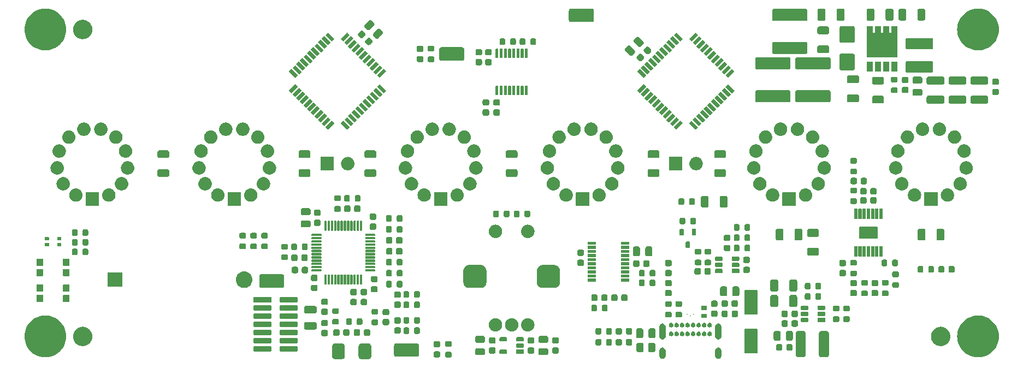
<source format=gts>
%TF.GenerationSoftware,KiCad,Pcbnew,8.0.5*%
%TF.CreationDate,2024-10-12T12:22:27-07:00*%
%TF.ProjectId,STM32_Nixie,53544d33-325f-44e6-9978-69652e6b6963,rev?*%
%TF.SameCoordinates,Original*%
%TF.FileFunction,Soldermask,Top*%
%TF.FilePolarity,Negative*%
%FSLAX46Y46*%
G04 Gerber Fmt 4.6, Leading zero omitted, Abs format (unit mm)*
G04 Created by KiCad (PCBNEW 8.0.5) date 2024-10-12 12:22:27*
%MOMM*%
%LPD*%
G01*
G04 APERTURE LIST*
G04 APERTURE END LIST*
G36*
X125734046Y-114873724D02*
G01*
X125740604Y-114876170D01*
X125746048Y-114876824D01*
X125810460Y-114902225D01*
X125870855Y-114924751D01*
X125874498Y-114927478D01*
X125876242Y-114928166D01*
X125939650Y-114976250D01*
X125987746Y-115012254D01*
X126023768Y-115060374D01*
X126071833Y-115123757D01*
X126072520Y-115125499D01*
X126075249Y-115129145D01*
X126097782Y-115189558D01*
X126123175Y-115253950D01*
X126123828Y-115259391D01*
X126126276Y-115265954D01*
X126138000Y-115375000D01*
X126138000Y-116825000D01*
X126126276Y-116934046D01*
X126123828Y-116940608D01*
X126123175Y-116946048D01*
X126097792Y-117010413D01*
X126075249Y-117070855D01*
X126072519Y-117074501D01*
X126071833Y-117076242D01*
X126023826Y-117139548D01*
X125987746Y-117187746D01*
X125939548Y-117223826D01*
X125876242Y-117271833D01*
X125874501Y-117272519D01*
X125870855Y-117275249D01*
X125810423Y-117297788D01*
X125746049Y-117323175D01*
X125740608Y-117323828D01*
X125734046Y-117326276D01*
X125625000Y-117338000D01*
X124675000Y-117338000D01*
X124565954Y-117326276D01*
X124559391Y-117323828D01*
X124553951Y-117323175D01*
X124489567Y-117297785D01*
X124429145Y-117275249D01*
X124425499Y-117272520D01*
X124423757Y-117271833D01*
X124360374Y-117223768D01*
X124312254Y-117187746D01*
X124276250Y-117139650D01*
X124228166Y-117076242D01*
X124227478Y-117074498D01*
X124224751Y-117070855D01*
X124202228Y-117010469D01*
X124176824Y-116946049D01*
X124176170Y-116940604D01*
X124173724Y-116934046D01*
X124162000Y-116825000D01*
X124162000Y-115375000D01*
X124173724Y-115265954D01*
X124176170Y-115259395D01*
X124176824Y-115253951D01*
X124202240Y-115189500D01*
X124224751Y-115129145D01*
X124227477Y-115125502D01*
X124228166Y-115123757D01*
X124276308Y-115060271D01*
X124312254Y-115012254D01*
X124360271Y-114976308D01*
X124423757Y-114928166D01*
X124425502Y-114927477D01*
X124429145Y-114924751D01*
X124489511Y-114902235D01*
X124553950Y-114876824D01*
X124559395Y-114876170D01*
X124565954Y-114873724D01*
X124675000Y-114862000D01*
X125625000Y-114862000D01*
X125734046Y-114873724D01*
G37*
G36*
X129834046Y-114873724D02*
G01*
X129840604Y-114876170D01*
X129846048Y-114876824D01*
X129910460Y-114902225D01*
X129970855Y-114924751D01*
X129974498Y-114927478D01*
X129976242Y-114928166D01*
X130039650Y-114976250D01*
X130087746Y-115012254D01*
X130123768Y-115060374D01*
X130171833Y-115123757D01*
X130172520Y-115125499D01*
X130175249Y-115129145D01*
X130197782Y-115189558D01*
X130223175Y-115253950D01*
X130223828Y-115259391D01*
X130226276Y-115265954D01*
X130238000Y-115375000D01*
X130238000Y-116825000D01*
X130226276Y-116934046D01*
X130223828Y-116940608D01*
X130223175Y-116946048D01*
X130197792Y-117010413D01*
X130175249Y-117070855D01*
X130172519Y-117074501D01*
X130171833Y-117076242D01*
X130123826Y-117139548D01*
X130087746Y-117187746D01*
X130039548Y-117223826D01*
X129976242Y-117271833D01*
X129974501Y-117272519D01*
X129970855Y-117275249D01*
X129910423Y-117297788D01*
X129846049Y-117323175D01*
X129840608Y-117323828D01*
X129834046Y-117326276D01*
X129725000Y-117338000D01*
X128775000Y-117338000D01*
X128665954Y-117326276D01*
X128659391Y-117323828D01*
X128653951Y-117323175D01*
X128589567Y-117297785D01*
X128529145Y-117275249D01*
X128525499Y-117272520D01*
X128523757Y-117271833D01*
X128460374Y-117223768D01*
X128412254Y-117187746D01*
X128376250Y-117139650D01*
X128328166Y-117076242D01*
X128327478Y-117074498D01*
X128324751Y-117070855D01*
X128302228Y-117010469D01*
X128276824Y-116946049D01*
X128276170Y-116940604D01*
X128273724Y-116934046D01*
X128262000Y-116825000D01*
X128262000Y-115375000D01*
X128273724Y-115265954D01*
X128276170Y-115259395D01*
X128276824Y-115253951D01*
X128302240Y-115189500D01*
X128324751Y-115129145D01*
X128327477Y-115125502D01*
X128328166Y-115123757D01*
X128376308Y-115060271D01*
X128412254Y-115012254D01*
X128460271Y-114976308D01*
X128523757Y-114928166D01*
X128525502Y-114927477D01*
X128529145Y-114924751D01*
X128589511Y-114902235D01*
X128653950Y-114876824D01*
X128659395Y-114876170D01*
X128665954Y-114873724D01*
X128775000Y-114862000D01*
X129725000Y-114862000D01*
X129834046Y-114873724D01*
G37*
G36*
X175561750Y-115549147D02*
G01*
X175672076Y-115612844D01*
X175762156Y-115702924D01*
X175825853Y-115813250D01*
X175858825Y-115936303D01*
X175863000Y-116000000D01*
X175863000Y-116800000D01*
X175858825Y-116863697D01*
X175825853Y-116986750D01*
X175762156Y-117097076D01*
X175672076Y-117187156D01*
X175561750Y-117250853D01*
X175438697Y-117283825D01*
X175311303Y-117283825D01*
X175188250Y-117250853D01*
X175077924Y-117187156D01*
X174987844Y-117097076D01*
X174924147Y-116986750D01*
X174891175Y-116863697D01*
X174887000Y-116800000D01*
X174887000Y-116000000D01*
X174891175Y-115936303D01*
X174924147Y-115813250D01*
X174987844Y-115702924D01*
X175077924Y-115612844D01*
X175188250Y-115549147D01*
X175311303Y-115516175D01*
X175438697Y-115516175D01*
X175561750Y-115549147D01*
G37*
G36*
X184211750Y-115549147D02*
G01*
X184322076Y-115612844D01*
X184412156Y-115702924D01*
X184475853Y-115813250D01*
X184508825Y-115936303D01*
X184513000Y-116000000D01*
X184513000Y-116800000D01*
X184508825Y-116863697D01*
X184475853Y-116986750D01*
X184412156Y-117097076D01*
X184322076Y-117187156D01*
X184211750Y-117250853D01*
X184088697Y-117283825D01*
X183961303Y-117283825D01*
X183838250Y-117250853D01*
X183727924Y-117187156D01*
X183637844Y-117097076D01*
X183574147Y-116986750D01*
X183541175Y-116863697D01*
X183537000Y-116800000D01*
X183537000Y-116000000D01*
X183541175Y-115936303D01*
X183574147Y-115813250D01*
X183637844Y-115702924D01*
X183727924Y-115612844D01*
X183838250Y-115549147D01*
X183961303Y-115516175D01*
X184088697Y-115516175D01*
X184211750Y-115549147D01*
G37*
G36*
X140659491Y-116112644D02*
G01*
X140713570Y-116118918D01*
X140732049Y-116127077D01*
X140754504Y-116131544D01*
X140778544Y-116147607D01*
X140800956Y-116157503D01*
X140816261Y-116172808D01*
X140837800Y-116187200D01*
X140852191Y-116208738D01*
X140867496Y-116224043D01*
X140877390Y-116246452D01*
X140893456Y-116270496D01*
X140897922Y-116292953D01*
X140906081Y-116311429D01*
X140912353Y-116365497D01*
X140913000Y-116368750D01*
X140913000Y-116806250D01*
X140912352Y-116809503D01*
X140906081Y-116863570D01*
X140897923Y-116882045D01*
X140893456Y-116904504D01*
X140877389Y-116928549D01*
X140867496Y-116950956D01*
X140852193Y-116966258D01*
X140837800Y-116987800D01*
X140816258Y-117002193D01*
X140800956Y-117017496D01*
X140778549Y-117027389D01*
X140754504Y-117043456D01*
X140732045Y-117047923D01*
X140713570Y-117056081D01*
X140659503Y-117062352D01*
X140656250Y-117063000D01*
X140143750Y-117063000D01*
X140140497Y-117062353D01*
X140086429Y-117056081D01*
X140067953Y-117047922D01*
X140045496Y-117043456D01*
X140021452Y-117027390D01*
X139999043Y-117017496D01*
X139983738Y-117002191D01*
X139962200Y-116987800D01*
X139947808Y-116966261D01*
X139932503Y-116950956D01*
X139922607Y-116928544D01*
X139906544Y-116904504D01*
X139902077Y-116882049D01*
X139893918Y-116863570D01*
X139887644Y-116809491D01*
X139887000Y-116806250D01*
X139887000Y-116368750D01*
X139887644Y-116365509D01*
X139893918Y-116311429D01*
X139902077Y-116292948D01*
X139906544Y-116270496D01*
X139922606Y-116246456D01*
X139932503Y-116224043D01*
X139947810Y-116208735D01*
X139962200Y-116187200D01*
X139983735Y-116172810D01*
X139999043Y-116157503D01*
X140021456Y-116147606D01*
X140045496Y-116131544D01*
X140067948Y-116127077D01*
X140086429Y-116118918D01*
X140140509Y-116112644D01*
X140143750Y-116112000D01*
X140656250Y-116112000D01*
X140659491Y-116112644D01*
G37*
G36*
X142478241Y-116187644D02*
G01*
X142528027Y-116193420D01*
X142545039Y-116200931D01*
X142566079Y-116205117D01*
X142588604Y-116220168D01*
X142609109Y-116229222D01*
X142623114Y-116243227D01*
X142643291Y-116256709D01*
X142656772Y-116276885D01*
X142670777Y-116290890D01*
X142679830Y-116311393D01*
X142694883Y-116333921D01*
X142699068Y-116354962D01*
X142706579Y-116371972D01*
X142712353Y-116421747D01*
X142713000Y-116425000D01*
X142713000Y-116825000D01*
X142712352Y-116828253D01*
X142706579Y-116878027D01*
X142699068Y-116895035D01*
X142694883Y-116916079D01*
X142679828Y-116938608D01*
X142670777Y-116959109D01*
X142656774Y-116973111D01*
X142643291Y-116993291D01*
X142623111Y-117006774D01*
X142609109Y-117020777D01*
X142588608Y-117029828D01*
X142566079Y-117044883D01*
X142545035Y-117049068D01*
X142528027Y-117056579D01*
X142478253Y-117062352D01*
X142475000Y-117063000D01*
X141925000Y-117063000D01*
X141921747Y-117062353D01*
X141871972Y-117056579D01*
X141854962Y-117049068D01*
X141833921Y-117044883D01*
X141811393Y-117029830D01*
X141790890Y-117020777D01*
X141776885Y-117006772D01*
X141756709Y-116993291D01*
X141743227Y-116973114D01*
X141729222Y-116959109D01*
X141720168Y-116938604D01*
X141705117Y-116916079D01*
X141700931Y-116895039D01*
X141693420Y-116878027D01*
X141687644Y-116828241D01*
X141687000Y-116825000D01*
X141687000Y-116425000D01*
X141687644Y-116421759D01*
X141693420Y-116371972D01*
X141700932Y-116354958D01*
X141705117Y-116333921D01*
X141720166Y-116311397D01*
X141729222Y-116290890D01*
X141743229Y-116276882D01*
X141756709Y-116256709D01*
X141776882Y-116243229D01*
X141790890Y-116229222D01*
X141811397Y-116220166D01*
X141833921Y-116205117D01*
X141854958Y-116200932D01*
X141871972Y-116193420D01*
X141921759Y-116187644D01*
X141925000Y-116187000D01*
X142475000Y-116187000D01*
X142478241Y-116187644D01*
G37*
G36*
X197177709Y-112962429D02*
G01*
X197250618Y-112969265D01*
X197275218Y-112977873D01*
X197302624Y-112982214D01*
X197335512Y-112998971D01*
X197367770Y-113010259D01*
X197390302Y-113026888D01*
X197417755Y-113040876D01*
X197441698Y-113064819D01*
X197466716Y-113083283D01*
X197485179Y-113108300D01*
X197509124Y-113132245D01*
X197523112Y-113159699D01*
X197539740Y-113182229D01*
X197551026Y-113214484D01*
X197567786Y-113247376D01*
X197572126Y-113274783D01*
X197580734Y-113299380D01*
X197587568Y-113372274D01*
X197588000Y-113375000D01*
X197588000Y-116625000D01*
X197587568Y-116627725D01*
X197580734Y-116700618D01*
X197572127Y-116725213D01*
X197567786Y-116752624D01*
X197551025Y-116785518D01*
X197539740Y-116817770D01*
X197523114Y-116840297D01*
X197509124Y-116867755D01*
X197485176Y-116891702D01*
X197466716Y-116916716D01*
X197441702Y-116935176D01*
X197417755Y-116959124D01*
X197390297Y-116973114D01*
X197367770Y-116989740D01*
X197335517Y-117001025D01*
X197302624Y-117017786D01*
X197275215Y-117022127D01*
X197250619Y-117030734D01*
X197177726Y-117037568D01*
X197175000Y-117038000D01*
X196425000Y-117038000D01*
X196422275Y-117037568D01*
X196349381Y-117030734D01*
X196324784Y-117022127D01*
X196297376Y-117017786D01*
X196264483Y-117001026D01*
X196232229Y-116989740D01*
X196209699Y-116973112D01*
X196182245Y-116959124D01*
X196158300Y-116935179D01*
X196133283Y-116916716D01*
X196114819Y-116891698D01*
X196090876Y-116867755D01*
X196076888Y-116840302D01*
X196060259Y-116817770D01*
X196048970Y-116785511D01*
X196032214Y-116752624D01*
X196027873Y-116725220D01*
X196019265Y-116700619D01*
X196012429Y-116627711D01*
X196012000Y-116625000D01*
X196012000Y-113375000D01*
X196012428Y-113372291D01*
X196019265Y-113299381D01*
X196027873Y-113274779D01*
X196032214Y-113247376D01*
X196048970Y-113214490D01*
X196060259Y-113182229D01*
X196076889Y-113159694D01*
X196090876Y-113132245D01*
X196114817Y-113108303D01*
X196133283Y-113083283D01*
X196158303Y-113064817D01*
X196182245Y-113040876D01*
X196209694Y-113026889D01*
X196232229Y-113010259D01*
X196264490Y-112998969D01*
X196297376Y-112982214D01*
X196324777Y-112977873D01*
X196349380Y-112969265D01*
X196422290Y-112962429D01*
X196425000Y-112962000D01*
X197175000Y-112962000D01*
X197177709Y-112962429D01*
G37*
G36*
X200777709Y-112962429D02*
G01*
X200850618Y-112969265D01*
X200875218Y-112977873D01*
X200902624Y-112982214D01*
X200935512Y-112998971D01*
X200967770Y-113010259D01*
X200990302Y-113026888D01*
X201017755Y-113040876D01*
X201041698Y-113064819D01*
X201066716Y-113083283D01*
X201085179Y-113108300D01*
X201109124Y-113132245D01*
X201123112Y-113159699D01*
X201139740Y-113182229D01*
X201151026Y-113214484D01*
X201167786Y-113247376D01*
X201172126Y-113274783D01*
X201180734Y-113299380D01*
X201187568Y-113372274D01*
X201188000Y-113375000D01*
X201188000Y-116625000D01*
X201187568Y-116627725D01*
X201180734Y-116700618D01*
X201172127Y-116725213D01*
X201167786Y-116752624D01*
X201151025Y-116785518D01*
X201139740Y-116817770D01*
X201123114Y-116840297D01*
X201109124Y-116867755D01*
X201085176Y-116891702D01*
X201066716Y-116916716D01*
X201041702Y-116935176D01*
X201017755Y-116959124D01*
X200990297Y-116973114D01*
X200967770Y-116989740D01*
X200935517Y-117001025D01*
X200902624Y-117017786D01*
X200875215Y-117022127D01*
X200850619Y-117030734D01*
X200777726Y-117037568D01*
X200775000Y-117038000D01*
X200025000Y-117038000D01*
X200022275Y-117037568D01*
X199949381Y-117030734D01*
X199924784Y-117022127D01*
X199897376Y-117017786D01*
X199864483Y-117001026D01*
X199832229Y-116989740D01*
X199809699Y-116973112D01*
X199782245Y-116959124D01*
X199758300Y-116935179D01*
X199733283Y-116916716D01*
X199714819Y-116891698D01*
X199690876Y-116867755D01*
X199676888Y-116840302D01*
X199660259Y-116817770D01*
X199648970Y-116785511D01*
X199632214Y-116752624D01*
X199627873Y-116725220D01*
X199619265Y-116700619D01*
X199612429Y-116627711D01*
X199612000Y-116625000D01*
X199612000Y-113375000D01*
X199612428Y-113372291D01*
X199619265Y-113299381D01*
X199627873Y-113274779D01*
X199632214Y-113247376D01*
X199648970Y-113214490D01*
X199660259Y-113182229D01*
X199676889Y-113159694D01*
X199690876Y-113132245D01*
X199714817Y-113108303D01*
X199733283Y-113083283D01*
X199758303Y-113064817D01*
X199782245Y-113040876D01*
X199809694Y-113026889D01*
X199832229Y-113010259D01*
X199864490Y-112998969D01*
X199897376Y-112982214D01*
X199924777Y-112977873D01*
X199949380Y-112969265D01*
X200022290Y-112962429D01*
X200025000Y-112962000D01*
X200775000Y-112962000D01*
X200777709Y-112962429D01*
G37*
G36*
X80223850Y-110604656D02*
G01*
X80566257Y-110680025D01*
X80898507Y-110791973D01*
X81216707Y-110939188D01*
X81517124Y-111119943D01*
X81796237Y-111332119D01*
X82050773Y-111573229D01*
X82277749Y-111840446D01*
X82474504Y-112130637D01*
X82638729Y-112440399D01*
X82768501Y-112766102D01*
X82862297Y-113103926D01*
X82919019Y-113449911D01*
X82938000Y-113800000D01*
X82919019Y-114150089D01*
X82862297Y-114496074D01*
X82768501Y-114833898D01*
X82638729Y-115159601D01*
X82474504Y-115469363D01*
X82277749Y-115759554D01*
X82050773Y-116026771D01*
X81796237Y-116267881D01*
X81517124Y-116480057D01*
X81216707Y-116660812D01*
X80898507Y-116808027D01*
X80566257Y-116919975D01*
X80223850Y-116995344D01*
X79875302Y-117033251D01*
X79524698Y-117033251D01*
X79176150Y-116995344D01*
X78833743Y-116919975D01*
X78501493Y-116808027D01*
X78183293Y-116660812D01*
X77882876Y-116480057D01*
X77603763Y-116267881D01*
X77349227Y-116026771D01*
X77122251Y-115759554D01*
X76925496Y-115469363D01*
X76761271Y-115159601D01*
X76631499Y-114833898D01*
X76537703Y-114496074D01*
X76480981Y-114150089D01*
X76462000Y-113800000D01*
X76480981Y-113449911D01*
X76537703Y-113103926D01*
X76631499Y-112766102D01*
X76761271Y-112440399D01*
X76925496Y-112130637D01*
X77122251Y-111840446D01*
X77349227Y-111573229D01*
X77603763Y-111332119D01*
X77882876Y-111119943D01*
X78183293Y-110939188D01*
X78501493Y-110791973D01*
X78833743Y-110680025D01*
X79176150Y-110604656D01*
X79524698Y-110566749D01*
X79875302Y-110566749D01*
X80223850Y-110604656D01*
G37*
G36*
X224823850Y-110604656D02*
G01*
X225166257Y-110680025D01*
X225498507Y-110791973D01*
X225816707Y-110939188D01*
X226117124Y-111119943D01*
X226396237Y-111332119D01*
X226650773Y-111573229D01*
X226877749Y-111840446D01*
X227074504Y-112130637D01*
X227238729Y-112440399D01*
X227368501Y-112766102D01*
X227462297Y-113103926D01*
X227519019Y-113449911D01*
X227538000Y-113800000D01*
X227519019Y-114150089D01*
X227462297Y-114496074D01*
X227368501Y-114833898D01*
X227238729Y-115159601D01*
X227074504Y-115469363D01*
X226877749Y-115759554D01*
X226650773Y-116026771D01*
X226396237Y-116267881D01*
X226117124Y-116480057D01*
X225816707Y-116660812D01*
X225498507Y-116808027D01*
X225166257Y-116919975D01*
X224823850Y-116995344D01*
X224475302Y-117033251D01*
X224124698Y-117033251D01*
X223776150Y-116995344D01*
X223433743Y-116919975D01*
X223101493Y-116808027D01*
X222783293Y-116660812D01*
X222482876Y-116480057D01*
X222203763Y-116267881D01*
X221949227Y-116026771D01*
X221722251Y-115759554D01*
X221525496Y-115469363D01*
X221361271Y-115159601D01*
X221231499Y-114833898D01*
X221137703Y-114496074D01*
X221080981Y-114150089D01*
X221062000Y-113800000D01*
X221080981Y-113449911D01*
X221137703Y-113103926D01*
X221231499Y-112766102D01*
X221361271Y-112440399D01*
X221525496Y-112130637D01*
X221722251Y-111840446D01*
X221949227Y-111573229D01*
X222203763Y-111332119D01*
X222482876Y-111119943D01*
X222783293Y-110939188D01*
X223101493Y-110791973D01*
X223433743Y-110680025D01*
X223776150Y-110604656D01*
X224124698Y-110566749D01*
X224475302Y-110566749D01*
X224823850Y-110604656D01*
G37*
G36*
X137384146Y-114858670D02*
G01*
X137389344Y-114861094D01*
X137392687Y-114861581D01*
X137440165Y-114884792D01*
X137491950Y-114908940D01*
X137576060Y-114993050D01*
X137600223Y-115044869D01*
X137623418Y-115092313D01*
X137623904Y-115095652D01*
X137626330Y-115100854D01*
X137638000Y-115189500D01*
X137638000Y-116610500D01*
X137626330Y-116699146D01*
X137623904Y-116704347D01*
X137623418Y-116707687D01*
X137600228Y-116755120D01*
X137576060Y-116806950D01*
X137491950Y-116891060D01*
X137440109Y-116915233D01*
X137392686Y-116938418D01*
X137389347Y-116938904D01*
X137384146Y-116941330D01*
X137295500Y-116953000D01*
X134104500Y-116953000D01*
X134015854Y-116941330D01*
X134010653Y-116938904D01*
X134007312Y-116938418D01*
X133959857Y-116915218D01*
X133908050Y-116891060D01*
X133823940Y-116806950D01*
X133799786Y-116755153D01*
X133776581Y-116707686D01*
X133776094Y-116704344D01*
X133773670Y-116699146D01*
X133762000Y-116610500D01*
X133762000Y-115189500D01*
X133773670Y-115100854D01*
X133776093Y-115095656D01*
X133776581Y-115092312D01*
X133799802Y-115044813D01*
X133823940Y-114993050D01*
X133908050Y-114908940D01*
X133959824Y-114884796D01*
X134007313Y-114861581D01*
X134010655Y-114861094D01*
X134015854Y-114858670D01*
X134104500Y-114847000D01*
X137295500Y-114847000D01*
X137384146Y-114858670D01*
G37*
G36*
X147640938Y-115619650D02*
G01*
X147645376Y-115621609D01*
X147648569Y-115622030D01*
X147688522Y-115640660D01*
X147737759Y-115662401D01*
X147812599Y-115737241D01*
X147834348Y-115786499D01*
X147852969Y-115826430D01*
X147853389Y-115829620D01*
X147855350Y-115834062D01*
X147863000Y-115900000D01*
X147863000Y-116400000D01*
X147855350Y-116465938D01*
X147853388Y-116470379D01*
X147852969Y-116473569D01*
X147834357Y-116513482D01*
X147812599Y-116562759D01*
X147737759Y-116637599D01*
X147688482Y-116659357D01*
X147648569Y-116677969D01*
X147645379Y-116678388D01*
X147640938Y-116680350D01*
X147575000Y-116688000D01*
X146625000Y-116688000D01*
X146559062Y-116680350D01*
X146554620Y-116678389D01*
X146551430Y-116677969D01*
X146511499Y-116659348D01*
X146462241Y-116637599D01*
X146387401Y-116562759D01*
X146365660Y-116513522D01*
X146347030Y-116473569D01*
X146346609Y-116470376D01*
X146344650Y-116465938D01*
X146337000Y-116400000D01*
X146337000Y-115900000D01*
X146344650Y-115834062D01*
X146346609Y-115829624D01*
X146347030Y-115826430D01*
X146365669Y-115786458D01*
X146387401Y-115737241D01*
X146462241Y-115662401D01*
X146511458Y-115640669D01*
X146551430Y-115622030D01*
X146554624Y-115621609D01*
X146559062Y-115619650D01*
X146625000Y-115612000D01*
X147575000Y-115612000D01*
X147640938Y-115619650D01*
G37*
G36*
X157440938Y-115619650D02*
G01*
X157445376Y-115621609D01*
X157448569Y-115622030D01*
X157488522Y-115640660D01*
X157537759Y-115662401D01*
X157612599Y-115737241D01*
X157634348Y-115786499D01*
X157652969Y-115826430D01*
X157653389Y-115829620D01*
X157655350Y-115834062D01*
X157663000Y-115900000D01*
X157663000Y-116400000D01*
X157655350Y-116465938D01*
X157653388Y-116470379D01*
X157652969Y-116473569D01*
X157634357Y-116513482D01*
X157612599Y-116562759D01*
X157537759Y-116637599D01*
X157488482Y-116659357D01*
X157448569Y-116677969D01*
X157445379Y-116678388D01*
X157440938Y-116680350D01*
X157375000Y-116688000D01*
X156425000Y-116688000D01*
X156359062Y-116680350D01*
X156354620Y-116678389D01*
X156351430Y-116677969D01*
X156311499Y-116659348D01*
X156262241Y-116637599D01*
X156187401Y-116562759D01*
X156165660Y-116513522D01*
X156147030Y-116473569D01*
X156146609Y-116470376D01*
X156144650Y-116465938D01*
X156137000Y-116400000D01*
X156137000Y-115900000D01*
X156144650Y-115834062D01*
X156146609Y-115829624D01*
X156147030Y-115826430D01*
X156165669Y-115786458D01*
X156187401Y-115737241D01*
X156262241Y-115662401D01*
X156311458Y-115640669D01*
X156351430Y-115622030D01*
X156354624Y-115621609D01*
X156359062Y-115619650D01*
X156425000Y-115612000D01*
X157375000Y-115612000D01*
X157440938Y-115619650D01*
G37*
G36*
X151171944Y-115826311D02*
G01*
X151232936Y-115867064D01*
X151273689Y-115928056D01*
X151288000Y-116000000D01*
X151288000Y-116300000D01*
X151273689Y-116371944D01*
X151232936Y-116432936D01*
X151171944Y-116473689D01*
X151100000Y-116488000D01*
X150300000Y-116488000D01*
X150228056Y-116473689D01*
X150167064Y-116432936D01*
X150126311Y-116371944D01*
X150112000Y-116300000D01*
X150112000Y-116000000D01*
X150126311Y-115928056D01*
X150167064Y-115867064D01*
X150228056Y-115826311D01*
X150300000Y-115812000D01*
X151100000Y-115812000D01*
X151171944Y-115826311D01*
G37*
G36*
X153864542Y-115814893D02*
G01*
X153876870Y-115823130D01*
X153885107Y-115835458D01*
X153888000Y-115850000D01*
X153888000Y-116450000D01*
X153885107Y-116464542D01*
X153876870Y-116476870D01*
X153864542Y-116485107D01*
X153850000Y-116488000D01*
X152750000Y-116488000D01*
X152735458Y-116485107D01*
X152723130Y-116476870D01*
X152714893Y-116464542D01*
X152712000Y-116450000D01*
X152712000Y-115850000D01*
X152714893Y-115835458D01*
X152723130Y-115823130D01*
X152735458Y-115814893D01*
X152750000Y-115812000D01*
X153850000Y-115812000D01*
X153864542Y-115814893D01*
G37*
G36*
X149253241Y-115487644D02*
G01*
X149308751Y-115494084D01*
X149327719Y-115502459D01*
X149350646Y-115507020D01*
X149375191Y-115523420D01*
X149398238Y-115533597D01*
X149413978Y-115549337D01*
X149435969Y-115564031D01*
X149450662Y-115586021D01*
X149466402Y-115601761D01*
X149476577Y-115624805D01*
X149492980Y-115649354D01*
X149497540Y-115672282D01*
X149505915Y-115691248D01*
X149512353Y-115746747D01*
X149513000Y-115750000D01*
X149513000Y-116200000D01*
X149512352Y-116203253D01*
X149505915Y-116258751D01*
X149497541Y-116277715D01*
X149492980Y-116300646D01*
X149476576Y-116325196D01*
X149466402Y-116348238D01*
X149450664Y-116363975D01*
X149435969Y-116385969D01*
X149413975Y-116400664D01*
X149398238Y-116416402D01*
X149375196Y-116426576D01*
X149350646Y-116442980D01*
X149327715Y-116447541D01*
X149308751Y-116455915D01*
X149253253Y-116462352D01*
X149250000Y-116463000D01*
X148750000Y-116463000D01*
X148746747Y-116462353D01*
X148691248Y-116455915D01*
X148672282Y-116447540D01*
X148649354Y-116442980D01*
X148624805Y-116426577D01*
X148601761Y-116416402D01*
X148586021Y-116400662D01*
X148564031Y-116385969D01*
X148549337Y-116363978D01*
X148533597Y-116348238D01*
X148523420Y-116325191D01*
X148507020Y-116300646D01*
X148502459Y-116277719D01*
X148494084Y-116258751D01*
X148487644Y-116203241D01*
X148487000Y-116200000D01*
X148487000Y-115750000D01*
X148487644Y-115746759D01*
X148494084Y-115691248D01*
X148502459Y-115672278D01*
X148507020Y-115649354D01*
X148523419Y-115624810D01*
X148533597Y-115601761D01*
X148549339Y-115586018D01*
X148564031Y-115564031D01*
X148586018Y-115549339D01*
X148601761Y-115533597D01*
X148624810Y-115523419D01*
X148649354Y-115507020D01*
X148672278Y-115502459D01*
X148691248Y-115494084D01*
X148746759Y-115487644D01*
X148750000Y-115487000D01*
X149250000Y-115487000D01*
X149253241Y-115487644D01*
G37*
G36*
X155253241Y-115487644D02*
G01*
X155308751Y-115494084D01*
X155327719Y-115502459D01*
X155350646Y-115507020D01*
X155375191Y-115523420D01*
X155398238Y-115533597D01*
X155413978Y-115549337D01*
X155435969Y-115564031D01*
X155450662Y-115586021D01*
X155466402Y-115601761D01*
X155476577Y-115624805D01*
X155492980Y-115649354D01*
X155497540Y-115672282D01*
X155505915Y-115691248D01*
X155512353Y-115746747D01*
X155513000Y-115750000D01*
X155513000Y-116200000D01*
X155512352Y-116203253D01*
X155505915Y-116258751D01*
X155497541Y-116277715D01*
X155492980Y-116300646D01*
X155476576Y-116325196D01*
X155466402Y-116348238D01*
X155450664Y-116363975D01*
X155435969Y-116385969D01*
X155413975Y-116400664D01*
X155398238Y-116416402D01*
X155375196Y-116426576D01*
X155350646Y-116442980D01*
X155327715Y-116447541D01*
X155308751Y-116455915D01*
X155253253Y-116462352D01*
X155250000Y-116463000D01*
X154750000Y-116463000D01*
X154746747Y-116462353D01*
X154691248Y-116455915D01*
X154672282Y-116447540D01*
X154649354Y-116442980D01*
X154624805Y-116426577D01*
X154601761Y-116416402D01*
X154586021Y-116400662D01*
X154564031Y-116385969D01*
X154549337Y-116363978D01*
X154533597Y-116348238D01*
X154523420Y-116325191D01*
X154507020Y-116300646D01*
X154502459Y-116277719D01*
X154494084Y-116258751D01*
X154487644Y-116203241D01*
X154487000Y-116200000D01*
X154487000Y-115750000D01*
X154487644Y-115746759D01*
X154494084Y-115691248D01*
X154502459Y-115672278D01*
X154507020Y-115649354D01*
X154523419Y-115624810D01*
X154533597Y-115601761D01*
X154549339Y-115586018D01*
X154564031Y-115564031D01*
X154586018Y-115549339D01*
X154601761Y-115533597D01*
X154624810Y-115523419D01*
X154649354Y-115507020D01*
X154672278Y-115502459D01*
X154691248Y-115494084D01*
X154746759Y-115487644D01*
X154750000Y-115487000D01*
X155250000Y-115487000D01*
X155253241Y-115487644D01*
G37*
G36*
X159059491Y-115512644D02*
G01*
X159113570Y-115518918D01*
X159132049Y-115527077D01*
X159154504Y-115531544D01*
X159178544Y-115547607D01*
X159200956Y-115557503D01*
X159216261Y-115572808D01*
X159237800Y-115587200D01*
X159252191Y-115608738D01*
X159267496Y-115624043D01*
X159277390Y-115646452D01*
X159293456Y-115670496D01*
X159297922Y-115692953D01*
X159306081Y-115711429D01*
X159312353Y-115765497D01*
X159313000Y-115768750D01*
X159313000Y-116206250D01*
X159312352Y-116209503D01*
X159306081Y-116263570D01*
X159297923Y-116282045D01*
X159293456Y-116304504D01*
X159277389Y-116328549D01*
X159267496Y-116350956D01*
X159252193Y-116366258D01*
X159237800Y-116387800D01*
X159216258Y-116402193D01*
X159200956Y-116417496D01*
X159178549Y-116427389D01*
X159154504Y-116443456D01*
X159132045Y-116447923D01*
X159113570Y-116456081D01*
X159059503Y-116462352D01*
X159056250Y-116463000D01*
X158543750Y-116463000D01*
X158540497Y-116462353D01*
X158486429Y-116456081D01*
X158467953Y-116447922D01*
X158445496Y-116443456D01*
X158421452Y-116427390D01*
X158399043Y-116417496D01*
X158383738Y-116402191D01*
X158362200Y-116387800D01*
X158347808Y-116366261D01*
X158332503Y-116350956D01*
X158322607Y-116328544D01*
X158306544Y-116304504D01*
X158302077Y-116282049D01*
X158293918Y-116263570D01*
X158287644Y-116209491D01*
X158287000Y-116206250D01*
X158287000Y-115768750D01*
X158287644Y-115765509D01*
X158293918Y-115711429D01*
X158302077Y-115692948D01*
X158306544Y-115670496D01*
X158322606Y-115646456D01*
X158332503Y-115624043D01*
X158347810Y-115608735D01*
X158362200Y-115587200D01*
X158383735Y-115572810D01*
X158399043Y-115557503D01*
X158421456Y-115547606D01*
X158445496Y-115531544D01*
X158467948Y-115527077D01*
X158486429Y-115518918D01*
X158540509Y-115512644D01*
X158543750Y-115512000D01*
X159056250Y-115512000D01*
X159059491Y-115512644D01*
G37*
G36*
X189899146Y-112573670D02*
G01*
X189904344Y-112576094D01*
X189907687Y-112576581D01*
X189955165Y-112599792D01*
X190006950Y-112623940D01*
X190091060Y-112708050D01*
X190115223Y-112759869D01*
X190138418Y-112807313D01*
X190138904Y-112810652D01*
X190141330Y-112815854D01*
X190153000Y-112904500D01*
X190153000Y-116095500D01*
X190141330Y-116184146D01*
X190138904Y-116189347D01*
X190138418Y-116192687D01*
X190115228Y-116240120D01*
X190091060Y-116291950D01*
X190006950Y-116376060D01*
X189955109Y-116400233D01*
X189907686Y-116423418D01*
X189904347Y-116423904D01*
X189899146Y-116426330D01*
X189810500Y-116438000D01*
X188389500Y-116438000D01*
X188300854Y-116426330D01*
X188295653Y-116423904D01*
X188292312Y-116423418D01*
X188244857Y-116400218D01*
X188193050Y-116376060D01*
X188108940Y-116291950D01*
X188084786Y-116240153D01*
X188061581Y-116192686D01*
X188061094Y-116189344D01*
X188058670Y-116184146D01*
X188047000Y-116095500D01*
X188047000Y-112904500D01*
X188058670Y-112815854D01*
X188061093Y-112810656D01*
X188061581Y-112807312D01*
X188084802Y-112759813D01*
X188108940Y-112708050D01*
X188193050Y-112623940D01*
X188244824Y-112599796D01*
X188292313Y-112576581D01*
X188295655Y-112576094D01*
X188300854Y-112573670D01*
X188389500Y-112562000D01*
X189810500Y-112562000D01*
X189899146Y-112573670D01*
G37*
G36*
X172215938Y-114769650D02*
G01*
X172220376Y-114771609D01*
X172223569Y-114772030D01*
X172263522Y-114790660D01*
X172312759Y-114812401D01*
X172387599Y-114887241D01*
X172409348Y-114936499D01*
X172427969Y-114976430D01*
X172428389Y-114979620D01*
X172430350Y-114984062D01*
X172438000Y-115050000D01*
X172438000Y-115950000D01*
X172430350Y-116015938D01*
X172428388Y-116020379D01*
X172427969Y-116023569D01*
X172409357Y-116063482D01*
X172387599Y-116112759D01*
X172312759Y-116187599D01*
X172263482Y-116209357D01*
X172223569Y-116227969D01*
X172220379Y-116228388D01*
X172215938Y-116230350D01*
X172150000Y-116238000D01*
X171625000Y-116238000D01*
X171559062Y-116230350D01*
X171554620Y-116228389D01*
X171551430Y-116227969D01*
X171511499Y-116209348D01*
X171462241Y-116187599D01*
X171387401Y-116112759D01*
X171365660Y-116063522D01*
X171347030Y-116023569D01*
X171346609Y-116020376D01*
X171344650Y-116015938D01*
X171337000Y-115950000D01*
X171337000Y-115050000D01*
X171344650Y-114984062D01*
X171346609Y-114979624D01*
X171347030Y-114976430D01*
X171365669Y-114936458D01*
X171387401Y-114887241D01*
X171462241Y-114812401D01*
X171511458Y-114790669D01*
X171551430Y-114772030D01*
X171554624Y-114771609D01*
X171559062Y-114769650D01*
X171625000Y-114762000D01*
X172150000Y-114762000D01*
X172215938Y-114769650D01*
G37*
G36*
X174040938Y-114769650D02*
G01*
X174045376Y-114771609D01*
X174048569Y-114772030D01*
X174088522Y-114790660D01*
X174137759Y-114812401D01*
X174212599Y-114887241D01*
X174234348Y-114936499D01*
X174252969Y-114976430D01*
X174253389Y-114979620D01*
X174255350Y-114984062D01*
X174263000Y-115050000D01*
X174263000Y-115950000D01*
X174255350Y-116015938D01*
X174253388Y-116020379D01*
X174252969Y-116023569D01*
X174234357Y-116063482D01*
X174212599Y-116112759D01*
X174137759Y-116187599D01*
X174088482Y-116209357D01*
X174048569Y-116227969D01*
X174045379Y-116228388D01*
X174040938Y-116230350D01*
X173975000Y-116238000D01*
X173450000Y-116238000D01*
X173384062Y-116230350D01*
X173379620Y-116228389D01*
X173376430Y-116227969D01*
X173336499Y-116209348D01*
X173287241Y-116187599D01*
X173212401Y-116112759D01*
X173190660Y-116063522D01*
X173172030Y-116023569D01*
X173171609Y-116020376D01*
X173169650Y-116015938D01*
X173162000Y-115950000D01*
X173162000Y-115050000D01*
X173169650Y-114984062D01*
X173171609Y-114979624D01*
X173172030Y-114976430D01*
X173190669Y-114936458D01*
X173212401Y-114887241D01*
X173287241Y-114812401D01*
X173336458Y-114790669D01*
X173376430Y-114772030D01*
X173379624Y-114771609D01*
X173384062Y-114769650D01*
X173450000Y-114762000D01*
X173975000Y-114762000D01*
X174040938Y-114769650D01*
G37*
G36*
X114683179Y-115316158D02*
G01*
X114743522Y-115356478D01*
X114783842Y-115416821D01*
X114798000Y-115488000D01*
X114798000Y-115932000D01*
X114783842Y-116003179D01*
X114743522Y-116063522D01*
X114683179Y-116103842D01*
X114612000Y-116118000D01*
X112118000Y-116118000D01*
X112046821Y-116103842D01*
X111986478Y-116063522D01*
X111946158Y-116003179D01*
X111932000Y-115932000D01*
X111932000Y-115488000D01*
X111946158Y-115416821D01*
X111986478Y-115356478D01*
X112046821Y-115316158D01*
X112118000Y-115302000D01*
X114612000Y-115302000D01*
X114683179Y-115316158D01*
G37*
G36*
X118753179Y-115316158D02*
G01*
X118813522Y-115356478D01*
X118853842Y-115416821D01*
X118868000Y-115488000D01*
X118868000Y-115932000D01*
X118853842Y-116003179D01*
X118813522Y-116063522D01*
X118753179Y-116103842D01*
X118682000Y-116118000D01*
X116188000Y-116118000D01*
X116116821Y-116103842D01*
X116056478Y-116063522D01*
X116016158Y-116003179D01*
X116002000Y-115932000D01*
X116002000Y-115488000D01*
X116016158Y-115416821D01*
X116056478Y-115356478D01*
X116116821Y-115316158D01*
X116188000Y-115302000D01*
X118682000Y-115302000D01*
X118753179Y-115316158D01*
G37*
G36*
X193696991Y-114987644D02*
G01*
X193751070Y-114993918D01*
X193769549Y-115002077D01*
X193792004Y-115006544D01*
X193816044Y-115022607D01*
X193838456Y-115032503D01*
X193853761Y-115047808D01*
X193875300Y-115062200D01*
X193889691Y-115083738D01*
X193904996Y-115099043D01*
X193914890Y-115121452D01*
X193930956Y-115145496D01*
X193935422Y-115167953D01*
X193943581Y-115186429D01*
X193949853Y-115240497D01*
X193950500Y-115243750D01*
X193950500Y-115756250D01*
X193949852Y-115759503D01*
X193943581Y-115813570D01*
X193935423Y-115832045D01*
X193930956Y-115854504D01*
X193914889Y-115878549D01*
X193904996Y-115900956D01*
X193889693Y-115916258D01*
X193875300Y-115937800D01*
X193853758Y-115952193D01*
X193838456Y-115967496D01*
X193816049Y-115977389D01*
X193792004Y-115993456D01*
X193769545Y-115997923D01*
X193751070Y-116006081D01*
X193697003Y-116012352D01*
X193693750Y-116013000D01*
X193256250Y-116013000D01*
X193252997Y-116012353D01*
X193198929Y-116006081D01*
X193180453Y-115997922D01*
X193157996Y-115993456D01*
X193133952Y-115977390D01*
X193111543Y-115967496D01*
X193096238Y-115952191D01*
X193074700Y-115937800D01*
X193060308Y-115916261D01*
X193045003Y-115900956D01*
X193035107Y-115878544D01*
X193019044Y-115854504D01*
X193014577Y-115832049D01*
X193006418Y-115813570D01*
X193000144Y-115759491D01*
X192999500Y-115756250D01*
X192999500Y-115243750D01*
X193000144Y-115240509D01*
X193006418Y-115186429D01*
X193014577Y-115167948D01*
X193019044Y-115145496D01*
X193035106Y-115121456D01*
X193045003Y-115099043D01*
X193060310Y-115083735D01*
X193074700Y-115062200D01*
X193096235Y-115047810D01*
X193111543Y-115032503D01*
X193133956Y-115022606D01*
X193157996Y-115006544D01*
X193180448Y-115002077D01*
X193198929Y-114993918D01*
X193253009Y-114987644D01*
X193256250Y-114987000D01*
X193693750Y-114987000D01*
X193696991Y-114987644D01*
G37*
G36*
X195271991Y-114987644D02*
G01*
X195326070Y-114993918D01*
X195344549Y-115002077D01*
X195367004Y-115006544D01*
X195391044Y-115022607D01*
X195413456Y-115032503D01*
X195428761Y-115047808D01*
X195450300Y-115062200D01*
X195464691Y-115083738D01*
X195479996Y-115099043D01*
X195489890Y-115121452D01*
X195505956Y-115145496D01*
X195510422Y-115167953D01*
X195518581Y-115186429D01*
X195524853Y-115240497D01*
X195525500Y-115243750D01*
X195525500Y-115756250D01*
X195524852Y-115759503D01*
X195518581Y-115813570D01*
X195510423Y-115832045D01*
X195505956Y-115854504D01*
X195489889Y-115878549D01*
X195479996Y-115900956D01*
X195464693Y-115916258D01*
X195450300Y-115937800D01*
X195428758Y-115952193D01*
X195413456Y-115967496D01*
X195391049Y-115977389D01*
X195367004Y-115993456D01*
X195344545Y-115997923D01*
X195326070Y-116006081D01*
X195272003Y-116012352D01*
X195268750Y-116013000D01*
X194831250Y-116013000D01*
X194827997Y-116012353D01*
X194773929Y-116006081D01*
X194755453Y-115997922D01*
X194732996Y-115993456D01*
X194708952Y-115977390D01*
X194686543Y-115967496D01*
X194671238Y-115952191D01*
X194649700Y-115937800D01*
X194635308Y-115916261D01*
X194620003Y-115900956D01*
X194610107Y-115878544D01*
X194594044Y-115854504D01*
X194589577Y-115832049D01*
X194581418Y-115813570D01*
X194575144Y-115759491D01*
X194574500Y-115756250D01*
X194574500Y-115243750D01*
X194575144Y-115240509D01*
X194581418Y-115186429D01*
X194589577Y-115167948D01*
X194594044Y-115145496D01*
X194610106Y-115121456D01*
X194620003Y-115099043D01*
X194635310Y-115083735D01*
X194649700Y-115062200D01*
X194671235Y-115047810D01*
X194686543Y-115032503D01*
X194708956Y-115022606D01*
X194732996Y-115006544D01*
X194755448Y-115002077D01*
X194773929Y-114993918D01*
X194828009Y-114987644D01*
X194831250Y-114987000D01*
X195268750Y-114987000D01*
X195271991Y-114987644D01*
G37*
G36*
X153771944Y-114876311D02*
G01*
X153832936Y-114917064D01*
X153873689Y-114978056D01*
X153888000Y-115050000D01*
X153888000Y-115350000D01*
X153873689Y-115421944D01*
X153832936Y-115482936D01*
X153771944Y-115523689D01*
X153700000Y-115538000D01*
X152900000Y-115538000D01*
X152828056Y-115523689D01*
X152767064Y-115482936D01*
X152726311Y-115421944D01*
X152712000Y-115350000D01*
X152712000Y-115050000D01*
X152726311Y-114978056D01*
X152767064Y-114917064D01*
X152828056Y-114876311D01*
X152900000Y-114862000D01*
X153700000Y-114862000D01*
X153771944Y-114876311D01*
G37*
G36*
X140659491Y-114537644D02*
G01*
X140713570Y-114543918D01*
X140732049Y-114552077D01*
X140754504Y-114556544D01*
X140778544Y-114572607D01*
X140800956Y-114582503D01*
X140816261Y-114597808D01*
X140837800Y-114612200D01*
X140852191Y-114633738D01*
X140867496Y-114649043D01*
X140877390Y-114671452D01*
X140893456Y-114695496D01*
X140897922Y-114717953D01*
X140906081Y-114736429D01*
X140912353Y-114790497D01*
X140913000Y-114793750D01*
X140913000Y-115231250D01*
X140912352Y-115234503D01*
X140906081Y-115288570D01*
X140897923Y-115307045D01*
X140893456Y-115329504D01*
X140877389Y-115353549D01*
X140867496Y-115375956D01*
X140852193Y-115391258D01*
X140837800Y-115412800D01*
X140816258Y-115427193D01*
X140800956Y-115442496D01*
X140778549Y-115452389D01*
X140754504Y-115468456D01*
X140732045Y-115472923D01*
X140713570Y-115481081D01*
X140659503Y-115487352D01*
X140656250Y-115488000D01*
X140143750Y-115488000D01*
X140140497Y-115487353D01*
X140086429Y-115481081D01*
X140067953Y-115472922D01*
X140045496Y-115468456D01*
X140021452Y-115452390D01*
X139999043Y-115442496D01*
X139983738Y-115427191D01*
X139962200Y-115412800D01*
X139947808Y-115391261D01*
X139932503Y-115375956D01*
X139922607Y-115353544D01*
X139906544Y-115329504D01*
X139902077Y-115307049D01*
X139893918Y-115288570D01*
X139887644Y-115234491D01*
X139887000Y-115231250D01*
X139887000Y-114793750D01*
X139887644Y-114790509D01*
X139893918Y-114736429D01*
X139902077Y-114717948D01*
X139906544Y-114695496D01*
X139922606Y-114671456D01*
X139932503Y-114649043D01*
X139947810Y-114633735D01*
X139962200Y-114612200D01*
X139983735Y-114597810D01*
X139999043Y-114582503D01*
X140021456Y-114572606D01*
X140045496Y-114556544D01*
X140067948Y-114552077D01*
X140086429Y-114543918D01*
X140140509Y-114537644D01*
X140143750Y-114537000D01*
X140656250Y-114537000D01*
X140659491Y-114537644D01*
G37*
G36*
X142478241Y-114537644D02*
G01*
X142528027Y-114543420D01*
X142545039Y-114550931D01*
X142566079Y-114555117D01*
X142588604Y-114570168D01*
X142609109Y-114579222D01*
X142623114Y-114593227D01*
X142643291Y-114606709D01*
X142656772Y-114626885D01*
X142670777Y-114640890D01*
X142679830Y-114661393D01*
X142694883Y-114683921D01*
X142699068Y-114704962D01*
X142706579Y-114721972D01*
X142712353Y-114771747D01*
X142713000Y-114775000D01*
X142713000Y-115175000D01*
X142712352Y-115178253D01*
X142706579Y-115228027D01*
X142699068Y-115245035D01*
X142694883Y-115266079D01*
X142679828Y-115288608D01*
X142670777Y-115309109D01*
X142656774Y-115323111D01*
X142643291Y-115343291D01*
X142623111Y-115356774D01*
X142609109Y-115370777D01*
X142588608Y-115379828D01*
X142566079Y-115394883D01*
X142545035Y-115399068D01*
X142528027Y-115406579D01*
X142478253Y-115412352D01*
X142475000Y-115413000D01*
X141925000Y-115413000D01*
X141921747Y-115412353D01*
X141871972Y-115406579D01*
X141854962Y-115399068D01*
X141833921Y-115394883D01*
X141811393Y-115379830D01*
X141790890Y-115370777D01*
X141776885Y-115356772D01*
X141756709Y-115343291D01*
X141743227Y-115323114D01*
X141729222Y-115309109D01*
X141720168Y-115288604D01*
X141705117Y-115266079D01*
X141700931Y-115245039D01*
X141693420Y-115228027D01*
X141687644Y-115178241D01*
X141687000Y-115175000D01*
X141687000Y-114775000D01*
X141687644Y-114771759D01*
X141693420Y-114721972D01*
X141700932Y-114704958D01*
X141705117Y-114683921D01*
X141720166Y-114661397D01*
X141729222Y-114640890D01*
X141743229Y-114626882D01*
X141756709Y-114606709D01*
X141776882Y-114593229D01*
X141790890Y-114579222D01*
X141811397Y-114570166D01*
X141833921Y-114555117D01*
X141854958Y-114550932D01*
X141871972Y-114543420D01*
X141921759Y-114537644D01*
X141925000Y-114537000D01*
X142475000Y-114537000D01*
X142478241Y-114537644D01*
G37*
G36*
X85563531Y-112305123D02*
G01*
X85623869Y-112305123D01*
X85677727Y-112314110D01*
X85734632Y-112318589D01*
X85803170Y-112335043D01*
X85868228Y-112345900D01*
X85914368Y-112361739D01*
X85963490Y-112373533D01*
X86034987Y-112403148D01*
X86102543Y-112426340D01*
X86140278Y-112446761D01*
X86180928Y-112463599D01*
X86252973Y-112507748D01*
X86320422Y-112544250D01*
X86349609Y-112566967D01*
X86381604Y-112586574D01*
X86451519Y-112646287D01*
X86515922Y-112696414D01*
X86536930Y-112719235D01*
X86560572Y-112739427D01*
X86625490Y-112815436D01*
X86683711Y-112878681D01*
X86697396Y-112899627D01*
X86713425Y-112918395D01*
X86770389Y-113011352D01*
X86819211Y-113086079D01*
X86826838Y-113103468D01*
X86836400Y-113119071D01*
X86882483Y-113230327D01*
X86918726Y-113312951D01*
X86921900Y-113325487D01*
X86926466Y-113336509D01*
X86958846Y-113471382D01*
X86979542Y-113553108D01*
X86980108Y-113559946D01*
X86981410Y-113565367D01*
X86997530Y-113770195D01*
X87000000Y-113800000D01*
X86997530Y-113829806D01*
X86981410Y-114034632D01*
X86980108Y-114040051D01*
X86979542Y-114046892D01*
X86958841Y-114128635D01*
X86926466Y-114263490D01*
X86921901Y-114274510D01*
X86918726Y-114287049D01*
X86882476Y-114369689D01*
X86836400Y-114480928D01*
X86826840Y-114496528D01*
X86819211Y-114513921D01*
X86770379Y-114588662D01*
X86713425Y-114681604D01*
X86697398Y-114700368D01*
X86683711Y-114721319D01*
X86625478Y-114784576D01*
X86560572Y-114860572D01*
X86536934Y-114880760D01*
X86515922Y-114903586D01*
X86451506Y-114953722D01*
X86381604Y-115013425D01*
X86349615Y-115033027D01*
X86320422Y-115055750D01*
X86252959Y-115092258D01*
X86180928Y-115136400D01*
X86140286Y-115153234D01*
X86102543Y-115173660D01*
X86034973Y-115196856D01*
X85963490Y-115226466D01*
X85914378Y-115238256D01*
X85868228Y-115254100D01*
X85803156Y-115264958D01*
X85734632Y-115281410D01*
X85677738Y-115285887D01*
X85623869Y-115294877D01*
X85563518Y-115294877D01*
X85500000Y-115299876D01*
X85436482Y-115294877D01*
X85376131Y-115294877D01*
X85322262Y-115285887D01*
X85265367Y-115281410D01*
X85196840Y-115264958D01*
X85131772Y-115254100D01*
X85085624Y-115238257D01*
X85036509Y-115226466D01*
X84965020Y-115196854D01*
X84897457Y-115173660D01*
X84859716Y-115153236D01*
X84819071Y-115136400D01*
X84747031Y-115092254D01*
X84679578Y-115055750D01*
X84650387Y-115033030D01*
X84618395Y-115013425D01*
X84548482Y-114953713D01*
X84484078Y-114903586D01*
X84463068Y-114880764D01*
X84439427Y-114860572D01*
X84374507Y-114784561D01*
X84316289Y-114721319D01*
X84302604Y-114700373D01*
X84286574Y-114681604D01*
X84229603Y-114588637D01*
X84180789Y-114513921D01*
X84173162Y-114496533D01*
X84163599Y-114480928D01*
X84117505Y-114369648D01*
X84081274Y-114287049D01*
X84078100Y-114274516D01*
X84073533Y-114263490D01*
X84041139Y-114128559D01*
X84020458Y-114046892D01*
X84019891Y-114040058D01*
X84018589Y-114034632D01*
X84002449Y-113829566D01*
X84000000Y-113800000D01*
X84002449Y-113770436D01*
X84018589Y-113565367D01*
X84019891Y-113559940D01*
X84020458Y-113553108D01*
X84041134Y-113471458D01*
X84073533Y-113336509D01*
X84078100Y-113325480D01*
X84081274Y-113312951D01*
X84117498Y-113230368D01*
X84163599Y-113119071D01*
X84173163Y-113103462D01*
X84180789Y-113086079D01*
X84229594Y-113011377D01*
X84286574Y-112918395D01*
X84302607Y-112899622D01*
X84316289Y-112878681D01*
X84374495Y-112815451D01*
X84439427Y-112739427D01*
X84463073Y-112719231D01*
X84484078Y-112696414D01*
X84548469Y-112646296D01*
X84618395Y-112586574D01*
X84650393Y-112566965D01*
X84679578Y-112544250D01*
X84747017Y-112507753D01*
X84819071Y-112463599D01*
X84859724Y-112446759D01*
X84897457Y-112426340D01*
X84965006Y-112403150D01*
X85036509Y-112373533D01*
X85085633Y-112361739D01*
X85131772Y-112345900D01*
X85196826Y-112335044D01*
X85265367Y-112318589D01*
X85322273Y-112314110D01*
X85376131Y-112305123D01*
X85436469Y-112305123D01*
X85500000Y-112300123D01*
X85563531Y-112305123D01*
G37*
G36*
X218563531Y-112305123D02*
G01*
X218623869Y-112305123D01*
X218677727Y-112314110D01*
X218734632Y-112318589D01*
X218803170Y-112335043D01*
X218868228Y-112345900D01*
X218914368Y-112361739D01*
X218963490Y-112373533D01*
X219034987Y-112403148D01*
X219102543Y-112426340D01*
X219140278Y-112446761D01*
X219180928Y-112463599D01*
X219252973Y-112507748D01*
X219320422Y-112544250D01*
X219349609Y-112566967D01*
X219381604Y-112586574D01*
X219451519Y-112646287D01*
X219515922Y-112696414D01*
X219536930Y-112719235D01*
X219560572Y-112739427D01*
X219625490Y-112815436D01*
X219683711Y-112878681D01*
X219697396Y-112899627D01*
X219713425Y-112918395D01*
X219770389Y-113011352D01*
X219819211Y-113086079D01*
X219826838Y-113103468D01*
X219836400Y-113119071D01*
X219882483Y-113230327D01*
X219918726Y-113312951D01*
X219921900Y-113325487D01*
X219926466Y-113336509D01*
X219958846Y-113471382D01*
X219979542Y-113553108D01*
X219980108Y-113559946D01*
X219981410Y-113565367D01*
X219997530Y-113770195D01*
X220000000Y-113800000D01*
X219997530Y-113829806D01*
X219981410Y-114034632D01*
X219980108Y-114040051D01*
X219979542Y-114046892D01*
X219958841Y-114128635D01*
X219926466Y-114263490D01*
X219921901Y-114274510D01*
X219918726Y-114287049D01*
X219882476Y-114369689D01*
X219836400Y-114480928D01*
X219826840Y-114496528D01*
X219819211Y-114513921D01*
X219770379Y-114588662D01*
X219713425Y-114681604D01*
X219697398Y-114700368D01*
X219683711Y-114721319D01*
X219625478Y-114784576D01*
X219560572Y-114860572D01*
X219536934Y-114880760D01*
X219515922Y-114903586D01*
X219451506Y-114953722D01*
X219381604Y-115013425D01*
X219349615Y-115033027D01*
X219320422Y-115055750D01*
X219252959Y-115092258D01*
X219180928Y-115136400D01*
X219140286Y-115153234D01*
X219102543Y-115173660D01*
X219034973Y-115196856D01*
X218963490Y-115226466D01*
X218914378Y-115238256D01*
X218868228Y-115254100D01*
X218803156Y-115264958D01*
X218734632Y-115281410D01*
X218677738Y-115285887D01*
X218623869Y-115294877D01*
X218563518Y-115294877D01*
X218500000Y-115299876D01*
X218436482Y-115294877D01*
X218376131Y-115294877D01*
X218322262Y-115285887D01*
X218265367Y-115281410D01*
X218196840Y-115264958D01*
X218131772Y-115254100D01*
X218085624Y-115238257D01*
X218036509Y-115226466D01*
X217965020Y-115196854D01*
X217897457Y-115173660D01*
X217859716Y-115153236D01*
X217819071Y-115136400D01*
X217747031Y-115092254D01*
X217679578Y-115055750D01*
X217650387Y-115033030D01*
X217618395Y-115013425D01*
X217548482Y-114953713D01*
X217484078Y-114903586D01*
X217463068Y-114880764D01*
X217439427Y-114860572D01*
X217374507Y-114784561D01*
X217316289Y-114721319D01*
X217302604Y-114700373D01*
X217286574Y-114681604D01*
X217229603Y-114588637D01*
X217180789Y-114513921D01*
X217173162Y-114496533D01*
X217163599Y-114480928D01*
X217117505Y-114369648D01*
X217081274Y-114287049D01*
X217078100Y-114274516D01*
X217073533Y-114263490D01*
X217041139Y-114128559D01*
X217020458Y-114046892D01*
X217019891Y-114040058D01*
X217018589Y-114034632D01*
X217002449Y-113829566D01*
X217000000Y-113800000D01*
X217002449Y-113770436D01*
X217018589Y-113565367D01*
X217019891Y-113559940D01*
X217020458Y-113553108D01*
X217041134Y-113471458D01*
X217073533Y-113336509D01*
X217078100Y-113325480D01*
X217081274Y-113312951D01*
X217117498Y-113230368D01*
X217163599Y-113119071D01*
X217173163Y-113103462D01*
X217180789Y-113086079D01*
X217229594Y-113011377D01*
X217286574Y-112918395D01*
X217302607Y-112899622D01*
X217316289Y-112878681D01*
X217374495Y-112815451D01*
X217439427Y-112739427D01*
X217463073Y-112719231D01*
X217484078Y-112696414D01*
X217548469Y-112646296D01*
X217618395Y-112586574D01*
X217650393Y-112566965D01*
X217679578Y-112544250D01*
X217747017Y-112507753D01*
X217819071Y-112463599D01*
X217859724Y-112446759D01*
X217897457Y-112426340D01*
X217965006Y-112403150D01*
X218036509Y-112373533D01*
X218085633Y-112361739D01*
X218131772Y-112345900D01*
X218196826Y-112335044D01*
X218265367Y-112318589D01*
X218322273Y-112314110D01*
X218376131Y-112305123D01*
X218436469Y-112305123D01*
X218500000Y-112300123D01*
X218563531Y-112305123D01*
G37*
G36*
X165653241Y-114187644D02*
G01*
X165703027Y-114193420D01*
X165720039Y-114200931D01*
X165741079Y-114205117D01*
X165763604Y-114220168D01*
X165784109Y-114229222D01*
X165798114Y-114243227D01*
X165818291Y-114256709D01*
X165831772Y-114276885D01*
X165845777Y-114290890D01*
X165854830Y-114311393D01*
X165869883Y-114333921D01*
X165874068Y-114354962D01*
X165881579Y-114371972D01*
X165887353Y-114421747D01*
X165888000Y-114425000D01*
X165888000Y-114975000D01*
X165887352Y-114978253D01*
X165881579Y-115028027D01*
X165874068Y-115045035D01*
X165869883Y-115066079D01*
X165854828Y-115088608D01*
X165845777Y-115109109D01*
X165831774Y-115123111D01*
X165818291Y-115143291D01*
X165798111Y-115156774D01*
X165784109Y-115170777D01*
X165763608Y-115179828D01*
X165741079Y-115194883D01*
X165720035Y-115199068D01*
X165703027Y-115206579D01*
X165653253Y-115212352D01*
X165650000Y-115213000D01*
X165250000Y-115213000D01*
X165246747Y-115212353D01*
X165196972Y-115206579D01*
X165179962Y-115199068D01*
X165158921Y-115194883D01*
X165136393Y-115179830D01*
X165115890Y-115170777D01*
X165101885Y-115156772D01*
X165081709Y-115143291D01*
X165068227Y-115123114D01*
X165054222Y-115109109D01*
X165045168Y-115088604D01*
X165030117Y-115066079D01*
X165025931Y-115045039D01*
X165018420Y-115028027D01*
X165012644Y-114978241D01*
X165012000Y-114975000D01*
X165012000Y-114425000D01*
X165012644Y-114421759D01*
X165018420Y-114371972D01*
X165025932Y-114354958D01*
X165030117Y-114333921D01*
X165045166Y-114311397D01*
X165054222Y-114290890D01*
X165068229Y-114276882D01*
X165081709Y-114256709D01*
X165101882Y-114243229D01*
X165115890Y-114229222D01*
X165136397Y-114220166D01*
X165158921Y-114205117D01*
X165179958Y-114200932D01*
X165196972Y-114193420D01*
X165246759Y-114187644D01*
X165250000Y-114187000D01*
X165650000Y-114187000D01*
X165653241Y-114187644D01*
G37*
G36*
X167303241Y-114187644D02*
G01*
X167353027Y-114193420D01*
X167370039Y-114200931D01*
X167391079Y-114205117D01*
X167413604Y-114220168D01*
X167434109Y-114229222D01*
X167448114Y-114243227D01*
X167468291Y-114256709D01*
X167481772Y-114276885D01*
X167495777Y-114290890D01*
X167504830Y-114311393D01*
X167519883Y-114333921D01*
X167524068Y-114354962D01*
X167531579Y-114371972D01*
X167537353Y-114421747D01*
X167538000Y-114425000D01*
X167538000Y-114975000D01*
X167537352Y-114978253D01*
X167531579Y-115028027D01*
X167524068Y-115045035D01*
X167519883Y-115066079D01*
X167504828Y-115088608D01*
X167495777Y-115109109D01*
X167481774Y-115123111D01*
X167468291Y-115143291D01*
X167448111Y-115156774D01*
X167434109Y-115170777D01*
X167413608Y-115179828D01*
X167391079Y-115194883D01*
X167370035Y-115199068D01*
X167353027Y-115206579D01*
X167303253Y-115212352D01*
X167300000Y-115213000D01*
X166900000Y-115213000D01*
X166896747Y-115212353D01*
X166846972Y-115206579D01*
X166829962Y-115199068D01*
X166808921Y-115194883D01*
X166786393Y-115179830D01*
X166765890Y-115170777D01*
X166751885Y-115156772D01*
X166731709Y-115143291D01*
X166718227Y-115123114D01*
X166704222Y-115109109D01*
X166695168Y-115088604D01*
X166680117Y-115066079D01*
X166675931Y-115045039D01*
X166668420Y-115028027D01*
X166662644Y-114978241D01*
X166662000Y-114975000D01*
X166662000Y-114425000D01*
X166662644Y-114421759D01*
X166668420Y-114371972D01*
X166675932Y-114354958D01*
X166680117Y-114333921D01*
X166695166Y-114311397D01*
X166704222Y-114290890D01*
X166718229Y-114276882D01*
X166731709Y-114256709D01*
X166751882Y-114243229D01*
X166765890Y-114229222D01*
X166786397Y-114220166D01*
X166808921Y-114205117D01*
X166829958Y-114200932D01*
X166846972Y-114193420D01*
X166896759Y-114187644D01*
X166900000Y-114187000D01*
X167300000Y-114187000D01*
X167303241Y-114187644D01*
G37*
G36*
X168834491Y-114187644D02*
G01*
X168888570Y-114193918D01*
X168907049Y-114202077D01*
X168929504Y-114206544D01*
X168953544Y-114222607D01*
X168975956Y-114232503D01*
X168991261Y-114247808D01*
X169012800Y-114262200D01*
X169027191Y-114283738D01*
X169042496Y-114299043D01*
X169052390Y-114321452D01*
X169068456Y-114345496D01*
X169072922Y-114367953D01*
X169081081Y-114386429D01*
X169087353Y-114440497D01*
X169088000Y-114443750D01*
X169088000Y-114956250D01*
X169087352Y-114959503D01*
X169081081Y-115013570D01*
X169072923Y-115032045D01*
X169068456Y-115054504D01*
X169052389Y-115078549D01*
X169042496Y-115100956D01*
X169027193Y-115116258D01*
X169012800Y-115137800D01*
X168991258Y-115152193D01*
X168975956Y-115167496D01*
X168953549Y-115177389D01*
X168929504Y-115193456D01*
X168907045Y-115197923D01*
X168888570Y-115206081D01*
X168834503Y-115212352D01*
X168831250Y-115213000D01*
X168393750Y-115213000D01*
X168390497Y-115212353D01*
X168336429Y-115206081D01*
X168317953Y-115197922D01*
X168295496Y-115193456D01*
X168271452Y-115177390D01*
X168249043Y-115167496D01*
X168233738Y-115152191D01*
X168212200Y-115137800D01*
X168197808Y-115116261D01*
X168182503Y-115100956D01*
X168172607Y-115078544D01*
X168156544Y-115054504D01*
X168152077Y-115032049D01*
X168143918Y-115013570D01*
X168137644Y-114959491D01*
X168137000Y-114956250D01*
X168137000Y-114443750D01*
X168137644Y-114440509D01*
X168143918Y-114386429D01*
X168152077Y-114367948D01*
X168156544Y-114345496D01*
X168172606Y-114321456D01*
X168182503Y-114299043D01*
X168197810Y-114283735D01*
X168212200Y-114262200D01*
X168233735Y-114247810D01*
X168249043Y-114232503D01*
X168271456Y-114222606D01*
X168295496Y-114206544D01*
X168317948Y-114202077D01*
X168336429Y-114193918D01*
X168390509Y-114187644D01*
X168393750Y-114187000D01*
X168831250Y-114187000D01*
X168834491Y-114187644D01*
G37*
G36*
X170409491Y-114187644D02*
G01*
X170463570Y-114193918D01*
X170482049Y-114202077D01*
X170504504Y-114206544D01*
X170528544Y-114222607D01*
X170550956Y-114232503D01*
X170566261Y-114247808D01*
X170587800Y-114262200D01*
X170602191Y-114283738D01*
X170617496Y-114299043D01*
X170627390Y-114321452D01*
X170643456Y-114345496D01*
X170647922Y-114367953D01*
X170656081Y-114386429D01*
X170662353Y-114440497D01*
X170663000Y-114443750D01*
X170663000Y-114956250D01*
X170662352Y-114959503D01*
X170656081Y-115013570D01*
X170647923Y-115032045D01*
X170643456Y-115054504D01*
X170627389Y-115078549D01*
X170617496Y-115100956D01*
X170602193Y-115116258D01*
X170587800Y-115137800D01*
X170566258Y-115152193D01*
X170550956Y-115167496D01*
X170528549Y-115177389D01*
X170504504Y-115193456D01*
X170482045Y-115197923D01*
X170463570Y-115206081D01*
X170409503Y-115212352D01*
X170406250Y-115213000D01*
X169968750Y-115213000D01*
X169965497Y-115212353D01*
X169911429Y-115206081D01*
X169892953Y-115197922D01*
X169870496Y-115193456D01*
X169846452Y-115177390D01*
X169824043Y-115167496D01*
X169808738Y-115152191D01*
X169787200Y-115137800D01*
X169772808Y-115116261D01*
X169757503Y-115100956D01*
X169747607Y-115078544D01*
X169731544Y-115054504D01*
X169727077Y-115032049D01*
X169718918Y-115013570D01*
X169712644Y-114959491D01*
X169712000Y-114956250D01*
X169712000Y-114443750D01*
X169712644Y-114440509D01*
X169718918Y-114386429D01*
X169727077Y-114367948D01*
X169731544Y-114345496D01*
X169747606Y-114321456D01*
X169757503Y-114299043D01*
X169772810Y-114283735D01*
X169787200Y-114262200D01*
X169808735Y-114247810D01*
X169824043Y-114232503D01*
X169846456Y-114222606D01*
X169870496Y-114206544D01*
X169892948Y-114202077D01*
X169911429Y-114193918D01*
X169965509Y-114187644D01*
X169968750Y-114187000D01*
X170406250Y-114187000D01*
X170409491Y-114187644D01*
G37*
G36*
X149253241Y-113937644D02*
G01*
X149308751Y-113944084D01*
X149327719Y-113952459D01*
X149350646Y-113957020D01*
X149375191Y-113973420D01*
X149398238Y-113983597D01*
X149413978Y-113999337D01*
X149435969Y-114014031D01*
X149450662Y-114036021D01*
X149466402Y-114051761D01*
X149476577Y-114074805D01*
X149492980Y-114099354D01*
X149497540Y-114122282D01*
X149505915Y-114141248D01*
X149512353Y-114196747D01*
X149513000Y-114200000D01*
X149513000Y-114650000D01*
X149512352Y-114653253D01*
X149505915Y-114708751D01*
X149497541Y-114727715D01*
X149492980Y-114750646D01*
X149476576Y-114775196D01*
X149466402Y-114798238D01*
X149450664Y-114813975D01*
X149435969Y-114835969D01*
X149413975Y-114850664D01*
X149398238Y-114866402D01*
X149375196Y-114876576D01*
X149350646Y-114892980D01*
X149327715Y-114897541D01*
X149308751Y-114905915D01*
X149253253Y-114912352D01*
X149250000Y-114913000D01*
X148750000Y-114913000D01*
X148746747Y-114912353D01*
X148691248Y-114905915D01*
X148672282Y-114897540D01*
X148649354Y-114892980D01*
X148624805Y-114876577D01*
X148601761Y-114866402D01*
X148586021Y-114850662D01*
X148564031Y-114835969D01*
X148549337Y-114813978D01*
X148533597Y-114798238D01*
X148523420Y-114775191D01*
X148507020Y-114750646D01*
X148502459Y-114727719D01*
X148494084Y-114708751D01*
X148487644Y-114653241D01*
X148487000Y-114650000D01*
X148487000Y-114200000D01*
X148487644Y-114196759D01*
X148494084Y-114141248D01*
X148502459Y-114122278D01*
X148507020Y-114099354D01*
X148523419Y-114074810D01*
X148533597Y-114051761D01*
X148549339Y-114036018D01*
X148564031Y-114014031D01*
X148586018Y-113999339D01*
X148601761Y-113983597D01*
X148624810Y-113973419D01*
X148649354Y-113957020D01*
X148672278Y-113952459D01*
X148691248Y-113944084D01*
X148746759Y-113937644D01*
X148750000Y-113937000D01*
X149250000Y-113937000D01*
X149253241Y-113937644D01*
G37*
G36*
X155253241Y-113937644D02*
G01*
X155308751Y-113944084D01*
X155327719Y-113952459D01*
X155350646Y-113957020D01*
X155375191Y-113973420D01*
X155398238Y-113983597D01*
X155413978Y-113999337D01*
X155435969Y-114014031D01*
X155450662Y-114036021D01*
X155466402Y-114051761D01*
X155476577Y-114074805D01*
X155492980Y-114099354D01*
X155497540Y-114122282D01*
X155505915Y-114141248D01*
X155512353Y-114196747D01*
X155513000Y-114200000D01*
X155513000Y-114650000D01*
X155512352Y-114653253D01*
X155505915Y-114708751D01*
X155497541Y-114727715D01*
X155492980Y-114750646D01*
X155476576Y-114775196D01*
X155466402Y-114798238D01*
X155450664Y-114813975D01*
X155435969Y-114835969D01*
X155413975Y-114850664D01*
X155398238Y-114866402D01*
X155375196Y-114876576D01*
X155350646Y-114892980D01*
X155327715Y-114897541D01*
X155308751Y-114905915D01*
X155253253Y-114912352D01*
X155250000Y-114913000D01*
X154750000Y-114913000D01*
X154746747Y-114912353D01*
X154691248Y-114905915D01*
X154672282Y-114897540D01*
X154649354Y-114892980D01*
X154624805Y-114876577D01*
X154601761Y-114866402D01*
X154586021Y-114850662D01*
X154564031Y-114835969D01*
X154549337Y-114813978D01*
X154533597Y-114798238D01*
X154523420Y-114775191D01*
X154507020Y-114750646D01*
X154502459Y-114727719D01*
X154494084Y-114708751D01*
X154487644Y-114653241D01*
X154487000Y-114650000D01*
X154487000Y-114200000D01*
X154487644Y-114196759D01*
X154494084Y-114141248D01*
X154502459Y-114122278D01*
X154507020Y-114099354D01*
X154523419Y-114074810D01*
X154533597Y-114051761D01*
X154549339Y-114036018D01*
X154564031Y-114014031D01*
X154586018Y-113999339D01*
X154601761Y-113983597D01*
X154624810Y-113973419D01*
X154649354Y-113957020D01*
X154672278Y-113952459D01*
X154691248Y-113944084D01*
X154746759Y-113937644D01*
X154750000Y-113937000D01*
X155250000Y-113937000D01*
X155253241Y-113937644D01*
G37*
G36*
X159059491Y-113937644D02*
G01*
X159113570Y-113943918D01*
X159132049Y-113952077D01*
X159154504Y-113956544D01*
X159178544Y-113972607D01*
X159200956Y-113982503D01*
X159216261Y-113997808D01*
X159237800Y-114012200D01*
X159252191Y-114033738D01*
X159267496Y-114049043D01*
X159277390Y-114071452D01*
X159293456Y-114095496D01*
X159297922Y-114117953D01*
X159306081Y-114136429D01*
X159312353Y-114190497D01*
X159313000Y-114193750D01*
X159313000Y-114631250D01*
X159312352Y-114634503D01*
X159306081Y-114688570D01*
X159297923Y-114707045D01*
X159293456Y-114729504D01*
X159277389Y-114753549D01*
X159267496Y-114775956D01*
X159252193Y-114791258D01*
X159237800Y-114812800D01*
X159216258Y-114827193D01*
X159200956Y-114842496D01*
X159178549Y-114852389D01*
X159154504Y-114868456D01*
X159132045Y-114872923D01*
X159113570Y-114881081D01*
X159059503Y-114887352D01*
X159056250Y-114888000D01*
X158543750Y-114888000D01*
X158540497Y-114887353D01*
X158486429Y-114881081D01*
X158467953Y-114872922D01*
X158445496Y-114868456D01*
X158421452Y-114852390D01*
X158399043Y-114842496D01*
X158383738Y-114827191D01*
X158362200Y-114812800D01*
X158347808Y-114791261D01*
X158332503Y-114775956D01*
X158322607Y-114753544D01*
X158306544Y-114729504D01*
X158302077Y-114707049D01*
X158293918Y-114688570D01*
X158287644Y-114634491D01*
X158287000Y-114631250D01*
X158287000Y-114193750D01*
X158287644Y-114190509D01*
X158293918Y-114136429D01*
X158302077Y-114117948D01*
X158306544Y-114095496D01*
X158322606Y-114071456D01*
X158332503Y-114049043D01*
X158347810Y-114033735D01*
X158362200Y-114012200D01*
X158383735Y-113997810D01*
X158399043Y-113982503D01*
X158421456Y-113972606D01*
X158445496Y-113956544D01*
X158467948Y-113952077D01*
X158486429Y-113943918D01*
X158540509Y-113937644D01*
X158543750Y-113937000D01*
X159056250Y-113937000D01*
X159059491Y-113937644D01*
G37*
G36*
X114683179Y-114046158D02*
G01*
X114743522Y-114086478D01*
X114783842Y-114146821D01*
X114798000Y-114218000D01*
X114798000Y-114662000D01*
X114783842Y-114733179D01*
X114743522Y-114793522D01*
X114683179Y-114833842D01*
X114612000Y-114848000D01*
X112118000Y-114848000D01*
X112046821Y-114833842D01*
X111986478Y-114793522D01*
X111946158Y-114733179D01*
X111932000Y-114662000D01*
X111932000Y-114218000D01*
X111946158Y-114146821D01*
X111986478Y-114086478D01*
X112046821Y-114046158D01*
X112118000Y-114032000D01*
X114612000Y-114032000D01*
X114683179Y-114046158D01*
G37*
G36*
X118753179Y-114046158D02*
G01*
X118813522Y-114086478D01*
X118853842Y-114146821D01*
X118868000Y-114218000D01*
X118868000Y-114662000D01*
X118853842Y-114733179D01*
X118813522Y-114793522D01*
X118753179Y-114833842D01*
X118682000Y-114848000D01*
X116188000Y-114848000D01*
X116116821Y-114833842D01*
X116056478Y-114793522D01*
X116016158Y-114733179D01*
X116002000Y-114662000D01*
X116002000Y-114218000D01*
X116016158Y-114146821D01*
X116056478Y-114086478D01*
X116116821Y-114046158D01*
X116188000Y-114032000D01*
X118682000Y-114032000D01*
X118753179Y-114046158D01*
G37*
G36*
X147640938Y-113719650D02*
G01*
X147645376Y-113721609D01*
X147648569Y-113722030D01*
X147688522Y-113740660D01*
X147737759Y-113762401D01*
X147812599Y-113837241D01*
X147834348Y-113886499D01*
X147852969Y-113926430D01*
X147853389Y-113929620D01*
X147855350Y-113934062D01*
X147863000Y-114000000D01*
X147863000Y-114500000D01*
X147855350Y-114565938D01*
X147853388Y-114570379D01*
X147852969Y-114573569D01*
X147834357Y-114613482D01*
X147812599Y-114662759D01*
X147737759Y-114737599D01*
X147688482Y-114759357D01*
X147648569Y-114777969D01*
X147645379Y-114778388D01*
X147640938Y-114780350D01*
X147575000Y-114788000D01*
X146625000Y-114788000D01*
X146559062Y-114780350D01*
X146554620Y-114778389D01*
X146551430Y-114777969D01*
X146511499Y-114759348D01*
X146462241Y-114737599D01*
X146387401Y-114662759D01*
X146365660Y-114613522D01*
X146347030Y-114573569D01*
X146346609Y-114570376D01*
X146344650Y-114565938D01*
X146337000Y-114500000D01*
X146337000Y-114000000D01*
X146344650Y-113934062D01*
X146346609Y-113929624D01*
X146347030Y-113926430D01*
X146365669Y-113886458D01*
X146387401Y-113837241D01*
X146462241Y-113762401D01*
X146511458Y-113740669D01*
X146551430Y-113722030D01*
X146554624Y-113721609D01*
X146559062Y-113719650D01*
X146625000Y-113712000D01*
X147575000Y-113712000D01*
X147640938Y-113719650D01*
G37*
G36*
X157440938Y-113719650D02*
G01*
X157445376Y-113721609D01*
X157448569Y-113722030D01*
X157488522Y-113740660D01*
X157537759Y-113762401D01*
X157612599Y-113837241D01*
X157634348Y-113886499D01*
X157652969Y-113926430D01*
X157653389Y-113929620D01*
X157655350Y-113934062D01*
X157663000Y-114000000D01*
X157663000Y-114500000D01*
X157655350Y-114565938D01*
X157653388Y-114570379D01*
X157652969Y-114573569D01*
X157634357Y-114613482D01*
X157612599Y-114662759D01*
X157537759Y-114737599D01*
X157488482Y-114759357D01*
X157448569Y-114777969D01*
X157445379Y-114778388D01*
X157440938Y-114780350D01*
X157375000Y-114788000D01*
X156425000Y-114788000D01*
X156359062Y-114780350D01*
X156354620Y-114778389D01*
X156351430Y-114777969D01*
X156311499Y-114759348D01*
X156262241Y-114737599D01*
X156187401Y-114662759D01*
X156165660Y-114613522D01*
X156147030Y-114573569D01*
X156146609Y-114570376D01*
X156144650Y-114565938D01*
X156137000Y-114500000D01*
X156137000Y-114000000D01*
X156144650Y-113934062D01*
X156146609Y-113929624D01*
X156147030Y-113926430D01*
X156165669Y-113886458D01*
X156187401Y-113837241D01*
X156262241Y-113762401D01*
X156311458Y-113740669D01*
X156351430Y-113722030D01*
X156354624Y-113721609D01*
X156359062Y-113719650D01*
X156425000Y-113712000D01*
X157375000Y-113712000D01*
X157440938Y-113719650D01*
G37*
G36*
X151171944Y-113926311D02*
G01*
X151232936Y-113967064D01*
X151273689Y-114028056D01*
X151288000Y-114100000D01*
X151288000Y-114400000D01*
X151273689Y-114471944D01*
X151232936Y-114532936D01*
X151171944Y-114573689D01*
X151100000Y-114588000D01*
X150300000Y-114588000D01*
X150228056Y-114573689D01*
X150167064Y-114532936D01*
X150126311Y-114471944D01*
X150112000Y-114400000D01*
X150112000Y-114100000D01*
X150126311Y-114028056D01*
X150167064Y-113967064D01*
X150228056Y-113926311D01*
X150300000Y-113912000D01*
X151100000Y-113912000D01*
X151171944Y-113926311D01*
G37*
G36*
X153771944Y-113926311D02*
G01*
X153832936Y-113967064D01*
X153873689Y-114028056D01*
X153888000Y-114100000D01*
X153888000Y-114400000D01*
X153873689Y-114471944D01*
X153832936Y-114532936D01*
X153771944Y-114573689D01*
X153700000Y-114588000D01*
X152900000Y-114588000D01*
X152828056Y-114573689D01*
X152767064Y-114532936D01*
X152726311Y-114471944D01*
X152712000Y-114400000D01*
X152712000Y-114100000D01*
X152726311Y-114028056D01*
X152767064Y-113967064D01*
X152828056Y-113926311D01*
X152900000Y-113912000D01*
X153700000Y-113912000D01*
X153771944Y-113926311D01*
G37*
G36*
X193465938Y-112944650D02*
G01*
X193470376Y-112946609D01*
X193473569Y-112947030D01*
X193513522Y-112965660D01*
X193562759Y-112987401D01*
X193637599Y-113062241D01*
X193659348Y-113111499D01*
X193677969Y-113151430D01*
X193678389Y-113154620D01*
X193680350Y-113159062D01*
X193688000Y-113225000D01*
X193688000Y-114175000D01*
X193680350Y-114240938D01*
X193678388Y-114245379D01*
X193677969Y-114248569D01*
X193659357Y-114288482D01*
X193637599Y-114337759D01*
X193562759Y-114412599D01*
X193513482Y-114434357D01*
X193473569Y-114452969D01*
X193470379Y-114453388D01*
X193465938Y-114455350D01*
X193400000Y-114463000D01*
X192900000Y-114463000D01*
X192834062Y-114455350D01*
X192829620Y-114453389D01*
X192826430Y-114452969D01*
X192786499Y-114434348D01*
X192737241Y-114412599D01*
X192662401Y-114337759D01*
X192640660Y-114288522D01*
X192622030Y-114248569D01*
X192621609Y-114245376D01*
X192619650Y-114240938D01*
X192612000Y-114175000D01*
X192612000Y-113225000D01*
X192619650Y-113159062D01*
X192621609Y-113154624D01*
X192622030Y-113151430D01*
X192640669Y-113111458D01*
X192662401Y-113062241D01*
X192737241Y-112987401D01*
X192786458Y-112965669D01*
X192826430Y-112947030D01*
X192829624Y-112946609D01*
X192834062Y-112944650D01*
X192900000Y-112937000D01*
X193400000Y-112937000D01*
X193465938Y-112944650D01*
G37*
G36*
X195365938Y-112944650D02*
G01*
X195370376Y-112946609D01*
X195373569Y-112947030D01*
X195413522Y-112965660D01*
X195462759Y-112987401D01*
X195537599Y-113062241D01*
X195559348Y-113111499D01*
X195577969Y-113151430D01*
X195578389Y-113154620D01*
X195580350Y-113159062D01*
X195588000Y-113225000D01*
X195588000Y-114175000D01*
X195580350Y-114240938D01*
X195578388Y-114245379D01*
X195577969Y-114248569D01*
X195559357Y-114288482D01*
X195537599Y-114337759D01*
X195462759Y-114412599D01*
X195413482Y-114434357D01*
X195373569Y-114452969D01*
X195370379Y-114453388D01*
X195365938Y-114455350D01*
X195300000Y-114463000D01*
X194800000Y-114463000D01*
X194734062Y-114455350D01*
X194729620Y-114453389D01*
X194726430Y-114452969D01*
X194686499Y-114434348D01*
X194637241Y-114412599D01*
X194562401Y-114337759D01*
X194540660Y-114288522D01*
X194522030Y-114248569D01*
X194521609Y-114245376D01*
X194519650Y-114240938D01*
X194512000Y-114175000D01*
X194512000Y-113225000D01*
X194519650Y-113159062D01*
X194521609Y-113154624D01*
X194522030Y-113151430D01*
X194540669Y-113111458D01*
X194562401Y-113062241D01*
X194637241Y-112987401D01*
X194686458Y-112965669D01*
X194726430Y-112947030D01*
X194729624Y-112946609D01*
X194734062Y-112944650D01*
X194800000Y-112937000D01*
X195300000Y-112937000D01*
X195365938Y-112944650D01*
G37*
G36*
X175561750Y-111819147D02*
G01*
X175672076Y-111882844D01*
X175762156Y-111972924D01*
X175825853Y-112083250D01*
X175858825Y-112206303D01*
X175863000Y-112270000D01*
X175863000Y-113770000D01*
X175858825Y-113833697D01*
X175825853Y-113956750D01*
X175762156Y-114067076D01*
X175672076Y-114157156D01*
X175561750Y-114220853D01*
X175438697Y-114253825D01*
X175311303Y-114253825D01*
X175188250Y-114220853D01*
X175077924Y-114157156D01*
X174987844Y-114067076D01*
X174924147Y-113956750D01*
X174891175Y-113833697D01*
X174887000Y-113770000D01*
X174887000Y-112270000D01*
X174891175Y-112206303D01*
X174924147Y-112083250D01*
X174987844Y-111972924D01*
X175077924Y-111882844D01*
X175188250Y-111819147D01*
X175311303Y-111786175D01*
X175438697Y-111786175D01*
X175561750Y-111819147D01*
G37*
G36*
X184211750Y-111819147D02*
G01*
X184322076Y-111882844D01*
X184412156Y-111972924D01*
X184475853Y-112083250D01*
X184508825Y-112206303D01*
X184513000Y-112270000D01*
X184513000Y-113770000D01*
X184508825Y-113833697D01*
X184475853Y-113956750D01*
X184412156Y-114067076D01*
X184322076Y-114157156D01*
X184211750Y-114220853D01*
X184088697Y-114253825D01*
X183961303Y-114253825D01*
X183838250Y-114220853D01*
X183727924Y-114157156D01*
X183637844Y-114067076D01*
X183574147Y-113956750D01*
X183541175Y-113833697D01*
X183537000Y-113770000D01*
X183537000Y-112270000D01*
X183541175Y-112206303D01*
X183574147Y-112083250D01*
X183637844Y-111972924D01*
X183727924Y-111882844D01*
X183838250Y-111819147D01*
X183961303Y-111786175D01*
X184088697Y-111786175D01*
X184211750Y-111819147D01*
G37*
G36*
X172165938Y-112544650D02*
G01*
X172170376Y-112546609D01*
X172173569Y-112547030D01*
X172213522Y-112565660D01*
X172262759Y-112587401D01*
X172337599Y-112662241D01*
X172359348Y-112711499D01*
X172377969Y-112751430D01*
X172378389Y-112754620D01*
X172380350Y-112759062D01*
X172388000Y-112825000D01*
X172388000Y-113775000D01*
X172380350Y-113840938D01*
X172378388Y-113845379D01*
X172377969Y-113848569D01*
X172359357Y-113888482D01*
X172337599Y-113937759D01*
X172262759Y-114012599D01*
X172213482Y-114034357D01*
X172173569Y-114052969D01*
X172170379Y-114053388D01*
X172165938Y-114055350D01*
X172100000Y-114063000D01*
X171600000Y-114063000D01*
X171534062Y-114055350D01*
X171529620Y-114053389D01*
X171526430Y-114052969D01*
X171486499Y-114034348D01*
X171437241Y-114012599D01*
X171362401Y-113937759D01*
X171340660Y-113888522D01*
X171322030Y-113848569D01*
X171321609Y-113845376D01*
X171319650Y-113840938D01*
X171312000Y-113775000D01*
X171312000Y-112825000D01*
X171319650Y-112759062D01*
X171321609Y-112754624D01*
X171322030Y-112751430D01*
X171340669Y-112711458D01*
X171362401Y-112662241D01*
X171437241Y-112587401D01*
X171486458Y-112565669D01*
X171526430Y-112547030D01*
X171529624Y-112546609D01*
X171534062Y-112544650D01*
X171600000Y-112537000D01*
X172100000Y-112537000D01*
X172165938Y-112544650D01*
G37*
G36*
X174065938Y-112544650D02*
G01*
X174070376Y-112546609D01*
X174073569Y-112547030D01*
X174113522Y-112565660D01*
X174162759Y-112587401D01*
X174237599Y-112662241D01*
X174259348Y-112711499D01*
X174277969Y-112751430D01*
X174278389Y-112754620D01*
X174280350Y-112759062D01*
X174288000Y-112825000D01*
X174288000Y-113775000D01*
X174280350Y-113840938D01*
X174278388Y-113845379D01*
X174277969Y-113848569D01*
X174259357Y-113888482D01*
X174237599Y-113937759D01*
X174162759Y-114012599D01*
X174113482Y-114034357D01*
X174073569Y-114052969D01*
X174070379Y-114053388D01*
X174065938Y-114055350D01*
X174000000Y-114063000D01*
X173500000Y-114063000D01*
X173434062Y-114055350D01*
X173429620Y-114053389D01*
X173426430Y-114052969D01*
X173386499Y-114034348D01*
X173337241Y-114012599D01*
X173262401Y-113937759D01*
X173240660Y-113888522D01*
X173222030Y-113848569D01*
X173221609Y-113845376D01*
X173219650Y-113840938D01*
X173212000Y-113775000D01*
X173212000Y-112825000D01*
X173219650Y-112759062D01*
X173221609Y-112754624D01*
X173222030Y-112751430D01*
X173240669Y-112711458D01*
X173262401Y-112662241D01*
X173337241Y-112587401D01*
X173386458Y-112565669D01*
X173426430Y-112547030D01*
X173429624Y-112546609D01*
X173434062Y-112544650D01*
X173500000Y-112537000D01*
X174000000Y-112537000D01*
X174065938Y-112544650D01*
G37*
G36*
X123253241Y-112787644D02*
G01*
X123308751Y-112794084D01*
X123327719Y-112802459D01*
X123350646Y-112807020D01*
X123375191Y-112823420D01*
X123398238Y-112833597D01*
X123413978Y-112849337D01*
X123435969Y-112864031D01*
X123450662Y-112886021D01*
X123466402Y-112901761D01*
X123476577Y-112924805D01*
X123492980Y-112949354D01*
X123497540Y-112972282D01*
X123505915Y-112991248D01*
X123512353Y-113046747D01*
X123513000Y-113050000D01*
X123513000Y-113500000D01*
X123512352Y-113503253D01*
X123505915Y-113558751D01*
X123497541Y-113577715D01*
X123492980Y-113600646D01*
X123476576Y-113625196D01*
X123466402Y-113648238D01*
X123450664Y-113663975D01*
X123435969Y-113685969D01*
X123413975Y-113700664D01*
X123398238Y-113716402D01*
X123375196Y-113726576D01*
X123350646Y-113742980D01*
X123327715Y-113747541D01*
X123308751Y-113755915D01*
X123253253Y-113762352D01*
X123250000Y-113763000D01*
X122750000Y-113763000D01*
X122746747Y-113762353D01*
X122691248Y-113755915D01*
X122672282Y-113747540D01*
X122649354Y-113742980D01*
X122624805Y-113726577D01*
X122601761Y-113716402D01*
X122586021Y-113700662D01*
X122564031Y-113685969D01*
X122549337Y-113663978D01*
X122533597Y-113648238D01*
X122523420Y-113625191D01*
X122507020Y-113600646D01*
X122502459Y-113577719D01*
X122494084Y-113558751D01*
X122487644Y-113503241D01*
X122487000Y-113500000D01*
X122487000Y-113050000D01*
X122487644Y-113046759D01*
X122494084Y-112991248D01*
X122502459Y-112972278D01*
X122507020Y-112949354D01*
X122523419Y-112924810D01*
X122533597Y-112901761D01*
X122549339Y-112886018D01*
X122564031Y-112864031D01*
X122586018Y-112849339D01*
X122601761Y-112833597D01*
X122624810Y-112823419D01*
X122649354Y-112807020D01*
X122672278Y-112802459D01*
X122691248Y-112794084D01*
X122746759Y-112787644D01*
X122750000Y-112787000D01*
X123250000Y-112787000D01*
X123253241Y-112787644D01*
G37*
G36*
X176837173Y-113044766D02*
G01*
X176938366Y-113096327D01*
X177018673Y-113176634D01*
X177070234Y-113277827D01*
X177088000Y-113390000D01*
X177070234Y-113502173D01*
X177018673Y-113603366D01*
X176938366Y-113683673D01*
X176837173Y-113735234D01*
X176725000Y-113753000D01*
X176612827Y-113735234D01*
X176511634Y-113683673D01*
X176431327Y-113603366D01*
X176379766Y-113502173D01*
X176362000Y-113390000D01*
X176379766Y-113277827D01*
X176431327Y-113176634D01*
X176511634Y-113096327D01*
X176612827Y-113044766D01*
X176725000Y-113027000D01*
X176837173Y-113044766D01*
G37*
G36*
X177687173Y-113044766D02*
G01*
X177788366Y-113096327D01*
X177868673Y-113176634D01*
X177920234Y-113277827D01*
X177938000Y-113390000D01*
X177920234Y-113502173D01*
X177868673Y-113603366D01*
X177788366Y-113683673D01*
X177687173Y-113735234D01*
X177575000Y-113753000D01*
X177462827Y-113735234D01*
X177361634Y-113683673D01*
X177281327Y-113603366D01*
X177229766Y-113502173D01*
X177212000Y-113390000D01*
X177229766Y-113277827D01*
X177281327Y-113176634D01*
X177361634Y-113096327D01*
X177462827Y-113044766D01*
X177575000Y-113027000D01*
X177687173Y-113044766D01*
G37*
G36*
X178537173Y-113044766D02*
G01*
X178638366Y-113096327D01*
X178718673Y-113176634D01*
X178770234Y-113277827D01*
X178788000Y-113390000D01*
X178770234Y-113502173D01*
X178718673Y-113603366D01*
X178638366Y-113683673D01*
X178537173Y-113735234D01*
X178425000Y-113753000D01*
X178312827Y-113735234D01*
X178211634Y-113683673D01*
X178131327Y-113603366D01*
X178079766Y-113502173D01*
X178062000Y-113390000D01*
X178079766Y-113277827D01*
X178131327Y-113176634D01*
X178211634Y-113096327D01*
X178312827Y-113044766D01*
X178425000Y-113027000D01*
X178537173Y-113044766D01*
G37*
G36*
X179387173Y-113044766D02*
G01*
X179488366Y-113096327D01*
X179568673Y-113176634D01*
X179620234Y-113277827D01*
X179638000Y-113390000D01*
X179620234Y-113502173D01*
X179568673Y-113603366D01*
X179488366Y-113683673D01*
X179387173Y-113735234D01*
X179275000Y-113753000D01*
X179162827Y-113735234D01*
X179061634Y-113683673D01*
X178981327Y-113603366D01*
X178929766Y-113502173D01*
X178912000Y-113390000D01*
X178929766Y-113277827D01*
X178981327Y-113176634D01*
X179061634Y-113096327D01*
X179162827Y-113044766D01*
X179275000Y-113027000D01*
X179387173Y-113044766D01*
G37*
G36*
X180237173Y-113044766D02*
G01*
X180338366Y-113096327D01*
X180418673Y-113176634D01*
X180470234Y-113277827D01*
X180488000Y-113390000D01*
X180470234Y-113502173D01*
X180418673Y-113603366D01*
X180338366Y-113683673D01*
X180237173Y-113735234D01*
X180125000Y-113753000D01*
X180012827Y-113735234D01*
X179911634Y-113683673D01*
X179831327Y-113603366D01*
X179779766Y-113502173D01*
X179762000Y-113390000D01*
X179779766Y-113277827D01*
X179831327Y-113176634D01*
X179911634Y-113096327D01*
X180012827Y-113044766D01*
X180125000Y-113027000D01*
X180237173Y-113044766D01*
G37*
G36*
X181087173Y-113044766D02*
G01*
X181188366Y-113096327D01*
X181268673Y-113176634D01*
X181320234Y-113277827D01*
X181338000Y-113390000D01*
X181320234Y-113502173D01*
X181268673Y-113603366D01*
X181188366Y-113683673D01*
X181087173Y-113735234D01*
X180975000Y-113753000D01*
X180862827Y-113735234D01*
X180761634Y-113683673D01*
X180681327Y-113603366D01*
X180629766Y-113502173D01*
X180612000Y-113390000D01*
X180629766Y-113277827D01*
X180681327Y-113176634D01*
X180761634Y-113096327D01*
X180862827Y-113044766D01*
X180975000Y-113027000D01*
X181087173Y-113044766D01*
G37*
G36*
X181937173Y-113044766D02*
G01*
X182038366Y-113096327D01*
X182118673Y-113176634D01*
X182170234Y-113277827D01*
X182188000Y-113390000D01*
X182170234Y-113502173D01*
X182118673Y-113603366D01*
X182038366Y-113683673D01*
X181937173Y-113735234D01*
X181825000Y-113753000D01*
X181712827Y-113735234D01*
X181611634Y-113683673D01*
X181531327Y-113603366D01*
X181479766Y-113502173D01*
X181462000Y-113390000D01*
X181479766Y-113277827D01*
X181531327Y-113176634D01*
X181611634Y-113096327D01*
X181712827Y-113044766D01*
X181825000Y-113027000D01*
X181937173Y-113044766D01*
G37*
G36*
X182787173Y-113044766D02*
G01*
X182888366Y-113096327D01*
X182968673Y-113176634D01*
X183020234Y-113277827D01*
X183038000Y-113390000D01*
X183020234Y-113502173D01*
X182968673Y-113603366D01*
X182888366Y-113683673D01*
X182787173Y-113735234D01*
X182675000Y-113753000D01*
X182562827Y-113735234D01*
X182461634Y-113683673D01*
X182381327Y-113603366D01*
X182329766Y-113502173D01*
X182312000Y-113390000D01*
X182329766Y-113277827D01*
X182381327Y-113176634D01*
X182461634Y-113096327D01*
X182562827Y-113044766D01*
X182675000Y-113027000D01*
X182787173Y-113044766D01*
G37*
G36*
X125053241Y-112687644D02*
G01*
X125108751Y-112694084D01*
X125127719Y-112702459D01*
X125150646Y-112707020D01*
X125175191Y-112723420D01*
X125198238Y-112733597D01*
X125213978Y-112749337D01*
X125235969Y-112764031D01*
X125250662Y-112786021D01*
X125266402Y-112801761D01*
X125276577Y-112824805D01*
X125292980Y-112849354D01*
X125297540Y-112872282D01*
X125305915Y-112891248D01*
X125312353Y-112946747D01*
X125313000Y-112950000D01*
X125313000Y-113450000D01*
X125312352Y-113453253D01*
X125305915Y-113508751D01*
X125297541Y-113527715D01*
X125292980Y-113550646D01*
X125276576Y-113575196D01*
X125266402Y-113598238D01*
X125250664Y-113613975D01*
X125235969Y-113635969D01*
X125213975Y-113650664D01*
X125198238Y-113666402D01*
X125175196Y-113676576D01*
X125150646Y-113692980D01*
X125127715Y-113697541D01*
X125108751Y-113705915D01*
X125053253Y-113712352D01*
X125050000Y-113713000D01*
X124600000Y-113713000D01*
X124596747Y-113712353D01*
X124541248Y-113705915D01*
X124522282Y-113697540D01*
X124499354Y-113692980D01*
X124474805Y-113676577D01*
X124451761Y-113666402D01*
X124436021Y-113650662D01*
X124414031Y-113635969D01*
X124399337Y-113613978D01*
X124383597Y-113598238D01*
X124373420Y-113575191D01*
X124357020Y-113550646D01*
X124352459Y-113527719D01*
X124344084Y-113508751D01*
X124337644Y-113453241D01*
X124337000Y-113450000D01*
X124337000Y-112950000D01*
X124337644Y-112946759D01*
X124344084Y-112891248D01*
X124352459Y-112872278D01*
X124357020Y-112849354D01*
X124373419Y-112824810D01*
X124383597Y-112801761D01*
X124399339Y-112786018D01*
X124414031Y-112764031D01*
X124436018Y-112749339D01*
X124451761Y-112733597D01*
X124474810Y-112723419D01*
X124499354Y-112707020D01*
X124522278Y-112702459D01*
X124541248Y-112694084D01*
X124596759Y-112687644D01*
X124600000Y-112687000D01*
X125050000Y-112687000D01*
X125053241Y-112687644D01*
G37*
G36*
X126603241Y-112687644D02*
G01*
X126658751Y-112694084D01*
X126677719Y-112702459D01*
X126700646Y-112707020D01*
X126725191Y-112723420D01*
X126748238Y-112733597D01*
X126763978Y-112749337D01*
X126785969Y-112764031D01*
X126800662Y-112786021D01*
X126816402Y-112801761D01*
X126826577Y-112824805D01*
X126842980Y-112849354D01*
X126847540Y-112872282D01*
X126855915Y-112891248D01*
X126862353Y-112946747D01*
X126863000Y-112950000D01*
X126863000Y-113450000D01*
X126862352Y-113453253D01*
X126855915Y-113508751D01*
X126847541Y-113527715D01*
X126842980Y-113550646D01*
X126826576Y-113575196D01*
X126816402Y-113598238D01*
X126800664Y-113613975D01*
X126785969Y-113635969D01*
X126763975Y-113650664D01*
X126748238Y-113666402D01*
X126725196Y-113676576D01*
X126700646Y-113692980D01*
X126677715Y-113697541D01*
X126658751Y-113705915D01*
X126603253Y-113712352D01*
X126600000Y-113713000D01*
X126150000Y-113713000D01*
X126146747Y-113712353D01*
X126091248Y-113705915D01*
X126072282Y-113697540D01*
X126049354Y-113692980D01*
X126024805Y-113676577D01*
X126001761Y-113666402D01*
X125986021Y-113650662D01*
X125964031Y-113635969D01*
X125949337Y-113613978D01*
X125933597Y-113598238D01*
X125923420Y-113575191D01*
X125907020Y-113550646D01*
X125902459Y-113527719D01*
X125894084Y-113508751D01*
X125887644Y-113453241D01*
X125887000Y-113450000D01*
X125887000Y-112950000D01*
X125887644Y-112946759D01*
X125894084Y-112891248D01*
X125902459Y-112872278D01*
X125907020Y-112849354D01*
X125923419Y-112824810D01*
X125933597Y-112801761D01*
X125949339Y-112786018D01*
X125964031Y-112764031D01*
X125986018Y-112749339D01*
X126001761Y-112733597D01*
X126024810Y-112723419D01*
X126049354Y-112707020D01*
X126072278Y-112702459D01*
X126091248Y-112694084D01*
X126146759Y-112687644D01*
X126150000Y-112687000D01*
X126600000Y-112687000D01*
X126603241Y-112687644D01*
G37*
G36*
X128253241Y-112687644D02*
G01*
X128308751Y-112694084D01*
X128327719Y-112702459D01*
X128350646Y-112707020D01*
X128375191Y-112723420D01*
X128398238Y-112733597D01*
X128413978Y-112749337D01*
X128435969Y-112764031D01*
X128450662Y-112786021D01*
X128466402Y-112801761D01*
X128476577Y-112824805D01*
X128492980Y-112849354D01*
X128497540Y-112872282D01*
X128505915Y-112891248D01*
X128512353Y-112946747D01*
X128513000Y-112950000D01*
X128513000Y-113450000D01*
X128512352Y-113453253D01*
X128505915Y-113508751D01*
X128497541Y-113527715D01*
X128492980Y-113550646D01*
X128476576Y-113575196D01*
X128466402Y-113598238D01*
X128450664Y-113613975D01*
X128435969Y-113635969D01*
X128413975Y-113650664D01*
X128398238Y-113666402D01*
X128375196Y-113676576D01*
X128350646Y-113692980D01*
X128327715Y-113697541D01*
X128308751Y-113705915D01*
X128253253Y-113712352D01*
X128250000Y-113713000D01*
X127800000Y-113713000D01*
X127796747Y-113712353D01*
X127741248Y-113705915D01*
X127722282Y-113697540D01*
X127699354Y-113692980D01*
X127674805Y-113676577D01*
X127651761Y-113666402D01*
X127636021Y-113650662D01*
X127614031Y-113635969D01*
X127599337Y-113613978D01*
X127583597Y-113598238D01*
X127573420Y-113575191D01*
X127557020Y-113550646D01*
X127552459Y-113527719D01*
X127544084Y-113508751D01*
X127537644Y-113453241D01*
X127537000Y-113450000D01*
X127537000Y-112950000D01*
X127537644Y-112946759D01*
X127544084Y-112891248D01*
X127552459Y-112872278D01*
X127557020Y-112849354D01*
X127573419Y-112824810D01*
X127583597Y-112801761D01*
X127599339Y-112786018D01*
X127614031Y-112764031D01*
X127636018Y-112749339D01*
X127651761Y-112733597D01*
X127674810Y-112723419D01*
X127699354Y-112707020D01*
X127722278Y-112702459D01*
X127741248Y-112694084D01*
X127796759Y-112687644D01*
X127800000Y-112687000D01*
X128250000Y-112687000D01*
X128253241Y-112687644D01*
G37*
G36*
X129803241Y-112687644D02*
G01*
X129858751Y-112694084D01*
X129877719Y-112702459D01*
X129900646Y-112707020D01*
X129925191Y-112723420D01*
X129948238Y-112733597D01*
X129963978Y-112749337D01*
X129985969Y-112764031D01*
X130000662Y-112786021D01*
X130016402Y-112801761D01*
X130026577Y-112824805D01*
X130042980Y-112849354D01*
X130047540Y-112872282D01*
X130055915Y-112891248D01*
X130062353Y-112946747D01*
X130063000Y-112950000D01*
X130063000Y-113450000D01*
X130062352Y-113453253D01*
X130055915Y-113508751D01*
X130047541Y-113527715D01*
X130042980Y-113550646D01*
X130026576Y-113575196D01*
X130016402Y-113598238D01*
X130000664Y-113613975D01*
X129985969Y-113635969D01*
X129963975Y-113650664D01*
X129948238Y-113666402D01*
X129925196Y-113676576D01*
X129900646Y-113692980D01*
X129877715Y-113697541D01*
X129858751Y-113705915D01*
X129803253Y-113712352D01*
X129800000Y-113713000D01*
X129350000Y-113713000D01*
X129346747Y-113712353D01*
X129291248Y-113705915D01*
X129272282Y-113697540D01*
X129249354Y-113692980D01*
X129224805Y-113676577D01*
X129201761Y-113666402D01*
X129186021Y-113650662D01*
X129164031Y-113635969D01*
X129149337Y-113613978D01*
X129133597Y-113598238D01*
X129123420Y-113575191D01*
X129107020Y-113550646D01*
X129102459Y-113527719D01*
X129094084Y-113508751D01*
X129087644Y-113453241D01*
X129087000Y-113450000D01*
X129087000Y-112950000D01*
X129087644Y-112946759D01*
X129094084Y-112891248D01*
X129102459Y-112872278D01*
X129107020Y-112849354D01*
X129123419Y-112824810D01*
X129133597Y-112801761D01*
X129149339Y-112786018D01*
X129164031Y-112764031D01*
X129186018Y-112749339D01*
X129201761Y-112733597D01*
X129224810Y-112723419D01*
X129249354Y-112707020D01*
X129272278Y-112702459D01*
X129291248Y-112694084D01*
X129346759Y-112687644D01*
X129350000Y-112687000D01*
X129800000Y-112687000D01*
X129803241Y-112687644D01*
G37*
G36*
X114683179Y-112776158D02*
G01*
X114743522Y-112816478D01*
X114783842Y-112876821D01*
X114798000Y-112948000D01*
X114798000Y-113392000D01*
X114783842Y-113463179D01*
X114743522Y-113523522D01*
X114683179Y-113563842D01*
X114612000Y-113578000D01*
X112118000Y-113578000D01*
X112046821Y-113563842D01*
X111986478Y-113523522D01*
X111946158Y-113463179D01*
X111932000Y-113392000D01*
X111932000Y-112948000D01*
X111946158Y-112876821D01*
X111986478Y-112816478D01*
X112046821Y-112776158D01*
X112118000Y-112762000D01*
X114612000Y-112762000D01*
X114683179Y-112776158D01*
G37*
G36*
X118753179Y-112776158D02*
G01*
X118813522Y-112816478D01*
X118853842Y-112876821D01*
X118868000Y-112948000D01*
X118868000Y-113392000D01*
X118853842Y-113463179D01*
X118813522Y-113523522D01*
X118753179Y-113563842D01*
X118682000Y-113578000D01*
X116188000Y-113578000D01*
X116116821Y-113563842D01*
X116056478Y-113523522D01*
X116016158Y-113463179D01*
X116002000Y-113392000D01*
X116002000Y-112948000D01*
X116016158Y-112876821D01*
X116056478Y-112816478D01*
X116116821Y-112776158D01*
X116188000Y-112762000D01*
X118682000Y-112762000D01*
X118753179Y-112776158D01*
G37*
G36*
X165653241Y-112487644D02*
G01*
X165703027Y-112493420D01*
X165720039Y-112500931D01*
X165741079Y-112505117D01*
X165763604Y-112520168D01*
X165784109Y-112529222D01*
X165798114Y-112543227D01*
X165818291Y-112556709D01*
X165831772Y-112576885D01*
X165845777Y-112590890D01*
X165854830Y-112611393D01*
X165869883Y-112633921D01*
X165874068Y-112654962D01*
X165881579Y-112671972D01*
X165887353Y-112721747D01*
X165888000Y-112725000D01*
X165888000Y-113275000D01*
X165887352Y-113278253D01*
X165881579Y-113328027D01*
X165874068Y-113345035D01*
X165869883Y-113366079D01*
X165854828Y-113388608D01*
X165845777Y-113409109D01*
X165831774Y-113423111D01*
X165818291Y-113443291D01*
X165798111Y-113456774D01*
X165784109Y-113470777D01*
X165763608Y-113479828D01*
X165741079Y-113494883D01*
X165720035Y-113499068D01*
X165703027Y-113506579D01*
X165653253Y-113512352D01*
X165650000Y-113513000D01*
X165250000Y-113513000D01*
X165246747Y-113512353D01*
X165196972Y-113506579D01*
X165179962Y-113499068D01*
X165158921Y-113494883D01*
X165136393Y-113479830D01*
X165115890Y-113470777D01*
X165101885Y-113456772D01*
X165081709Y-113443291D01*
X165068227Y-113423114D01*
X165054222Y-113409109D01*
X165045168Y-113388604D01*
X165030117Y-113366079D01*
X165025931Y-113345039D01*
X165018420Y-113328027D01*
X165012644Y-113278241D01*
X165012000Y-113275000D01*
X165012000Y-112725000D01*
X165012644Y-112721759D01*
X165018420Y-112671972D01*
X165025932Y-112654958D01*
X165030117Y-112633921D01*
X165045166Y-112611397D01*
X165054222Y-112590890D01*
X165068229Y-112576882D01*
X165081709Y-112556709D01*
X165101882Y-112543229D01*
X165115890Y-112529222D01*
X165136397Y-112520166D01*
X165158921Y-112505117D01*
X165179958Y-112500932D01*
X165196972Y-112493420D01*
X165246759Y-112487644D01*
X165250000Y-112487000D01*
X165650000Y-112487000D01*
X165653241Y-112487644D01*
G37*
G36*
X167303241Y-112487644D02*
G01*
X167353027Y-112493420D01*
X167370039Y-112500931D01*
X167391079Y-112505117D01*
X167413604Y-112520168D01*
X167434109Y-112529222D01*
X167448114Y-112543227D01*
X167468291Y-112556709D01*
X167481772Y-112576885D01*
X167495777Y-112590890D01*
X167504830Y-112611393D01*
X167519883Y-112633921D01*
X167524068Y-112654962D01*
X167531579Y-112671972D01*
X167537353Y-112721747D01*
X167538000Y-112725000D01*
X167538000Y-113275000D01*
X167537352Y-113278253D01*
X167531579Y-113328027D01*
X167524068Y-113345035D01*
X167519883Y-113366079D01*
X167504828Y-113388608D01*
X167495777Y-113409109D01*
X167481774Y-113423111D01*
X167468291Y-113443291D01*
X167448111Y-113456774D01*
X167434109Y-113470777D01*
X167413608Y-113479828D01*
X167391079Y-113494883D01*
X167370035Y-113499068D01*
X167353027Y-113506579D01*
X167303253Y-113512352D01*
X167300000Y-113513000D01*
X166900000Y-113513000D01*
X166896747Y-113512353D01*
X166846972Y-113506579D01*
X166829962Y-113499068D01*
X166808921Y-113494883D01*
X166786393Y-113479830D01*
X166765890Y-113470777D01*
X166751885Y-113456772D01*
X166731709Y-113443291D01*
X166718227Y-113423114D01*
X166704222Y-113409109D01*
X166695168Y-113388604D01*
X166680117Y-113366079D01*
X166675931Y-113345039D01*
X166668420Y-113328027D01*
X166662644Y-113278241D01*
X166662000Y-113275000D01*
X166662000Y-112725000D01*
X166662644Y-112721759D01*
X166668420Y-112671972D01*
X166675932Y-112654958D01*
X166680117Y-112633921D01*
X166695166Y-112611397D01*
X166704222Y-112590890D01*
X166718229Y-112576882D01*
X166731709Y-112556709D01*
X166751882Y-112543229D01*
X166765890Y-112529222D01*
X166786397Y-112520166D01*
X166808921Y-112505117D01*
X166829958Y-112500932D01*
X166846972Y-112493420D01*
X166896759Y-112487644D01*
X166900000Y-112487000D01*
X167300000Y-112487000D01*
X167303241Y-112487644D01*
G37*
G36*
X168834491Y-112487644D02*
G01*
X168888570Y-112493918D01*
X168907049Y-112502077D01*
X168929504Y-112506544D01*
X168953544Y-112522607D01*
X168975956Y-112532503D01*
X168991261Y-112547808D01*
X169012800Y-112562200D01*
X169027191Y-112583738D01*
X169042496Y-112599043D01*
X169052390Y-112621452D01*
X169068456Y-112645496D01*
X169072922Y-112667953D01*
X169081081Y-112686429D01*
X169087353Y-112740497D01*
X169088000Y-112743750D01*
X169088000Y-113256250D01*
X169087352Y-113259503D01*
X169081081Y-113313570D01*
X169072923Y-113332045D01*
X169068456Y-113354504D01*
X169052389Y-113378549D01*
X169042496Y-113400956D01*
X169027193Y-113416258D01*
X169012800Y-113437800D01*
X168991258Y-113452193D01*
X168975956Y-113467496D01*
X168953549Y-113477389D01*
X168929504Y-113493456D01*
X168907045Y-113497923D01*
X168888570Y-113506081D01*
X168834503Y-113512352D01*
X168831250Y-113513000D01*
X168393750Y-113513000D01*
X168390497Y-113512353D01*
X168336429Y-113506081D01*
X168317953Y-113497922D01*
X168295496Y-113493456D01*
X168271452Y-113477390D01*
X168249043Y-113467496D01*
X168233738Y-113452191D01*
X168212200Y-113437800D01*
X168197808Y-113416261D01*
X168182503Y-113400956D01*
X168172607Y-113378544D01*
X168156544Y-113354504D01*
X168152077Y-113332049D01*
X168143918Y-113313570D01*
X168137644Y-113259491D01*
X168137000Y-113256250D01*
X168137000Y-112743750D01*
X168137644Y-112740509D01*
X168143918Y-112686429D01*
X168152077Y-112667948D01*
X168156544Y-112645496D01*
X168172606Y-112621456D01*
X168182503Y-112599043D01*
X168197810Y-112583735D01*
X168212200Y-112562200D01*
X168233735Y-112547810D01*
X168249043Y-112532503D01*
X168271456Y-112522606D01*
X168295496Y-112506544D01*
X168317948Y-112502077D01*
X168336429Y-112493918D01*
X168390509Y-112487644D01*
X168393750Y-112487000D01*
X168831250Y-112487000D01*
X168834491Y-112487644D01*
G37*
G36*
X170409491Y-112487644D02*
G01*
X170463570Y-112493918D01*
X170482049Y-112502077D01*
X170504504Y-112506544D01*
X170528544Y-112522607D01*
X170550956Y-112532503D01*
X170566261Y-112547808D01*
X170587800Y-112562200D01*
X170602191Y-112583738D01*
X170617496Y-112599043D01*
X170627390Y-112621452D01*
X170643456Y-112645496D01*
X170647922Y-112667953D01*
X170656081Y-112686429D01*
X170662353Y-112740497D01*
X170663000Y-112743750D01*
X170663000Y-113256250D01*
X170662352Y-113259503D01*
X170656081Y-113313570D01*
X170647923Y-113332045D01*
X170643456Y-113354504D01*
X170627389Y-113378549D01*
X170617496Y-113400956D01*
X170602193Y-113416258D01*
X170587800Y-113437800D01*
X170566258Y-113452193D01*
X170550956Y-113467496D01*
X170528549Y-113477389D01*
X170504504Y-113493456D01*
X170482045Y-113497923D01*
X170463570Y-113506081D01*
X170409503Y-113512352D01*
X170406250Y-113513000D01*
X169968750Y-113513000D01*
X169965497Y-113512353D01*
X169911429Y-113506081D01*
X169892953Y-113497922D01*
X169870496Y-113493456D01*
X169846452Y-113477390D01*
X169824043Y-113467496D01*
X169808738Y-113452191D01*
X169787200Y-113437800D01*
X169772808Y-113416261D01*
X169757503Y-113400956D01*
X169747607Y-113378544D01*
X169731544Y-113354504D01*
X169727077Y-113332049D01*
X169718918Y-113313570D01*
X169712644Y-113259491D01*
X169712000Y-113256250D01*
X169712000Y-112743750D01*
X169712644Y-112740509D01*
X169718918Y-112686429D01*
X169727077Y-112667948D01*
X169731544Y-112645496D01*
X169747606Y-112621456D01*
X169757503Y-112599043D01*
X169772810Y-112583735D01*
X169787200Y-112562200D01*
X169808735Y-112547810D01*
X169824043Y-112532503D01*
X169846456Y-112522606D01*
X169870496Y-112506544D01*
X169892948Y-112502077D01*
X169911429Y-112493918D01*
X169965509Y-112487644D01*
X169968750Y-112487000D01*
X170406250Y-112487000D01*
X170409491Y-112487644D01*
G37*
G36*
X135878241Y-112387644D02*
G01*
X135928027Y-112393420D01*
X135945039Y-112400931D01*
X135966079Y-112405117D01*
X135988604Y-112420168D01*
X136009109Y-112429222D01*
X136023114Y-112443227D01*
X136043291Y-112456709D01*
X136056772Y-112476885D01*
X136070777Y-112490890D01*
X136079830Y-112511393D01*
X136094883Y-112533921D01*
X136099068Y-112554962D01*
X136106579Y-112571972D01*
X136112353Y-112621747D01*
X136113000Y-112625000D01*
X136113000Y-113175000D01*
X136112352Y-113178253D01*
X136106579Y-113228027D01*
X136099068Y-113245035D01*
X136094883Y-113266079D01*
X136079828Y-113288608D01*
X136070777Y-113309109D01*
X136056774Y-113323111D01*
X136043291Y-113343291D01*
X136023111Y-113356774D01*
X136009109Y-113370777D01*
X135988608Y-113379828D01*
X135966079Y-113394883D01*
X135945035Y-113399068D01*
X135928027Y-113406579D01*
X135878253Y-113412352D01*
X135875000Y-113413000D01*
X135475000Y-113413000D01*
X135471747Y-113412353D01*
X135421972Y-113406579D01*
X135404962Y-113399068D01*
X135383921Y-113394883D01*
X135361393Y-113379830D01*
X135340890Y-113370777D01*
X135326885Y-113356772D01*
X135306709Y-113343291D01*
X135293227Y-113323114D01*
X135279222Y-113309109D01*
X135270168Y-113288604D01*
X135255117Y-113266079D01*
X135250931Y-113245039D01*
X135243420Y-113228027D01*
X135237644Y-113178241D01*
X135237000Y-113175000D01*
X135237000Y-112625000D01*
X135237644Y-112621759D01*
X135243420Y-112571972D01*
X135250932Y-112554958D01*
X135255117Y-112533921D01*
X135270166Y-112511397D01*
X135279222Y-112490890D01*
X135293229Y-112476882D01*
X135306709Y-112456709D01*
X135326882Y-112443229D01*
X135340890Y-112429222D01*
X135361397Y-112420166D01*
X135383921Y-112405117D01*
X135404958Y-112400932D01*
X135421972Y-112393420D01*
X135471759Y-112387644D01*
X135475000Y-112387000D01*
X135875000Y-112387000D01*
X135878241Y-112387644D01*
G37*
G36*
X137528241Y-112387644D02*
G01*
X137578027Y-112393420D01*
X137595039Y-112400931D01*
X137616079Y-112405117D01*
X137638604Y-112420168D01*
X137659109Y-112429222D01*
X137673114Y-112443227D01*
X137693291Y-112456709D01*
X137706772Y-112476885D01*
X137720777Y-112490890D01*
X137729830Y-112511393D01*
X137744883Y-112533921D01*
X137749068Y-112554962D01*
X137756579Y-112571972D01*
X137762353Y-112621747D01*
X137763000Y-112625000D01*
X137763000Y-113175000D01*
X137762352Y-113178253D01*
X137756579Y-113228027D01*
X137749068Y-113245035D01*
X137744883Y-113266079D01*
X137729828Y-113288608D01*
X137720777Y-113309109D01*
X137706774Y-113323111D01*
X137693291Y-113343291D01*
X137673111Y-113356774D01*
X137659109Y-113370777D01*
X137638608Y-113379828D01*
X137616079Y-113394883D01*
X137595035Y-113399068D01*
X137578027Y-113406579D01*
X137528253Y-113412352D01*
X137525000Y-113413000D01*
X137125000Y-113413000D01*
X137121747Y-113412353D01*
X137071972Y-113406579D01*
X137054962Y-113399068D01*
X137033921Y-113394883D01*
X137011393Y-113379830D01*
X136990890Y-113370777D01*
X136976885Y-113356772D01*
X136956709Y-113343291D01*
X136943227Y-113323114D01*
X136929222Y-113309109D01*
X136920168Y-113288604D01*
X136905117Y-113266079D01*
X136900931Y-113245039D01*
X136893420Y-113228027D01*
X136887644Y-113178241D01*
X136887000Y-113175000D01*
X136887000Y-112625000D01*
X136887644Y-112621759D01*
X136893420Y-112571972D01*
X136900932Y-112554958D01*
X136905117Y-112533921D01*
X136920166Y-112511397D01*
X136929222Y-112490890D01*
X136943229Y-112476882D01*
X136956709Y-112456709D01*
X136976882Y-112443229D01*
X136990890Y-112429222D01*
X137011397Y-112420166D01*
X137033921Y-112405117D01*
X137054958Y-112400932D01*
X137071972Y-112393420D01*
X137121759Y-112387644D01*
X137125000Y-112387000D01*
X137525000Y-112387000D01*
X137528241Y-112387644D01*
G37*
G36*
X134553241Y-112387644D02*
G01*
X134608751Y-112394084D01*
X134627719Y-112402459D01*
X134650646Y-112407020D01*
X134675191Y-112423420D01*
X134698238Y-112433597D01*
X134713978Y-112449337D01*
X134735969Y-112464031D01*
X134750662Y-112486021D01*
X134766402Y-112501761D01*
X134776577Y-112524805D01*
X134792980Y-112549354D01*
X134797540Y-112572282D01*
X134805915Y-112591248D01*
X134812353Y-112646747D01*
X134813000Y-112650000D01*
X134813000Y-113100000D01*
X134812352Y-113103253D01*
X134805915Y-113158751D01*
X134797541Y-113177715D01*
X134792980Y-113200646D01*
X134776576Y-113225196D01*
X134766402Y-113248238D01*
X134750664Y-113263975D01*
X134735969Y-113285969D01*
X134713975Y-113300664D01*
X134698238Y-113316402D01*
X134675196Y-113326576D01*
X134650646Y-113342980D01*
X134627715Y-113347541D01*
X134608751Y-113355915D01*
X134553253Y-113362352D01*
X134550000Y-113363000D01*
X134050000Y-113363000D01*
X134046747Y-113362353D01*
X133991248Y-113355915D01*
X133972282Y-113347540D01*
X133949354Y-113342980D01*
X133924805Y-113326577D01*
X133901761Y-113316402D01*
X133886021Y-113300662D01*
X133864031Y-113285969D01*
X133849337Y-113263978D01*
X133833597Y-113248238D01*
X133823420Y-113225191D01*
X133807020Y-113200646D01*
X133802459Y-113177719D01*
X133794084Y-113158751D01*
X133787644Y-113103241D01*
X133787000Y-113100000D01*
X133787000Y-112650000D01*
X133787644Y-112646759D01*
X133794084Y-112591248D01*
X133802459Y-112572278D01*
X133807020Y-112549354D01*
X133823419Y-112524810D01*
X133833597Y-112501761D01*
X133849339Y-112486018D01*
X133864031Y-112464031D01*
X133886018Y-112449339D01*
X133901761Y-112433597D01*
X133924810Y-112423419D01*
X133949354Y-112407020D01*
X133972278Y-112402459D01*
X133991248Y-112394084D01*
X134046759Y-112387644D01*
X134050000Y-112387000D01*
X134550000Y-112387000D01*
X134553241Y-112387644D01*
G37*
G36*
X149546694Y-110966599D02*
G01*
X149595758Y-110966599D01*
X149650399Y-110976813D01*
X149702504Y-110981945D01*
X149742086Y-110993952D01*
X149784015Y-111001790D01*
X149842086Y-111024287D01*
X149897225Y-111041013D01*
X149928728Y-111057851D01*
X149962598Y-111070973D01*
X150021454Y-111107415D01*
X150076682Y-111136935D01*
X150099884Y-111155976D01*
X150125432Y-111171795D01*
X150182033Y-111223394D01*
X150233977Y-111266023D01*
X150249371Y-111284780D01*
X150266964Y-111300819D01*
X150318041Y-111368455D01*
X150363065Y-111423318D01*
X150371771Y-111439605D01*
X150382379Y-111453653D01*
X150424581Y-111538406D01*
X150458987Y-111602775D01*
X150462656Y-111614872D01*
X150467747Y-111625095D01*
X150497819Y-111730788D01*
X150518055Y-111797496D01*
X150518719Y-111804244D01*
X150520158Y-111809300D01*
X150535095Y-111970513D01*
X150538000Y-112000000D01*
X150535095Y-112029488D01*
X150520158Y-112190699D01*
X150518719Y-112195753D01*
X150518055Y-112202504D01*
X150497814Y-112269226D01*
X150467747Y-112374904D01*
X150462657Y-112385125D01*
X150458987Y-112397225D01*
X150424574Y-112461606D01*
X150382379Y-112546346D01*
X150371772Y-112560390D01*
X150363065Y-112576682D01*
X150318031Y-112631555D01*
X150266964Y-112699180D01*
X150249374Y-112715215D01*
X150233977Y-112733977D01*
X150182022Y-112776614D01*
X150125432Y-112828204D01*
X150099889Y-112844019D01*
X150076682Y-112863065D01*
X150021442Y-112892591D01*
X149962598Y-112929026D01*
X149928734Y-112942144D01*
X149897225Y-112958987D01*
X149842074Y-112975716D01*
X149784015Y-112998209D01*
X149742093Y-113006045D01*
X149702504Y-113018055D01*
X149650395Y-113023187D01*
X149595758Y-113033401D01*
X149546694Y-113033401D01*
X149500000Y-113038000D01*
X149453306Y-113033401D01*
X149404242Y-113033401D01*
X149349603Y-113023187D01*
X149297496Y-113018055D01*
X149257907Y-113006045D01*
X149215984Y-112998209D01*
X149157920Y-112975715D01*
X149102775Y-112958987D01*
X149071267Y-112942145D01*
X149037401Y-112929026D01*
X148978549Y-112892587D01*
X148923318Y-112863065D01*
X148900113Y-112844021D01*
X148874567Y-112828204D01*
X148817967Y-112776606D01*
X148766023Y-112733977D01*
X148750628Y-112715218D01*
X148733035Y-112699180D01*
X148681955Y-112631540D01*
X148636935Y-112576682D01*
X148628229Y-112560395D01*
X148617620Y-112546346D01*
X148575411Y-112461579D01*
X148541013Y-112397225D01*
X148537344Y-112385130D01*
X148532252Y-112374904D01*
X148502169Y-112269173D01*
X148481945Y-112202504D01*
X148481280Y-112195758D01*
X148479841Y-112190699D01*
X148464887Y-112029317D01*
X148462000Y-112000000D01*
X148464887Y-111970685D01*
X148479841Y-111809300D01*
X148481280Y-111804239D01*
X148481945Y-111797496D01*
X148502164Y-111730841D01*
X148532252Y-111625095D01*
X148537344Y-111614867D01*
X148541013Y-111602775D01*
X148575404Y-111538434D01*
X148617620Y-111453653D01*
X148628231Y-111439601D01*
X148636935Y-111423318D01*
X148681946Y-111368471D01*
X148733035Y-111300819D01*
X148750631Y-111284777D01*
X148766023Y-111266023D01*
X148817956Y-111223402D01*
X148874567Y-111171795D01*
X148900118Y-111155974D01*
X148923318Y-111136935D01*
X148978538Y-111107419D01*
X149037401Y-111070973D01*
X149071274Y-111057850D01*
X149102775Y-111041013D01*
X149157908Y-111024288D01*
X149215984Y-111001790D01*
X149257914Y-110993951D01*
X149297496Y-110981945D01*
X149349600Y-110976813D01*
X149404242Y-110966599D01*
X149453306Y-110966599D01*
X149500000Y-110962000D01*
X149546694Y-110966599D01*
G37*
G36*
X152046694Y-110966599D02*
G01*
X152095758Y-110966599D01*
X152150399Y-110976813D01*
X152202504Y-110981945D01*
X152242086Y-110993952D01*
X152284015Y-111001790D01*
X152342086Y-111024287D01*
X152397225Y-111041013D01*
X152428728Y-111057851D01*
X152462598Y-111070973D01*
X152521454Y-111107415D01*
X152576682Y-111136935D01*
X152599884Y-111155976D01*
X152625432Y-111171795D01*
X152682033Y-111223394D01*
X152733977Y-111266023D01*
X152749371Y-111284780D01*
X152766964Y-111300819D01*
X152818041Y-111368455D01*
X152863065Y-111423318D01*
X152871771Y-111439605D01*
X152882379Y-111453653D01*
X152924581Y-111538406D01*
X152958987Y-111602775D01*
X152962656Y-111614872D01*
X152967747Y-111625095D01*
X152997819Y-111730788D01*
X153018055Y-111797496D01*
X153018719Y-111804244D01*
X153020158Y-111809300D01*
X153035095Y-111970513D01*
X153038000Y-112000000D01*
X153035095Y-112029488D01*
X153020158Y-112190699D01*
X153018719Y-112195753D01*
X153018055Y-112202504D01*
X152997814Y-112269226D01*
X152967747Y-112374904D01*
X152962657Y-112385125D01*
X152958987Y-112397225D01*
X152924574Y-112461606D01*
X152882379Y-112546346D01*
X152871772Y-112560390D01*
X152863065Y-112576682D01*
X152818031Y-112631555D01*
X152766964Y-112699180D01*
X152749374Y-112715215D01*
X152733977Y-112733977D01*
X152682022Y-112776614D01*
X152625432Y-112828204D01*
X152599889Y-112844019D01*
X152576682Y-112863065D01*
X152521442Y-112892591D01*
X152462598Y-112929026D01*
X152428734Y-112942144D01*
X152397225Y-112958987D01*
X152342074Y-112975716D01*
X152284015Y-112998209D01*
X152242093Y-113006045D01*
X152202504Y-113018055D01*
X152150395Y-113023187D01*
X152095758Y-113033401D01*
X152046694Y-113033401D01*
X152000000Y-113038000D01*
X151953306Y-113033401D01*
X151904242Y-113033401D01*
X151849603Y-113023187D01*
X151797496Y-113018055D01*
X151757907Y-113006045D01*
X151715984Y-112998209D01*
X151657920Y-112975715D01*
X151602775Y-112958987D01*
X151571267Y-112942145D01*
X151537401Y-112929026D01*
X151478549Y-112892587D01*
X151423318Y-112863065D01*
X151400113Y-112844021D01*
X151374567Y-112828204D01*
X151317967Y-112776606D01*
X151266023Y-112733977D01*
X151250628Y-112715218D01*
X151233035Y-112699180D01*
X151181955Y-112631540D01*
X151136935Y-112576682D01*
X151128229Y-112560395D01*
X151117620Y-112546346D01*
X151075411Y-112461579D01*
X151041013Y-112397225D01*
X151037344Y-112385130D01*
X151032252Y-112374904D01*
X151002169Y-112269173D01*
X150981945Y-112202504D01*
X150981280Y-112195758D01*
X150979841Y-112190699D01*
X150964887Y-112029317D01*
X150962000Y-112000000D01*
X150964887Y-111970685D01*
X150979841Y-111809300D01*
X150981280Y-111804239D01*
X150981945Y-111797496D01*
X151002164Y-111730841D01*
X151032252Y-111625095D01*
X151037344Y-111614867D01*
X151041013Y-111602775D01*
X151075404Y-111538434D01*
X151117620Y-111453653D01*
X151128231Y-111439601D01*
X151136935Y-111423318D01*
X151181946Y-111368471D01*
X151233035Y-111300819D01*
X151250631Y-111284777D01*
X151266023Y-111266023D01*
X151317956Y-111223402D01*
X151374567Y-111171795D01*
X151400118Y-111155974D01*
X151423318Y-111136935D01*
X151478538Y-111107419D01*
X151537401Y-111070973D01*
X151571274Y-111057850D01*
X151602775Y-111041013D01*
X151657908Y-111024288D01*
X151715984Y-111001790D01*
X151757914Y-110993951D01*
X151797496Y-110981945D01*
X151849600Y-110976813D01*
X151904242Y-110966599D01*
X151953306Y-110966599D01*
X152000000Y-110962000D01*
X152046694Y-110966599D01*
G37*
G36*
X154546694Y-110966599D02*
G01*
X154595758Y-110966599D01*
X154650399Y-110976813D01*
X154702504Y-110981945D01*
X154742086Y-110993952D01*
X154784015Y-111001790D01*
X154842086Y-111024287D01*
X154897225Y-111041013D01*
X154928728Y-111057851D01*
X154962598Y-111070973D01*
X155021454Y-111107415D01*
X155076682Y-111136935D01*
X155099884Y-111155976D01*
X155125432Y-111171795D01*
X155182033Y-111223394D01*
X155233977Y-111266023D01*
X155249371Y-111284780D01*
X155266964Y-111300819D01*
X155318041Y-111368455D01*
X155363065Y-111423318D01*
X155371771Y-111439605D01*
X155382379Y-111453653D01*
X155424581Y-111538406D01*
X155458987Y-111602775D01*
X155462656Y-111614872D01*
X155467747Y-111625095D01*
X155497819Y-111730788D01*
X155518055Y-111797496D01*
X155518719Y-111804244D01*
X155520158Y-111809300D01*
X155535095Y-111970513D01*
X155538000Y-112000000D01*
X155535095Y-112029488D01*
X155520158Y-112190699D01*
X155518719Y-112195753D01*
X155518055Y-112202504D01*
X155497814Y-112269226D01*
X155467747Y-112374904D01*
X155462657Y-112385125D01*
X155458987Y-112397225D01*
X155424574Y-112461606D01*
X155382379Y-112546346D01*
X155371772Y-112560390D01*
X155363065Y-112576682D01*
X155318031Y-112631555D01*
X155266964Y-112699180D01*
X155249374Y-112715215D01*
X155233977Y-112733977D01*
X155182022Y-112776614D01*
X155125432Y-112828204D01*
X155099889Y-112844019D01*
X155076682Y-112863065D01*
X155021442Y-112892591D01*
X154962598Y-112929026D01*
X154928734Y-112942144D01*
X154897225Y-112958987D01*
X154842074Y-112975716D01*
X154784015Y-112998209D01*
X154742093Y-113006045D01*
X154702504Y-113018055D01*
X154650395Y-113023187D01*
X154595758Y-113033401D01*
X154546694Y-113033401D01*
X154500000Y-113038000D01*
X154453306Y-113033401D01*
X154404242Y-113033401D01*
X154349603Y-113023187D01*
X154297496Y-113018055D01*
X154257907Y-113006045D01*
X154215984Y-112998209D01*
X154157920Y-112975715D01*
X154102775Y-112958987D01*
X154071267Y-112942145D01*
X154037401Y-112929026D01*
X153978549Y-112892587D01*
X153923318Y-112863065D01*
X153900113Y-112844021D01*
X153874567Y-112828204D01*
X153817967Y-112776606D01*
X153766023Y-112733977D01*
X153750628Y-112715218D01*
X153733035Y-112699180D01*
X153681955Y-112631540D01*
X153636935Y-112576682D01*
X153628229Y-112560395D01*
X153617620Y-112546346D01*
X153575411Y-112461579D01*
X153541013Y-112397225D01*
X153537344Y-112385130D01*
X153532252Y-112374904D01*
X153502169Y-112269173D01*
X153481945Y-112202504D01*
X153481280Y-112195758D01*
X153479841Y-112190699D01*
X153464887Y-112029317D01*
X153462000Y-112000000D01*
X153464887Y-111970685D01*
X153479841Y-111809300D01*
X153481280Y-111804239D01*
X153481945Y-111797496D01*
X153502164Y-111730841D01*
X153532252Y-111625095D01*
X153537344Y-111614867D01*
X153541013Y-111602775D01*
X153575404Y-111538434D01*
X153617620Y-111453653D01*
X153628231Y-111439601D01*
X153636935Y-111423318D01*
X153681946Y-111368471D01*
X153733035Y-111300819D01*
X153750631Y-111284777D01*
X153766023Y-111266023D01*
X153817956Y-111223402D01*
X153874567Y-111171795D01*
X153900118Y-111155974D01*
X153923318Y-111136935D01*
X153978538Y-111107419D01*
X154037401Y-111070973D01*
X154071274Y-111057850D01*
X154102775Y-111041013D01*
X154157908Y-111024288D01*
X154215984Y-111001790D01*
X154257914Y-110993951D01*
X154297496Y-110981945D01*
X154349600Y-110976813D01*
X154404242Y-110966599D01*
X154453306Y-110966599D01*
X154500000Y-110962000D01*
X154546694Y-110966599D01*
G37*
G36*
X121556010Y-111572665D02*
G01*
X121560873Y-111574933D01*
X121563770Y-111575355D01*
X121604927Y-111595475D01*
X121654529Y-111618605D01*
X121731395Y-111695471D01*
X121754535Y-111745095D01*
X121774644Y-111786229D01*
X121775065Y-111789123D01*
X121777335Y-111793990D01*
X121788000Y-111875000D01*
X121788000Y-112425000D01*
X121777335Y-112506010D01*
X121775065Y-112510877D01*
X121774644Y-112513770D01*
X121754545Y-112554882D01*
X121731395Y-112604529D01*
X121654529Y-112681395D01*
X121604882Y-112704545D01*
X121563770Y-112724644D01*
X121560877Y-112725065D01*
X121556010Y-112727335D01*
X121475000Y-112738000D01*
X120125000Y-112738000D01*
X120043990Y-112727335D01*
X120039123Y-112725065D01*
X120036229Y-112724644D01*
X119995095Y-112704535D01*
X119945471Y-112681395D01*
X119868605Y-112604529D01*
X119845475Y-112554927D01*
X119825355Y-112513770D01*
X119824933Y-112510873D01*
X119822665Y-112506010D01*
X119812000Y-112425000D01*
X119812000Y-111875000D01*
X119822665Y-111793990D01*
X119824932Y-111789126D01*
X119825355Y-111786229D01*
X119845485Y-111745051D01*
X119868605Y-111695471D01*
X119945471Y-111618605D01*
X119995051Y-111595485D01*
X120036229Y-111575355D01*
X120039126Y-111574932D01*
X120043990Y-111572665D01*
X120125000Y-111562000D01*
X121475000Y-111562000D01*
X121556010Y-111572665D01*
G37*
G36*
X176837173Y-111694766D02*
G01*
X176938366Y-111746327D01*
X177018673Y-111826634D01*
X177070234Y-111927827D01*
X177088000Y-112040000D01*
X177070234Y-112152173D01*
X177018673Y-112253366D01*
X176938366Y-112333673D01*
X176837173Y-112385234D01*
X176725000Y-112403000D01*
X176612827Y-112385234D01*
X176511634Y-112333673D01*
X176431327Y-112253366D01*
X176379766Y-112152173D01*
X176362000Y-112040000D01*
X176379766Y-111927827D01*
X176431327Y-111826634D01*
X176511634Y-111746327D01*
X176612827Y-111694766D01*
X176725000Y-111677000D01*
X176837173Y-111694766D01*
G37*
G36*
X177687173Y-111694766D02*
G01*
X177788366Y-111746327D01*
X177868673Y-111826634D01*
X177920234Y-111927827D01*
X177938000Y-112040000D01*
X177920234Y-112152173D01*
X177868673Y-112253366D01*
X177788366Y-112333673D01*
X177687173Y-112385234D01*
X177575000Y-112403000D01*
X177462827Y-112385234D01*
X177361634Y-112333673D01*
X177281327Y-112253366D01*
X177229766Y-112152173D01*
X177212000Y-112040000D01*
X177229766Y-111927827D01*
X177281327Y-111826634D01*
X177361634Y-111746327D01*
X177462827Y-111694766D01*
X177575000Y-111677000D01*
X177687173Y-111694766D01*
G37*
G36*
X178537173Y-111694766D02*
G01*
X178638366Y-111746327D01*
X178718673Y-111826634D01*
X178770234Y-111927827D01*
X178788000Y-112040000D01*
X178770234Y-112152173D01*
X178718673Y-112253366D01*
X178638366Y-112333673D01*
X178537173Y-112385234D01*
X178425000Y-112403000D01*
X178312827Y-112385234D01*
X178211634Y-112333673D01*
X178131327Y-112253366D01*
X178079766Y-112152173D01*
X178062000Y-112040000D01*
X178079766Y-111927827D01*
X178131327Y-111826634D01*
X178211634Y-111746327D01*
X178312827Y-111694766D01*
X178425000Y-111677000D01*
X178537173Y-111694766D01*
G37*
G36*
X179387173Y-111694766D02*
G01*
X179488366Y-111746327D01*
X179568673Y-111826634D01*
X179620234Y-111927827D01*
X179638000Y-112040000D01*
X179620234Y-112152173D01*
X179568673Y-112253366D01*
X179488366Y-112333673D01*
X179387173Y-112385234D01*
X179275000Y-112403000D01*
X179162827Y-112385234D01*
X179061634Y-112333673D01*
X178981327Y-112253366D01*
X178929766Y-112152173D01*
X178912000Y-112040000D01*
X178929766Y-111927827D01*
X178981327Y-111826634D01*
X179061634Y-111746327D01*
X179162827Y-111694766D01*
X179275000Y-111677000D01*
X179387173Y-111694766D01*
G37*
G36*
X180237173Y-111694766D02*
G01*
X180338366Y-111746327D01*
X180418673Y-111826634D01*
X180470234Y-111927827D01*
X180488000Y-112040000D01*
X180470234Y-112152173D01*
X180418673Y-112253366D01*
X180338366Y-112333673D01*
X180237173Y-112385234D01*
X180125000Y-112403000D01*
X180012827Y-112385234D01*
X179911634Y-112333673D01*
X179831327Y-112253366D01*
X179779766Y-112152173D01*
X179762000Y-112040000D01*
X179779766Y-111927827D01*
X179831327Y-111826634D01*
X179911634Y-111746327D01*
X180012827Y-111694766D01*
X180125000Y-111677000D01*
X180237173Y-111694766D01*
G37*
G36*
X181087173Y-111694766D02*
G01*
X181188366Y-111746327D01*
X181268673Y-111826634D01*
X181320234Y-111927827D01*
X181338000Y-112040000D01*
X181320234Y-112152173D01*
X181268673Y-112253366D01*
X181188366Y-112333673D01*
X181087173Y-112385234D01*
X180975000Y-112403000D01*
X180862827Y-112385234D01*
X180761634Y-112333673D01*
X180681327Y-112253366D01*
X180629766Y-112152173D01*
X180612000Y-112040000D01*
X180629766Y-111927827D01*
X180681327Y-111826634D01*
X180761634Y-111746327D01*
X180862827Y-111694766D01*
X180975000Y-111677000D01*
X181087173Y-111694766D01*
G37*
G36*
X181937173Y-111694766D02*
G01*
X182038366Y-111746327D01*
X182118673Y-111826634D01*
X182170234Y-111927827D01*
X182188000Y-112040000D01*
X182170234Y-112152173D01*
X182118673Y-112253366D01*
X182038366Y-112333673D01*
X181937173Y-112385234D01*
X181825000Y-112403000D01*
X181712827Y-112385234D01*
X181611634Y-112333673D01*
X181531327Y-112253366D01*
X181479766Y-112152173D01*
X181462000Y-112040000D01*
X181479766Y-111927827D01*
X181531327Y-111826634D01*
X181611634Y-111746327D01*
X181712827Y-111694766D01*
X181825000Y-111677000D01*
X181937173Y-111694766D01*
G37*
G36*
X182787173Y-111694766D02*
G01*
X182888366Y-111746327D01*
X182968673Y-111826634D01*
X183020234Y-111927827D01*
X183038000Y-112040000D01*
X183020234Y-112152173D01*
X182968673Y-112253366D01*
X182888366Y-112333673D01*
X182787173Y-112385234D01*
X182675000Y-112403000D01*
X182562827Y-112385234D01*
X182461634Y-112333673D01*
X182381327Y-112253366D01*
X182329766Y-112152173D01*
X182312000Y-112040000D01*
X182329766Y-111927827D01*
X182381327Y-111826634D01*
X182461634Y-111746327D01*
X182562827Y-111694766D01*
X182675000Y-111677000D01*
X182787173Y-111694766D01*
G37*
G36*
X194553241Y-111287644D02*
G01*
X194608751Y-111294084D01*
X194627719Y-111302459D01*
X194650646Y-111307020D01*
X194675191Y-111323420D01*
X194698238Y-111333597D01*
X194713978Y-111349337D01*
X194735969Y-111364031D01*
X194750662Y-111386021D01*
X194766402Y-111401761D01*
X194776577Y-111424805D01*
X194792980Y-111449354D01*
X194797540Y-111472282D01*
X194805915Y-111491248D01*
X194812353Y-111546747D01*
X194813000Y-111550000D01*
X194813000Y-112050000D01*
X194812352Y-112053253D01*
X194805915Y-112108751D01*
X194797541Y-112127715D01*
X194792980Y-112150646D01*
X194776576Y-112175196D01*
X194766402Y-112198238D01*
X194750664Y-112213975D01*
X194735969Y-112235969D01*
X194713975Y-112250664D01*
X194698238Y-112266402D01*
X194675196Y-112276576D01*
X194650646Y-112292980D01*
X194627715Y-112297541D01*
X194608751Y-112305915D01*
X194553253Y-112312352D01*
X194550000Y-112313000D01*
X194100000Y-112313000D01*
X194096747Y-112312353D01*
X194041248Y-112305915D01*
X194022282Y-112297540D01*
X193999354Y-112292980D01*
X193974805Y-112276577D01*
X193951761Y-112266402D01*
X193936021Y-112250662D01*
X193914031Y-112235969D01*
X193899337Y-112213978D01*
X193883597Y-112198238D01*
X193873420Y-112175191D01*
X193857020Y-112150646D01*
X193852459Y-112127719D01*
X193844084Y-112108751D01*
X193837644Y-112053241D01*
X193837000Y-112050000D01*
X193837000Y-111550000D01*
X193837644Y-111546759D01*
X193844084Y-111491248D01*
X193852459Y-111472278D01*
X193857020Y-111449354D01*
X193873419Y-111424810D01*
X193883597Y-111401761D01*
X193899339Y-111386018D01*
X193914031Y-111364031D01*
X193936018Y-111349339D01*
X193951761Y-111333597D01*
X193974810Y-111323419D01*
X193999354Y-111307020D01*
X194022278Y-111302459D01*
X194041248Y-111294084D01*
X194096759Y-111287644D01*
X194100000Y-111287000D01*
X194550000Y-111287000D01*
X194553241Y-111287644D01*
G37*
G36*
X196103241Y-111287644D02*
G01*
X196158751Y-111294084D01*
X196177719Y-111302459D01*
X196200646Y-111307020D01*
X196225191Y-111323420D01*
X196248238Y-111333597D01*
X196263978Y-111349337D01*
X196285969Y-111364031D01*
X196300662Y-111386021D01*
X196316402Y-111401761D01*
X196326577Y-111424805D01*
X196342980Y-111449354D01*
X196347540Y-111472282D01*
X196355915Y-111491248D01*
X196362353Y-111546747D01*
X196363000Y-111550000D01*
X196363000Y-112050000D01*
X196362352Y-112053253D01*
X196355915Y-112108751D01*
X196347541Y-112127715D01*
X196342980Y-112150646D01*
X196326576Y-112175196D01*
X196316402Y-112198238D01*
X196300664Y-112213975D01*
X196285969Y-112235969D01*
X196263975Y-112250664D01*
X196248238Y-112266402D01*
X196225196Y-112276576D01*
X196200646Y-112292980D01*
X196177715Y-112297541D01*
X196158751Y-112305915D01*
X196103253Y-112312352D01*
X196100000Y-112313000D01*
X195650000Y-112313000D01*
X195646747Y-112312353D01*
X195591248Y-112305915D01*
X195572282Y-112297540D01*
X195549354Y-112292980D01*
X195524805Y-112276577D01*
X195501761Y-112266402D01*
X195486021Y-112250662D01*
X195464031Y-112235969D01*
X195449337Y-112213978D01*
X195433597Y-112198238D01*
X195423420Y-112175191D01*
X195407020Y-112150646D01*
X195402459Y-112127719D01*
X195394084Y-112108751D01*
X195387644Y-112053241D01*
X195387000Y-112050000D01*
X195387000Y-111550000D01*
X195387644Y-111546759D01*
X195394084Y-111491248D01*
X195402459Y-111472278D01*
X195407020Y-111449354D01*
X195423419Y-111424810D01*
X195433597Y-111401761D01*
X195449339Y-111386018D01*
X195464031Y-111364031D01*
X195486018Y-111349339D01*
X195501761Y-111333597D01*
X195524810Y-111323419D01*
X195549354Y-111307020D01*
X195572278Y-111302459D01*
X195591248Y-111294084D01*
X195646759Y-111287644D01*
X195650000Y-111287000D01*
X196100000Y-111287000D01*
X196103241Y-111287644D01*
G37*
G36*
X114683179Y-111506158D02*
G01*
X114743522Y-111546478D01*
X114783842Y-111606821D01*
X114798000Y-111678000D01*
X114798000Y-112122000D01*
X114783842Y-112193179D01*
X114743522Y-112253522D01*
X114683179Y-112293842D01*
X114612000Y-112308000D01*
X112118000Y-112308000D01*
X112046821Y-112293842D01*
X111986478Y-112253522D01*
X111946158Y-112193179D01*
X111932000Y-112122000D01*
X111932000Y-111678000D01*
X111946158Y-111606821D01*
X111986478Y-111546478D01*
X112046821Y-111506158D01*
X112118000Y-111492000D01*
X114612000Y-111492000D01*
X114683179Y-111506158D01*
G37*
G36*
X118753179Y-111506158D02*
G01*
X118813522Y-111546478D01*
X118853842Y-111606821D01*
X118868000Y-111678000D01*
X118868000Y-112122000D01*
X118853842Y-112193179D01*
X118813522Y-112253522D01*
X118753179Y-112293842D01*
X118682000Y-112308000D01*
X116188000Y-112308000D01*
X116116821Y-112293842D01*
X116056478Y-112253522D01*
X116016158Y-112193179D01*
X116002000Y-112122000D01*
X116002000Y-111678000D01*
X116016158Y-111606821D01*
X116056478Y-111546478D01*
X116116821Y-111506158D01*
X116188000Y-111492000D01*
X118682000Y-111492000D01*
X118753179Y-111506158D01*
G37*
G36*
X123253241Y-111237644D02*
G01*
X123308751Y-111244084D01*
X123327719Y-111252459D01*
X123350646Y-111257020D01*
X123375191Y-111273420D01*
X123398238Y-111283597D01*
X123413978Y-111299337D01*
X123435969Y-111314031D01*
X123450662Y-111336021D01*
X123466402Y-111351761D01*
X123476577Y-111374805D01*
X123492980Y-111399354D01*
X123497540Y-111422282D01*
X123505915Y-111441248D01*
X123512353Y-111496747D01*
X123513000Y-111500000D01*
X123513000Y-111950000D01*
X123512352Y-111953253D01*
X123505915Y-112008751D01*
X123497541Y-112027715D01*
X123492980Y-112050646D01*
X123476576Y-112075196D01*
X123466402Y-112098238D01*
X123450664Y-112113975D01*
X123435969Y-112135969D01*
X123413975Y-112150664D01*
X123398238Y-112166402D01*
X123375196Y-112176576D01*
X123350646Y-112192980D01*
X123327715Y-112197541D01*
X123308751Y-112205915D01*
X123253253Y-112212352D01*
X123250000Y-112213000D01*
X122750000Y-112213000D01*
X122746747Y-112212353D01*
X122691248Y-112205915D01*
X122672282Y-112197540D01*
X122649354Y-112192980D01*
X122624805Y-112176577D01*
X122601761Y-112166402D01*
X122586021Y-112150662D01*
X122564031Y-112135969D01*
X122549337Y-112113978D01*
X122533597Y-112098238D01*
X122523420Y-112075191D01*
X122507020Y-112050646D01*
X122502459Y-112027719D01*
X122494084Y-112008751D01*
X122487644Y-111953241D01*
X122487000Y-111950000D01*
X122487000Y-111500000D01*
X122487644Y-111496759D01*
X122494084Y-111441248D01*
X122502459Y-111422278D01*
X122507020Y-111399354D01*
X122523419Y-111374810D01*
X122533597Y-111351761D01*
X122549339Y-111336018D01*
X122564031Y-111314031D01*
X122586018Y-111299339D01*
X122601761Y-111283597D01*
X122624810Y-111273419D01*
X122649354Y-111257020D01*
X122672278Y-111252459D01*
X122691248Y-111244084D01*
X122746759Y-111237644D01*
X122750000Y-111237000D01*
X123250000Y-111237000D01*
X123253241Y-111237644D01*
G37*
G36*
X131078241Y-111187644D02*
G01*
X131128027Y-111193420D01*
X131145039Y-111200931D01*
X131166079Y-111205117D01*
X131188604Y-111220168D01*
X131209109Y-111229222D01*
X131223114Y-111243227D01*
X131243291Y-111256709D01*
X131256772Y-111276885D01*
X131270777Y-111290890D01*
X131279830Y-111311393D01*
X131294883Y-111333921D01*
X131299068Y-111354962D01*
X131306579Y-111371972D01*
X131312353Y-111421747D01*
X131313000Y-111425000D01*
X131313000Y-111825000D01*
X131312352Y-111828253D01*
X131306579Y-111878027D01*
X131299068Y-111895035D01*
X131294883Y-111916079D01*
X131279828Y-111938608D01*
X131270777Y-111959109D01*
X131256774Y-111973111D01*
X131243291Y-111993291D01*
X131223111Y-112006774D01*
X131209109Y-112020777D01*
X131188608Y-112029828D01*
X131166079Y-112044883D01*
X131145035Y-112049068D01*
X131128027Y-112056579D01*
X131078253Y-112062352D01*
X131075000Y-112063000D01*
X130525000Y-112063000D01*
X130521747Y-112062353D01*
X130471972Y-112056579D01*
X130454962Y-112049068D01*
X130433921Y-112044883D01*
X130411393Y-112029830D01*
X130390890Y-112020777D01*
X130376885Y-112006772D01*
X130356709Y-111993291D01*
X130343227Y-111973114D01*
X130329222Y-111959109D01*
X130320168Y-111938604D01*
X130305117Y-111916079D01*
X130300931Y-111895039D01*
X130293420Y-111878027D01*
X130287644Y-111828241D01*
X130287000Y-111825000D01*
X130287000Y-111425000D01*
X130287644Y-111421759D01*
X130293420Y-111371972D01*
X130300932Y-111354958D01*
X130305117Y-111333921D01*
X130320166Y-111311397D01*
X130329222Y-111290890D01*
X130343229Y-111276882D01*
X130356709Y-111256709D01*
X130376882Y-111243229D01*
X130390890Y-111229222D01*
X130411397Y-111220166D01*
X130433921Y-111205117D01*
X130454958Y-111200932D01*
X130471972Y-111193420D01*
X130521759Y-111187644D01*
X130525000Y-111187000D01*
X131075000Y-111187000D01*
X131078241Y-111187644D01*
G37*
G36*
X132753241Y-111087644D02*
G01*
X132808751Y-111094084D01*
X132827719Y-111102459D01*
X132850646Y-111107020D01*
X132875191Y-111123420D01*
X132898238Y-111133597D01*
X132913978Y-111149337D01*
X132935969Y-111164031D01*
X132950662Y-111186021D01*
X132966402Y-111201761D01*
X132976577Y-111224805D01*
X132992980Y-111249354D01*
X132997540Y-111272282D01*
X133005915Y-111291248D01*
X133012353Y-111346747D01*
X133013000Y-111350000D01*
X133013000Y-111800000D01*
X133012352Y-111803253D01*
X133005915Y-111858751D01*
X132997541Y-111877715D01*
X132992980Y-111900646D01*
X132976576Y-111925196D01*
X132966402Y-111948238D01*
X132950664Y-111963975D01*
X132935969Y-111985969D01*
X132913975Y-112000664D01*
X132898238Y-112016402D01*
X132875196Y-112026576D01*
X132850646Y-112042980D01*
X132827715Y-112047541D01*
X132808751Y-112055915D01*
X132753253Y-112062352D01*
X132750000Y-112063000D01*
X132250000Y-112063000D01*
X132246747Y-112062353D01*
X132191248Y-112055915D01*
X132172282Y-112047540D01*
X132149354Y-112042980D01*
X132124805Y-112026577D01*
X132101761Y-112016402D01*
X132086021Y-112000662D01*
X132064031Y-111985969D01*
X132049337Y-111963978D01*
X132033597Y-111948238D01*
X132023420Y-111925191D01*
X132007020Y-111900646D01*
X132002459Y-111877719D01*
X131994084Y-111858751D01*
X131987644Y-111803241D01*
X131987000Y-111800000D01*
X131987000Y-111350000D01*
X131987644Y-111346759D01*
X131994084Y-111291248D01*
X132002459Y-111272278D01*
X132007020Y-111249354D01*
X132023419Y-111224810D01*
X132033597Y-111201761D01*
X132049339Y-111186018D01*
X132064031Y-111164031D01*
X132086018Y-111149339D01*
X132101761Y-111133597D01*
X132124810Y-111123419D01*
X132149354Y-111107020D01*
X132172278Y-111102459D01*
X132191248Y-111094084D01*
X132246759Y-111087644D01*
X132250000Y-111087000D01*
X132750000Y-111087000D01*
X132753241Y-111087644D01*
G37*
G36*
X126978241Y-110987644D02*
G01*
X127028027Y-110993420D01*
X127045039Y-111000931D01*
X127066079Y-111005117D01*
X127088604Y-111020168D01*
X127109109Y-111029222D01*
X127123114Y-111043227D01*
X127143291Y-111056709D01*
X127156772Y-111076885D01*
X127170777Y-111090890D01*
X127179830Y-111111393D01*
X127194883Y-111133921D01*
X127199068Y-111154962D01*
X127206579Y-111171972D01*
X127212353Y-111221747D01*
X127213000Y-111225000D01*
X127213000Y-111775000D01*
X127212352Y-111778253D01*
X127206579Y-111828027D01*
X127199068Y-111845035D01*
X127194883Y-111866079D01*
X127179828Y-111888608D01*
X127170777Y-111909109D01*
X127156774Y-111923111D01*
X127143291Y-111943291D01*
X127123111Y-111956774D01*
X127109109Y-111970777D01*
X127088608Y-111979828D01*
X127066079Y-111994883D01*
X127045035Y-111999068D01*
X127028027Y-112006579D01*
X126978253Y-112012352D01*
X126975000Y-112013000D01*
X126575000Y-112013000D01*
X126571747Y-112012353D01*
X126521972Y-112006579D01*
X126504962Y-111999068D01*
X126483921Y-111994883D01*
X126461393Y-111979830D01*
X126440890Y-111970777D01*
X126426885Y-111956772D01*
X126406709Y-111943291D01*
X126393227Y-111923114D01*
X126379222Y-111909109D01*
X126370168Y-111888604D01*
X126355117Y-111866079D01*
X126350931Y-111845039D01*
X126343420Y-111828027D01*
X126337644Y-111778241D01*
X126337000Y-111775000D01*
X126337000Y-111225000D01*
X126337644Y-111221759D01*
X126343420Y-111171972D01*
X126350932Y-111154958D01*
X126355117Y-111133921D01*
X126370166Y-111111397D01*
X126379222Y-111090890D01*
X126393229Y-111076882D01*
X126406709Y-111056709D01*
X126426882Y-111043229D01*
X126440890Y-111029222D01*
X126461397Y-111020166D01*
X126483921Y-111005117D01*
X126504958Y-111000932D01*
X126521972Y-110993420D01*
X126571759Y-110987644D01*
X126575000Y-110987000D01*
X126975000Y-110987000D01*
X126978241Y-110987644D01*
G37*
G36*
X128628241Y-110987644D02*
G01*
X128678027Y-110993420D01*
X128695039Y-111000931D01*
X128716079Y-111005117D01*
X128738604Y-111020168D01*
X128759109Y-111029222D01*
X128773114Y-111043227D01*
X128793291Y-111056709D01*
X128806772Y-111076885D01*
X128820777Y-111090890D01*
X128829830Y-111111393D01*
X128844883Y-111133921D01*
X128849068Y-111154962D01*
X128856579Y-111171972D01*
X128862353Y-111221747D01*
X128863000Y-111225000D01*
X128863000Y-111775000D01*
X128862352Y-111778253D01*
X128856579Y-111828027D01*
X128849068Y-111845035D01*
X128844883Y-111866079D01*
X128829828Y-111888608D01*
X128820777Y-111909109D01*
X128806774Y-111923111D01*
X128793291Y-111943291D01*
X128773111Y-111956774D01*
X128759109Y-111970777D01*
X128738608Y-111979828D01*
X128716079Y-111994883D01*
X128695035Y-111999068D01*
X128678027Y-112006579D01*
X128628253Y-112012352D01*
X128625000Y-112013000D01*
X128225000Y-112013000D01*
X128221747Y-112012353D01*
X128171972Y-112006579D01*
X128154962Y-111999068D01*
X128133921Y-111994883D01*
X128111393Y-111979830D01*
X128090890Y-111970777D01*
X128076885Y-111956772D01*
X128056709Y-111943291D01*
X128043227Y-111923114D01*
X128029222Y-111909109D01*
X128020168Y-111888604D01*
X128005117Y-111866079D01*
X128000931Y-111845039D01*
X127993420Y-111828027D01*
X127987644Y-111778241D01*
X127987000Y-111775000D01*
X127987000Y-111225000D01*
X127987644Y-111221759D01*
X127993420Y-111171972D01*
X128000932Y-111154958D01*
X128005117Y-111133921D01*
X128020166Y-111111397D01*
X128029222Y-111090890D01*
X128043229Y-111076882D01*
X128056709Y-111056709D01*
X128076882Y-111043229D01*
X128090890Y-111029222D01*
X128111397Y-111020166D01*
X128133921Y-111005117D01*
X128154958Y-111000932D01*
X128171972Y-110993420D01*
X128221759Y-110987644D01*
X128225000Y-110987000D01*
X128625000Y-110987000D01*
X128628241Y-110987644D01*
G37*
G36*
X124978241Y-111087644D02*
G01*
X125028027Y-111093420D01*
X125045039Y-111100931D01*
X125066079Y-111105117D01*
X125088604Y-111120168D01*
X125109109Y-111129222D01*
X125123114Y-111143227D01*
X125143291Y-111156709D01*
X125156772Y-111176885D01*
X125170777Y-111190890D01*
X125179830Y-111211393D01*
X125194883Y-111233921D01*
X125199068Y-111254962D01*
X125206579Y-111271972D01*
X125212353Y-111321747D01*
X125213000Y-111325000D01*
X125213000Y-111725000D01*
X125212352Y-111728253D01*
X125206579Y-111778027D01*
X125199068Y-111795035D01*
X125194883Y-111816079D01*
X125179828Y-111838608D01*
X125170777Y-111859109D01*
X125156774Y-111873111D01*
X125143291Y-111893291D01*
X125123111Y-111906774D01*
X125109109Y-111920777D01*
X125088608Y-111929828D01*
X125066079Y-111944883D01*
X125045035Y-111949068D01*
X125028027Y-111956579D01*
X124978253Y-111962352D01*
X124975000Y-111963000D01*
X124425000Y-111963000D01*
X124421747Y-111962353D01*
X124371972Y-111956579D01*
X124354962Y-111949068D01*
X124333921Y-111944883D01*
X124311393Y-111929830D01*
X124290890Y-111920777D01*
X124276885Y-111906772D01*
X124256709Y-111893291D01*
X124243227Y-111873114D01*
X124229222Y-111859109D01*
X124220168Y-111838604D01*
X124205117Y-111816079D01*
X124200931Y-111795039D01*
X124193420Y-111778027D01*
X124187644Y-111728241D01*
X124187000Y-111725000D01*
X124187000Y-111325000D01*
X124187644Y-111321759D01*
X124193420Y-111271972D01*
X124200932Y-111254958D01*
X124205117Y-111233921D01*
X124220166Y-111211397D01*
X124229222Y-111190890D01*
X124243229Y-111176882D01*
X124256709Y-111156709D01*
X124276882Y-111143229D01*
X124290890Y-111129222D01*
X124311397Y-111120166D01*
X124333921Y-111105117D01*
X124354958Y-111100932D01*
X124371972Y-111093420D01*
X124421759Y-111087644D01*
X124425000Y-111087000D01*
X124975000Y-111087000D01*
X124978241Y-111087644D01*
G37*
G36*
X134553241Y-110837644D02*
G01*
X134608751Y-110844084D01*
X134627719Y-110852459D01*
X134650646Y-110857020D01*
X134675191Y-110873420D01*
X134698238Y-110883597D01*
X134713978Y-110899337D01*
X134735969Y-110914031D01*
X134750662Y-110936021D01*
X134766402Y-110951761D01*
X134776577Y-110974805D01*
X134792980Y-110999354D01*
X134797540Y-111022282D01*
X134805915Y-111041248D01*
X134812353Y-111096747D01*
X134813000Y-111100000D01*
X134813000Y-111550000D01*
X134812352Y-111553253D01*
X134805915Y-111608751D01*
X134797541Y-111627715D01*
X134792980Y-111650646D01*
X134776576Y-111675196D01*
X134766402Y-111698238D01*
X134750664Y-111713975D01*
X134735969Y-111735969D01*
X134713975Y-111750664D01*
X134698238Y-111766402D01*
X134675196Y-111776576D01*
X134650646Y-111792980D01*
X134627715Y-111797541D01*
X134608751Y-111805915D01*
X134553253Y-111812352D01*
X134550000Y-111813000D01*
X134050000Y-111813000D01*
X134046747Y-111812353D01*
X133991248Y-111805915D01*
X133972282Y-111797540D01*
X133949354Y-111792980D01*
X133924805Y-111776577D01*
X133901761Y-111766402D01*
X133886021Y-111750662D01*
X133864031Y-111735969D01*
X133849337Y-111713978D01*
X133833597Y-111698238D01*
X133823420Y-111675191D01*
X133807020Y-111650646D01*
X133802459Y-111627719D01*
X133794084Y-111608751D01*
X133787644Y-111553241D01*
X133787000Y-111550000D01*
X133787000Y-111100000D01*
X133787644Y-111096759D01*
X133794084Y-111041248D01*
X133802459Y-111022278D01*
X133807020Y-110999354D01*
X133823419Y-110974810D01*
X133833597Y-110951761D01*
X133849339Y-110936018D01*
X133864031Y-110914031D01*
X133886018Y-110899339D01*
X133901761Y-110883597D01*
X133924810Y-110873419D01*
X133949354Y-110857020D01*
X133972278Y-110852459D01*
X133991248Y-110844084D01*
X134046759Y-110837644D01*
X134050000Y-110837000D01*
X134550000Y-110837000D01*
X134553241Y-110837644D01*
G37*
G36*
X135878241Y-110787644D02*
G01*
X135928027Y-110793420D01*
X135945039Y-110800931D01*
X135966079Y-110805117D01*
X135988604Y-110820168D01*
X136009109Y-110829222D01*
X136023114Y-110843227D01*
X136043291Y-110856709D01*
X136056772Y-110876885D01*
X136070777Y-110890890D01*
X136079830Y-110911393D01*
X136094883Y-110933921D01*
X136099068Y-110954962D01*
X136106579Y-110971972D01*
X136112353Y-111021747D01*
X136113000Y-111025000D01*
X136113000Y-111575000D01*
X136112352Y-111578253D01*
X136106579Y-111628027D01*
X136099068Y-111645035D01*
X136094883Y-111666079D01*
X136079828Y-111688608D01*
X136070777Y-111709109D01*
X136056774Y-111723111D01*
X136043291Y-111743291D01*
X136023111Y-111756774D01*
X136009109Y-111770777D01*
X135988608Y-111779828D01*
X135966079Y-111794883D01*
X135945035Y-111799068D01*
X135928027Y-111806579D01*
X135878253Y-111812352D01*
X135875000Y-111813000D01*
X135475000Y-111813000D01*
X135471747Y-111812353D01*
X135421972Y-111806579D01*
X135404962Y-111799068D01*
X135383921Y-111794883D01*
X135361393Y-111779830D01*
X135340890Y-111770777D01*
X135326885Y-111756772D01*
X135306709Y-111743291D01*
X135293227Y-111723114D01*
X135279222Y-111709109D01*
X135270168Y-111688604D01*
X135255117Y-111666079D01*
X135250931Y-111645039D01*
X135243420Y-111628027D01*
X135237644Y-111578241D01*
X135237000Y-111575000D01*
X135237000Y-111025000D01*
X135237644Y-111021759D01*
X135243420Y-110971972D01*
X135250932Y-110954958D01*
X135255117Y-110933921D01*
X135270166Y-110911397D01*
X135279222Y-110890890D01*
X135293229Y-110876882D01*
X135306709Y-110856709D01*
X135326882Y-110843229D01*
X135340890Y-110829222D01*
X135361397Y-110820166D01*
X135383921Y-110805117D01*
X135404958Y-110800932D01*
X135421972Y-110793420D01*
X135471759Y-110787644D01*
X135475000Y-110787000D01*
X135875000Y-110787000D01*
X135878241Y-110787644D01*
G37*
G36*
X137528241Y-110787644D02*
G01*
X137578027Y-110793420D01*
X137595039Y-110800931D01*
X137616079Y-110805117D01*
X137638604Y-110820168D01*
X137659109Y-110829222D01*
X137673114Y-110843227D01*
X137693291Y-110856709D01*
X137706772Y-110876885D01*
X137720777Y-110890890D01*
X137729830Y-110911393D01*
X137744883Y-110933921D01*
X137749068Y-110954962D01*
X137756579Y-110971972D01*
X137762353Y-111021747D01*
X137763000Y-111025000D01*
X137763000Y-111575000D01*
X137762352Y-111578253D01*
X137756579Y-111628027D01*
X137749068Y-111645035D01*
X137744883Y-111666079D01*
X137729828Y-111688608D01*
X137720777Y-111709109D01*
X137706774Y-111723111D01*
X137693291Y-111743291D01*
X137673111Y-111756774D01*
X137659109Y-111770777D01*
X137638608Y-111779828D01*
X137616079Y-111794883D01*
X137595035Y-111799068D01*
X137578027Y-111806579D01*
X137528253Y-111812352D01*
X137525000Y-111813000D01*
X137125000Y-111813000D01*
X137121747Y-111812353D01*
X137071972Y-111806579D01*
X137054962Y-111799068D01*
X137033921Y-111794883D01*
X137011393Y-111779830D01*
X136990890Y-111770777D01*
X136976885Y-111756772D01*
X136956709Y-111743291D01*
X136943227Y-111723114D01*
X136929222Y-111709109D01*
X136920168Y-111688604D01*
X136905117Y-111666079D01*
X136900931Y-111645039D01*
X136893420Y-111628027D01*
X136887644Y-111578241D01*
X136887000Y-111575000D01*
X136887000Y-111025000D01*
X136887644Y-111021759D01*
X136893420Y-110971972D01*
X136900932Y-110954958D01*
X136905117Y-110933921D01*
X136920166Y-110911397D01*
X136929222Y-110890890D01*
X136943229Y-110876882D01*
X136956709Y-110856709D01*
X136976882Y-110843229D01*
X136990890Y-110829222D01*
X137011397Y-110820166D01*
X137033921Y-110805117D01*
X137054958Y-110800932D01*
X137071972Y-110793420D01*
X137121759Y-110787644D01*
X137125000Y-110787000D01*
X137525000Y-110787000D01*
X137528241Y-110787644D01*
G37*
G36*
X197871944Y-110926311D02*
G01*
X197932936Y-110967064D01*
X197973689Y-111028056D01*
X197988000Y-111100000D01*
X197988000Y-111400000D01*
X197973689Y-111471944D01*
X197932936Y-111532936D01*
X197871944Y-111573689D01*
X197800000Y-111588000D01*
X197000000Y-111588000D01*
X196928056Y-111573689D01*
X196867064Y-111532936D01*
X196826311Y-111471944D01*
X196812000Y-111400000D01*
X196812000Y-111100000D01*
X196826311Y-111028056D01*
X196867064Y-110967064D01*
X196928056Y-110926311D01*
X197000000Y-110912000D01*
X197800000Y-110912000D01*
X197871944Y-110926311D01*
G37*
G36*
X200564542Y-110914893D02*
G01*
X200576870Y-110923130D01*
X200585107Y-110935458D01*
X200588000Y-110950000D01*
X200588000Y-111550000D01*
X200585107Y-111564542D01*
X200576870Y-111576870D01*
X200564542Y-111585107D01*
X200550000Y-111588000D01*
X199450000Y-111588000D01*
X199435458Y-111585107D01*
X199423130Y-111576870D01*
X199414893Y-111564542D01*
X199412000Y-111550000D01*
X199412000Y-110950000D01*
X199414893Y-110935458D01*
X199423130Y-110923130D01*
X199435458Y-110914893D01*
X199450000Y-110912000D01*
X200550000Y-110912000D01*
X200564542Y-110914893D01*
G37*
G36*
X202578241Y-110687644D02*
G01*
X202628027Y-110693420D01*
X202645039Y-110700931D01*
X202666079Y-110705117D01*
X202688604Y-110720168D01*
X202709109Y-110729222D01*
X202723114Y-110743227D01*
X202743291Y-110756709D01*
X202756772Y-110776885D01*
X202770777Y-110790890D01*
X202779830Y-110811393D01*
X202794883Y-110833921D01*
X202799068Y-110854962D01*
X202806579Y-110871972D01*
X202812353Y-110921747D01*
X202813000Y-110925000D01*
X202813000Y-111325000D01*
X202812352Y-111328253D01*
X202806579Y-111378027D01*
X202799068Y-111395035D01*
X202794883Y-111416079D01*
X202779828Y-111438608D01*
X202770777Y-111459109D01*
X202756774Y-111473111D01*
X202743291Y-111493291D01*
X202723111Y-111506774D01*
X202709109Y-111520777D01*
X202688608Y-111529828D01*
X202666079Y-111544883D01*
X202645035Y-111549068D01*
X202628027Y-111556579D01*
X202578253Y-111562352D01*
X202575000Y-111563000D01*
X202025000Y-111563000D01*
X202021747Y-111562353D01*
X201971972Y-111556579D01*
X201954962Y-111549068D01*
X201933921Y-111544883D01*
X201911393Y-111529830D01*
X201890890Y-111520777D01*
X201876885Y-111506772D01*
X201856709Y-111493291D01*
X201843227Y-111473114D01*
X201829222Y-111459109D01*
X201820168Y-111438604D01*
X201805117Y-111416079D01*
X201800931Y-111395039D01*
X201793420Y-111378027D01*
X201787644Y-111328241D01*
X201787000Y-111325000D01*
X201787000Y-110925000D01*
X201787644Y-110921759D01*
X201793420Y-110871972D01*
X201800932Y-110854958D01*
X201805117Y-110833921D01*
X201820166Y-110811397D01*
X201829222Y-110790890D01*
X201843229Y-110776882D01*
X201856709Y-110756709D01*
X201876882Y-110743229D01*
X201890890Y-110729222D01*
X201911397Y-110720166D01*
X201933921Y-110705117D01*
X201954958Y-110700932D01*
X201971972Y-110693420D01*
X202021759Y-110687644D01*
X202025000Y-110687000D01*
X202575000Y-110687000D01*
X202578241Y-110687644D01*
G37*
G36*
X204178241Y-110687644D02*
G01*
X204228027Y-110693420D01*
X204245039Y-110700931D01*
X204266079Y-110705117D01*
X204288604Y-110720168D01*
X204309109Y-110729222D01*
X204323114Y-110743227D01*
X204343291Y-110756709D01*
X204356772Y-110776885D01*
X204370777Y-110790890D01*
X204379830Y-110811393D01*
X204394883Y-110833921D01*
X204399068Y-110854962D01*
X204406579Y-110871972D01*
X204412353Y-110921747D01*
X204413000Y-110925000D01*
X204413000Y-111325000D01*
X204412352Y-111328253D01*
X204406579Y-111378027D01*
X204399068Y-111395035D01*
X204394883Y-111416079D01*
X204379828Y-111438608D01*
X204370777Y-111459109D01*
X204356774Y-111473111D01*
X204343291Y-111493291D01*
X204323111Y-111506774D01*
X204309109Y-111520777D01*
X204288608Y-111529828D01*
X204266079Y-111544883D01*
X204245035Y-111549068D01*
X204228027Y-111556579D01*
X204178253Y-111562352D01*
X204175000Y-111563000D01*
X203625000Y-111563000D01*
X203621747Y-111562353D01*
X203571972Y-111556579D01*
X203554962Y-111549068D01*
X203533921Y-111544883D01*
X203511393Y-111529830D01*
X203490890Y-111520777D01*
X203476885Y-111506772D01*
X203456709Y-111493291D01*
X203443227Y-111473114D01*
X203429222Y-111459109D01*
X203420168Y-111438604D01*
X203405117Y-111416079D01*
X203400931Y-111395039D01*
X203393420Y-111378027D01*
X203387644Y-111328241D01*
X203387000Y-111325000D01*
X203387000Y-110925000D01*
X203387644Y-110921759D01*
X203393420Y-110871972D01*
X203400932Y-110854958D01*
X203405117Y-110833921D01*
X203420166Y-110811397D01*
X203429222Y-110790890D01*
X203443229Y-110776882D01*
X203456709Y-110756709D01*
X203476882Y-110743229D01*
X203490890Y-110729222D01*
X203511397Y-110720166D01*
X203533921Y-110705117D01*
X203554958Y-110700932D01*
X203571972Y-110693420D01*
X203621759Y-110687644D01*
X203625000Y-110687000D01*
X204175000Y-110687000D01*
X204178241Y-110687644D01*
G37*
G36*
X114683179Y-110236158D02*
G01*
X114743522Y-110276478D01*
X114783842Y-110336821D01*
X114798000Y-110408000D01*
X114798000Y-110852000D01*
X114783842Y-110923179D01*
X114743522Y-110983522D01*
X114683179Y-111023842D01*
X114612000Y-111038000D01*
X112118000Y-111038000D01*
X112046821Y-111023842D01*
X111986478Y-110983522D01*
X111946158Y-110923179D01*
X111932000Y-110852000D01*
X111932000Y-110408000D01*
X111946158Y-110336821D01*
X111986478Y-110276478D01*
X112046821Y-110236158D01*
X112118000Y-110222000D01*
X114612000Y-110222000D01*
X114683179Y-110236158D01*
G37*
G36*
X118753179Y-110236158D02*
G01*
X118813522Y-110276478D01*
X118853842Y-110336821D01*
X118868000Y-110408000D01*
X118868000Y-110852000D01*
X118853842Y-110923179D01*
X118813522Y-110983522D01*
X118753179Y-111023842D01*
X118682000Y-111038000D01*
X116188000Y-111038000D01*
X116116821Y-111023842D01*
X116056478Y-110983522D01*
X116016158Y-110923179D01*
X116002000Y-110852000D01*
X116002000Y-110408000D01*
X116016158Y-110336821D01*
X116056478Y-110276478D01*
X116116821Y-110236158D01*
X116188000Y-110222000D01*
X118682000Y-110222000D01*
X118753179Y-110236158D01*
G37*
G36*
X182214542Y-110314893D02*
G01*
X182226870Y-110323130D01*
X182235107Y-110335458D01*
X182238000Y-110350000D01*
X182238000Y-110900000D01*
X182235107Y-110914542D01*
X182226870Y-110926870D01*
X182214542Y-110935107D01*
X182200000Y-110938000D01*
X181400000Y-110938000D01*
X181385458Y-110935107D01*
X181373130Y-110926870D01*
X181364893Y-110914542D01*
X181362000Y-110900000D01*
X181362000Y-110350000D01*
X181364893Y-110335458D01*
X181373130Y-110323130D01*
X181385458Y-110314893D01*
X181400000Y-110312000D01*
X182200000Y-110312000D01*
X182214542Y-110314893D01*
G37*
G36*
X176578241Y-109987644D02*
G01*
X176628027Y-109993420D01*
X176645039Y-110000931D01*
X176666079Y-110005117D01*
X176688604Y-110020168D01*
X176709109Y-110029222D01*
X176723114Y-110043227D01*
X176743291Y-110056709D01*
X176756772Y-110076885D01*
X176770777Y-110090890D01*
X176779830Y-110111393D01*
X176794883Y-110133921D01*
X176799068Y-110154962D01*
X176806579Y-110171972D01*
X176812353Y-110221747D01*
X176813000Y-110225000D01*
X176813000Y-110625000D01*
X176812352Y-110628253D01*
X176806579Y-110678027D01*
X176799068Y-110695035D01*
X176794883Y-110716079D01*
X176779828Y-110738608D01*
X176770777Y-110759109D01*
X176756774Y-110773111D01*
X176743291Y-110793291D01*
X176723111Y-110806774D01*
X176709109Y-110820777D01*
X176688608Y-110829828D01*
X176666079Y-110844883D01*
X176645035Y-110849068D01*
X176628027Y-110856579D01*
X176578253Y-110862352D01*
X176575000Y-110863000D01*
X176025000Y-110863000D01*
X176021747Y-110862353D01*
X175971972Y-110856579D01*
X175954962Y-110849068D01*
X175933921Y-110844883D01*
X175911393Y-110829830D01*
X175890890Y-110820777D01*
X175876885Y-110806772D01*
X175856709Y-110793291D01*
X175843227Y-110773114D01*
X175829222Y-110759109D01*
X175820168Y-110738604D01*
X175805117Y-110716079D01*
X175800931Y-110695039D01*
X175793420Y-110678027D01*
X175787644Y-110628241D01*
X175787000Y-110625000D01*
X175787000Y-110225000D01*
X175787644Y-110221759D01*
X175793420Y-110171972D01*
X175800932Y-110154958D01*
X175805117Y-110133921D01*
X175820166Y-110111397D01*
X175829222Y-110090890D01*
X175843229Y-110076882D01*
X175856709Y-110056709D01*
X175876882Y-110043229D01*
X175890890Y-110029222D01*
X175911397Y-110020166D01*
X175933921Y-110005117D01*
X175954958Y-110000932D01*
X175971972Y-109993420D01*
X176021759Y-109987644D01*
X176025000Y-109987000D01*
X176575000Y-109987000D01*
X176578241Y-109987644D01*
G37*
G36*
X178178241Y-109987644D02*
G01*
X178228027Y-109993420D01*
X178245039Y-110000931D01*
X178266079Y-110005117D01*
X178288604Y-110020168D01*
X178309109Y-110029222D01*
X178323114Y-110043227D01*
X178343291Y-110056709D01*
X178356772Y-110076885D01*
X178370777Y-110090890D01*
X178379830Y-110111393D01*
X178394883Y-110133921D01*
X178399068Y-110154962D01*
X178406579Y-110171972D01*
X178412353Y-110221747D01*
X178413000Y-110225000D01*
X178413000Y-110625000D01*
X178412352Y-110628253D01*
X178406579Y-110678027D01*
X178399068Y-110695035D01*
X178394883Y-110716079D01*
X178379828Y-110738608D01*
X178370777Y-110759109D01*
X178356774Y-110773111D01*
X178343291Y-110793291D01*
X178323111Y-110806774D01*
X178309109Y-110820777D01*
X178288608Y-110829828D01*
X178266079Y-110844883D01*
X178245035Y-110849068D01*
X178228027Y-110856579D01*
X178178253Y-110862352D01*
X178175000Y-110863000D01*
X177625000Y-110863000D01*
X177621747Y-110862353D01*
X177571972Y-110856579D01*
X177554962Y-110849068D01*
X177533921Y-110844883D01*
X177511393Y-110829830D01*
X177490890Y-110820777D01*
X177476885Y-110806772D01*
X177456709Y-110793291D01*
X177443227Y-110773114D01*
X177429222Y-110759109D01*
X177420168Y-110738604D01*
X177405117Y-110716079D01*
X177400931Y-110695039D01*
X177393420Y-110678027D01*
X177387644Y-110628241D01*
X177387000Y-110625000D01*
X177387000Y-110225000D01*
X177387644Y-110221759D01*
X177393420Y-110171972D01*
X177400932Y-110154958D01*
X177405117Y-110133921D01*
X177420166Y-110111397D01*
X177429222Y-110090890D01*
X177443229Y-110076882D01*
X177456709Y-110056709D01*
X177476882Y-110043229D01*
X177490890Y-110029222D01*
X177511397Y-110020166D01*
X177533921Y-110005117D01*
X177554958Y-110000932D01*
X177571972Y-109993420D01*
X177621759Y-109987644D01*
X177625000Y-109987000D01*
X178175000Y-109987000D01*
X178178241Y-109987644D01*
G37*
G36*
X185234491Y-109787644D02*
G01*
X185288570Y-109793918D01*
X185307049Y-109802077D01*
X185329504Y-109806544D01*
X185353544Y-109822607D01*
X185375956Y-109832503D01*
X185391261Y-109847808D01*
X185412800Y-109862200D01*
X185427191Y-109883738D01*
X185442496Y-109899043D01*
X185452390Y-109921452D01*
X185468456Y-109945496D01*
X185472922Y-109967953D01*
X185481081Y-109986429D01*
X185487353Y-110040497D01*
X185488000Y-110043750D01*
X185488000Y-110556250D01*
X185487352Y-110559503D01*
X185481081Y-110613570D01*
X185472923Y-110632045D01*
X185468456Y-110654504D01*
X185452389Y-110678549D01*
X185442496Y-110700956D01*
X185427193Y-110716258D01*
X185412800Y-110737800D01*
X185391258Y-110752193D01*
X185375956Y-110767496D01*
X185353549Y-110777389D01*
X185329504Y-110793456D01*
X185307045Y-110797923D01*
X185288570Y-110806081D01*
X185234503Y-110812352D01*
X185231250Y-110813000D01*
X184793750Y-110813000D01*
X184790497Y-110812353D01*
X184736429Y-110806081D01*
X184717953Y-110797922D01*
X184695496Y-110793456D01*
X184671452Y-110777390D01*
X184649043Y-110767496D01*
X184633738Y-110752191D01*
X184612200Y-110737800D01*
X184597808Y-110716261D01*
X184582503Y-110700956D01*
X184572607Y-110678544D01*
X184556544Y-110654504D01*
X184552077Y-110632049D01*
X184543918Y-110613570D01*
X184537644Y-110559491D01*
X184537000Y-110556250D01*
X184537000Y-110043750D01*
X184537644Y-110040509D01*
X184543918Y-109986429D01*
X184552077Y-109967948D01*
X184556544Y-109945496D01*
X184572606Y-109921456D01*
X184582503Y-109899043D01*
X184597810Y-109883735D01*
X184612200Y-109862200D01*
X184633735Y-109847810D01*
X184649043Y-109832503D01*
X184671456Y-109822606D01*
X184695496Y-109806544D01*
X184717948Y-109802077D01*
X184736429Y-109793918D01*
X184790509Y-109787644D01*
X184793750Y-109787000D01*
X185231250Y-109787000D01*
X185234491Y-109787644D01*
G37*
G36*
X186809491Y-109787644D02*
G01*
X186863570Y-109793918D01*
X186882049Y-109802077D01*
X186904504Y-109806544D01*
X186928544Y-109822607D01*
X186950956Y-109832503D01*
X186966261Y-109847808D01*
X186987800Y-109862200D01*
X187002191Y-109883738D01*
X187017496Y-109899043D01*
X187027390Y-109921452D01*
X187043456Y-109945496D01*
X187047922Y-109967953D01*
X187056081Y-109986429D01*
X187062353Y-110040497D01*
X187063000Y-110043750D01*
X187063000Y-110556250D01*
X187062352Y-110559503D01*
X187056081Y-110613570D01*
X187047923Y-110632045D01*
X187043456Y-110654504D01*
X187027389Y-110678549D01*
X187017496Y-110700956D01*
X187002193Y-110716258D01*
X186987800Y-110737800D01*
X186966258Y-110752193D01*
X186950956Y-110767496D01*
X186928549Y-110777389D01*
X186904504Y-110793456D01*
X186882045Y-110797923D01*
X186863570Y-110806081D01*
X186809503Y-110812352D01*
X186806250Y-110813000D01*
X186368750Y-110813000D01*
X186365497Y-110812353D01*
X186311429Y-110806081D01*
X186292953Y-110797922D01*
X186270496Y-110793456D01*
X186246452Y-110777390D01*
X186224043Y-110767496D01*
X186208738Y-110752191D01*
X186187200Y-110737800D01*
X186172808Y-110716261D01*
X186157503Y-110700956D01*
X186147607Y-110678544D01*
X186131544Y-110654504D01*
X186127077Y-110632049D01*
X186118918Y-110613570D01*
X186112644Y-110559491D01*
X186112000Y-110556250D01*
X186112000Y-110043750D01*
X186112644Y-110040509D01*
X186118918Y-109986429D01*
X186127077Y-109967948D01*
X186131544Y-109945496D01*
X186147606Y-109921456D01*
X186157503Y-109899043D01*
X186172810Y-109883735D01*
X186187200Y-109862200D01*
X186208735Y-109847810D01*
X186224043Y-109832503D01*
X186246456Y-109822606D01*
X186270496Y-109806544D01*
X186292948Y-109802077D01*
X186311429Y-109793918D01*
X186365509Y-109787644D01*
X186368750Y-109787000D01*
X186806250Y-109787000D01*
X186809491Y-109787644D01*
G37*
G36*
X194553242Y-109787644D02*
G01*
X194608752Y-109794084D01*
X194627720Y-109802459D01*
X194650647Y-109807020D01*
X194675192Y-109823420D01*
X194698239Y-109833597D01*
X194713979Y-109849337D01*
X194735970Y-109864031D01*
X194750663Y-109886021D01*
X194766403Y-109901761D01*
X194776578Y-109924805D01*
X194792981Y-109949354D01*
X194797541Y-109972282D01*
X194805916Y-109991248D01*
X194812354Y-110046747D01*
X194813001Y-110050000D01*
X194813001Y-110550000D01*
X194812353Y-110553253D01*
X194805916Y-110608751D01*
X194797542Y-110627715D01*
X194792981Y-110650646D01*
X194776577Y-110675196D01*
X194766403Y-110698238D01*
X194750665Y-110713975D01*
X194735970Y-110735969D01*
X194713976Y-110750664D01*
X194698239Y-110766402D01*
X194675197Y-110776576D01*
X194650647Y-110792980D01*
X194627716Y-110797541D01*
X194608752Y-110805915D01*
X194553254Y-110812352D01*
X194550001Y-110813000D01*
X194100001Y-110813000D01*
X194096748Y-110812353D01*
X194041249Y-110805915D01*
X194022283Y-110797540D01*
X193999355Y-110792980D01*
X193974806Y-110776577D01*
X193951762Y-110766402D01*
X193936022Y-110750662D01*
X193914032Y-110735969D01*
X193899338Y-110713978D01*
X193883598Y-110698238D01*
X193873421Y-110675191D01*
X193857021Y-110650646D01*
X193852460Y-110627719D01*
X193844085Y-110608751D01*
X193837645Y-110553241D01*
X193837001Y-110550000D01*
X193837001Y-110050000D01*
X193837645Y-110046759D01*
X193844085Y-109991248D01*
X193852460Y-109972278D01*
X193857021Y-109949354D01*
X193873420Y-109924810D01*
X193883598Y-109901761D01*
X193899340Y-109886018D01*
X193914032Y-109864031D01*
X193936019Y-109849339D01*
X193951762Y-109833597D01*
X193974811Y-109823419D01*
X193999355Y-109807020D01*
X194022279Y-109802459D01*
X194041249Y-109794084D01*
X194096760Y-109787644D01*
X194100001Y-109787000D01*
X194550001Y-109787000D01*
X194553242Y-109787644D01*
G37*
G36*
X196103242Y-109787644D02*
G01*
X196158752Y-109794084D01*
X196177720Y-109802459D01*
X196200647Y-109807020D01*
X196225192Y-109823420D01*
X196248239Y-109833597D01*
X196263979Y-109849337D01*
X196285970Y-109864031D01*
X196300663Y-109886021D01*
X196316403Y-109901761D01*
X196326578Y-109924805D01*
X196342981Y-109949354D01*
X196347541Y-109972282D01*
X196355916Y-109991248D01*
X196362354Y-110046747D01*
X196363001Y-110050000D01*
X196363001Y-110550000D01*
X196362353Y-110553253D01*
X196355916Y-110608751D01*
X196347542Y-110627715D01*
X196342981Y-110650646D01*
X196326577Y-110675196D01*
X196316403Y-110698238D01*
X196300665Y-110713975D01*
X196285970Y-110735969D01*
X196263976Y-110750664D01*
X196248239Y-110766402D01*
X196225197Y-110776576D01*
X196200647Y-110792980D01*
X196177716Y-110797541D01*
X196158752Y-110805915D01*
X196103254Y-110812352D01*
X196100001Y-110813000D01*
X195650001Y-110813000D01*
X195646748Y-110812353D01*
X195591249Y-110805915D01*
X195572283Y-110797540D01*
X195549355Y-110792980D01*
X195524806Y-110776577D01*
X195501762Y-110766402D01*
X195486022Y-110750662D01*
X195464032Y-110735969D01*
X195449338Y-110713978D01*
X195433598Y-110698238D01*
X195423421Y-110675191D01*
X195407021Y-110650646D01*
X195402460Y-110627719D01*
X195394085Y-110608751D01*
X195387645Y-110553241D01*
X195387001Y-110550000D01*
X195387001Y-110050000D01*
X195387645Y-110046759D01*
X195394085Y-109991248D01*
X195402460Y-109972278D01*
X195407021Y-109949354D01*
X195423420Y-109924810D01*
X195433598Y-109901761D01*
X195449340Y-109886018D01*
X195464032Y-109864031D01*
X195486019Y-109849339D01*
X195501762Y-109833597D01*
X195524811Y-109823419D01*
X195549355Y-109807020D01*
X195572279Y-109802459D01*
X195591249Y-109794084D01*
X195646760Y-109787644D01*
X195650001Y-109787000D01*
X196100001Y-109787000D01*
X196103242Y-109787644D01*
G37*
G36*
X183653241Y-109787644D02*
G01*
X183708751Y-109794084D01*
X183727719Y-109802459D01*
X183750646Y-109807020D01*
X183775191Y-109823420D01*
X183798238Y-109833597D01*
X183813978Y-109849337D01*
X183835969Y-109864031D01*
X183850662Y-109886021D01*
X183866402Y-109901761D01*
X183876577Y-109924805D01*
X183892980Y-109949354D01*
X183897540Y-109972282D01*
X183905915Y-109991248D01*
X183912353Y-110046747D01*
X183913000Y-110050000D01*
X183913000Y-110500000D01*
X183912352Y-110503253D01*
X183905915Y-110558751D01*
X183897541Y-110577715D01*
X183892980Y-110600646D01*
X183876576Y-110625196D01*
X183866402Y-110648238D01*
X183850664Y-110663975D01*
X183835969Y-110685969D01*
X183813975Y-110700664D01*
X183798238Y-110716402D01*
X183775196Y-110726576D01*
X183750646Y-110742980D01*
X183727715Y-110747541D01*
X183708751Y-110755915D01*
X183653253Y-110762352D01*
X183650000Y-110763000D01*
X183150000Y-110763000D01*
X183146747Y-110762353D01*
X183091248Y-110755915D01*
X183072282Y-110747540D01*
X183049354Y-110742980D01*
X183024805Y-110726577D01*
X183001761Y-110716402D01*
X182986021Y-110700662D01*
X182964031Y-110685969D01*
X182949337Y-110663978D01*
X182933597Y-110648238D01*
X182923420Y-110625191D01*
X182907020Y-110600646D01*
X182902459Y-110577719D01*
X182894084Y-110558751D01*
X182887644Y-110503241D01*
X182887000Y-110500000D01*
X182887000Y-110050000D01*
X182887644Y-110046759D01*
X182894084Y-109991248D01*
X182902459Y-109972278D01*
X182907020Y-109949354D01*
X182923419Y-109924810D01*
X182933597Y-109901761D01*
X182949339Y-109886018D01*
X182964031Y-109864031D01*
X182986018Y-109849339D01*
X183001761Y-109833597D01*
X183024810Y-109823419D01*
X183049354Y-109807020D01*
X183072278Y-109802459D01*
X183091248Y-109794084D01*
X183146759Y-109787644D01*
X183150000Y-109787000D01*
X183650000Y-109787000D01*
X183653241Y-109787644D01*
G37*
G36*
X179731414Y-110566000D02*
G01*
X179733000Y-110566000D01*
X179738926Y-110568454D01*
X179741472Y-110569056D01*
X179743472Y-110570056D01*
X179746071Y-110571929D01*
X179747363Y-110573221D01*
X179749071Y-110573929D01*
X179751071Y-110575929D01*
X179751778Y-110577636D01*
X179754071Y-110579929D01*
X179757000Y-110587000D01*
X179757000Y-110587171D01*
X179759000Y-110592000D01*
X179759000Y-110593585D01*
X179760000Y-110596000D01*
X179760000Y-110654000D01*
X179759000Y-110656414D01*
X179759000Y-110658000D01*
X179756545Y-110663926D01*
X179755944Y-110666472D01*
X179754944Y-110668472D01*
X179753071Y-110671071D01*
X179752071Y-110672071D01*
X179751778Y-110672363D01*
X179751071Y-110674071D01*
X179749071Y-110676071D01*
X179747363Y-110676778D01*
X179747071Y-110677071D01*
X179745071Y-110679071D01*
X179738000Y-110682000D01*
X179737828Y-110682000D01*
X179733000Y-110684000D01*
X179731414Y-110684000D01*
X179729000Y-110685000D01*
X179722446Y-110685000D01*
X179677554Y-110685000D01*
X179671000Y-110685000D01*
X179668586Y-110684000D01*
X179667000Y-110684000D01*
X179662172Y-110682000D01*
X179662000Y-110682000D01*
X179654929Y-110679071D01*
X179652636Y-110676778D01*
X179650929Y-110676071D01*
X179648929Y-110674071D01*
X179648221Y-110672363D01*
X179646929Y-110671071D01*
X179645056Y-110668472D01*
X179644056Y-110666472D01*
X179643454Y-110663926D01*
X179641000Y-110658000D01*
X179641000Y-110656414D01*
X179640000Y-110654000D01*
X179640000Y-110596000D01*
X179641000Y-110593585D01*
X179641000Y-110592000D01*
X179643000Y-110587171D01*
X179643000Y-110587000D01*
X179645929Y-110579929D01*
X179647929Y-110577929D01*
X179648221Y-110577636D01*
X179648929Y-110575929D01*
X179650929Y-110573929D01*
X179652636Y-110573221D01*
X179652929Y-110572929D01*
X179653929Y-110571929D01*
X179656528Y-110570056D01*
X179658528Y-110569056D01*
X179661073Y-110568454D01*
X179667000Y-110566000D01*
X179668586Y-110566000D01*
X179671000Y-110565000D01*
X179729000Y-110565000D01*
X179731414Y-110566000D01*
G37*
G36*
X197871944Y-109976311D02*
G01*
X197932936Y-110017064D01*
X197973689Y-110078056D01*
X197988000Y-110150000D01*
X197988000Y-110450000D01*
X197973689Y-110521944D01*
X197932936Y-110582936D01*
X197871944Y-110623689D01*
X197800000Y-110638000D01*
X197000000Y-110638000D01*
X196928056Y-110623689D01*
X196867064Y-110582936D01*
X196826311Y-110521944D01*
X196812000Y-110450000D01*
X196812000Y-110150000D01*
X196826311Y-110078056D01*
X196867064Y-110017064D01*
X196928056Y-109976311D01*
X197000000Y-109962000D01*
X197800000Y-109962000D01*
X197871944Y-109976311D01*
G37*
G36*
X200471944Y-109976311D02*
G01*
X200532936Y-110017064D01*
X200573689Y-110078056D01*
X200588000Y-110150000D01*
X200588000Y-110450000D01*
X200573689Y-110521944D01*
X200532936Y-110582936D01*
X200471944Y-110623689D01*
X200400000Y-110638000D01*
X199600000Y-110638000D01*
X199528056Y-110623689D01*
X199467064Y-110582936D01*
X199426311Y-110521944D01*
X199412000Y-110450000D01*
X199412000Y-110150000D01*
X199426311Y-110078056D01*
X199467064Y-110017064D01*
X199528056Y-109976311D01*
X199600000Y-109962000D01*
X200400000Y-109962000D01*
X200471944Y-109976311D01*
G37*
G36*
X132753241Y-109537644D02*
G01*
X132808751Y-109544084D01*
X132827719Y-109552459D01*
X132850646Y-109557020D01*
X132875191Y-109573420D01*
X132898238Y-109583597D01*
X132913978Y-109599337D01*
X132935969Y-109614031D01*
X132950662Y-109636021D01*
X132966402Y-109651761D01*
X132976577Y-109674805D01*
X132992980Y-109699354D01*
X132997540Y-109722282D01*
X133005915Y-109741248D01*
X133012353Y-109796747D01*
X133013000Y-109800000D01*
X133013000Y-110250000D01*
X133012352Y-110253253D01*
X133005915Y-110308751D01*
X132997541Y-110327715D01*
X132992980Y-110350646D01*
X132976576Y-110375196D01*
X132966402Y-110398238D01*
X132950664Y-110413975D01*
X132935969Y-110435969D01*
X132913975Y-110450664D01*
X132898238Y-110466402D01*
X132875196Y-110476576D01*
X132850646Y-110492980D01*
X132827715Y-110497541D01*
X132808751Y-110505915D01*
X132753253Y-110512352D01*
X132750000Y-110513000D01*
X132250000Y-110513000D01*
X132246747Y-110512353D01*
X132191248Y-110505915D01*
X132172282Y-110497540D01*
X132149354Y-110492980D01*
X132124805Y-110476577D01*
X132101761Y-110466402D01*
X132086021Y-110450662D01*
X132064031Y-110435969D01*
X132049337Y-110413978D01*
X132033597Y-110398238D01*
X132023420Y-110375191D01*
X132007020Y-110350646D01*
X132002459Y-110327719D01*
X131994084Y-110308751D01*
X131987644Y-110253241D01*
X131987000Y-110250000D01*
X131987000Y-109800000D01*
X131987644Y-109796759D01*
X131994084Y-109741248D01*
X132002459Y-109722278D01*
X132007020Y-109699354D01*
X132023419Y-109674810D01*
X132033597Y-109651761D01*
X132049339Y-109636018D01*
X132064031Y-109614031D01*
X132086018Y-109599339D01*
X132101761Y-109583597D01*
X132124810Y-109573419D01*
X132149354Y-109557020D01*
X132172278Y-109552459D01*
X132191248Y-109544084D01*
X132246759Y-109537644D01*
X132250000Y-109537000D01*
X132750000Y-109537000D01*
X132753241Y-109537644D01*
G37*
G36*
X123253241Y-109487644D02*
G01*
X123308751Y-109494084D01*
X123327719Y-109502459D01*
X123350646Y-109507020D01*
X123375191Y-109523420D01*
X123398238Y-109533597D01*
X123413978Y-109549337D01*
X123435969Y-109564031D01*
X123450662Y-109586021D01*
X123466402Y-109601761D01*
X123476577Y-109624805D01*
X123492980Y-109649354D01*
X123497540Y-109672282D01*
X123505915Y-109691248D01*
X123512353Y-109746747D01*
X123513000Y-109750000D01*
X123513000Y-110200000D01*
X123512352Y-110203253D01*
X123505915Y-110258751D01*
X123497541Y-110277715D01*
X123492980Y-110300646D01*
X123476576Y-110325196D01*
X123466402Y-110348238D01*
X123450664Y-110363975D01*
X123435969Y-110385969D01*
X123413975Y-110400664D01*
X123398238Y-110416402D01*
X123375196Y-110426576D01*
X123350646Y-110442980D01*
X123327715Y-110447541D01*
X123308751Y-110455915D01*
X123253253Y-110462352D01*
X123250000Y-110463000D01*
X122750000Y-110463000D01*
X122746747Y-110462353D01*
X122691248Y-110455915D01*
X122672282Y-110447540D01*
X122649354Y-110442980D01*
X122624805Y-110426577D01*
X122601761Y-110416402D01*
X122586021Y-110400662D01*
X122564031Y-110385969D01*
X122549337Y-110363978D01*
X122533597Y-110348238D01*
X122523420Y-110325191D01*
X122507020Y-110300646D01*
X122502459Y-110277719D01*
X122494084Y-110258751D01*
X122487644Y-110203241D01*
X122487000Y-110200000D01*
X122487000Y-109750000D01*
X122487644Y-109746759D01*
X122494084Y-109691248D01*
X122502459Y-109672278D01*
X122507020Y-109649354D01*
X122523419Y-109624810D01*
X122533597Y-109601761D01*
X122549339Y-109586018D01*
X122564031Y-109564031D01*
X122586018Y-109549339D01*
X122601761Y-109533597D01*
X122624810Y-109523419D01*
X122649354Y-109507020D01*
X122672278Y-109502459D01*
X122691248Y-109494084D01*
X122746759Y-109487644D01*
X122750000Y-109487000D01*
X123250000Y-109487000D01*
X123253241Y-109487644D01*
G37*
G36*
X189899146Y-106573670D02*
G01*
X189904344Y-106576094D01*
X189907687Y-106576581D01*
X189955165Y-106599792D01*
X190006950Y-106623940D01*
X190091060Y-106708050D01*
X190115223Y-106759869D01*
X190138418Y-106807313D01*
X190138904Y-106810652D01*
X190141330Y-106815854D01*
X190153000Y-106904500D01*
X190153000Y-110095500D01*
X190141330Y-110184146D01*
X190138904Y-110189347D01*
X190138418Y-110192687D01*
X190115228Y-110240120D01*
X190091060Y-110291950D01*
X190006950Y-110376060D01*
X189955109Y-110400233D01*
X189907686Y-110423418D01*
X189904347Y-110423904D01*
X189899146Y-110426330D01*
X189810500Y-110438000D01*
X188389500Y-110438000D01*
X188300854Y-110426330D01*
X188295653Y-110423904D01*
X188292312Y-110423418D01*
X188244857Y-110400218D01*
X188193050Y-110376060D01*
X188108940Y-110291950D01*
X188084786Y-110240153D01*
X188061581Y-110192686D01*
X188061094Y-110189344D01*
X188058670Y-110184146D01*
X188047000Y-110095500D01*
X188047000Y-106904500D01*
X188058670Y-106815854D01*
X188061093Y-106810656D01*
X188061581Y-106807312D01*
X188084802Y-106759813D01*
X188108940Y-106708050D01*
X188193050Y-106623940D01*
X188244824Y-106599796D01*
X188292313Y-106576581D01*
X188295655Y-106576094D01*
X188300854Y-106573670D01*
X188389500Y-106562000D01*
X189810500Y-106562000D01*
X189899146Y-106573670D01*
G37*
G36*
X179231414Y-110316000D02*
G01*
X179233000Y-110316000D01*
X179238926Y-110318454D01*
X179241472Y-110319056D01*
X179243472Y-110320056D01*
X179246071Y-110321929D01*
X179247363Y-110323221D01*
X179249071Y-110323929D01*
X179251071Y-110325929D01*
X179251778Y-110327636D01*
X179253071Y-110328929D01*
X179254944Y-110331528D01*
X179255944Y-110333528D01*
X179256545Y-110336073D01*
X179259000Y-110342000D01*
X179259000Y-110343585D01*
X179260000Y-110346000D01*
X179260000Y-110404000D01*
X179259000Y-110406414D01*
X179259000Y-110408000D01*
X179257000Y-110412828D01*
X179257000Y-110413000D01*
X179254071Y-110420071D01*
X179252071Y-110422071D01*
X179251778Y-110422363D01*
X179251071Y-110424071D01*
X179249071Y-110426071D01*
X179247363Y-110426778D01*
X179247071Y-110427071D01*
X179246071Y-110428071D01*
X179243472Y-110429944D01*
X179241472Y-110430944D01*
X179238926Y-110431545D01*
X179233000Y-110434000D01*
X179231414Y-110434000D01*
X179229000Y-110435000D01*
X179222446Y-110435000D01*
X179177554Y-110435000D01*
X179171000Y-110435000D01*
X179168586Y-110434000D01*
X179167000Y-110434000D01*
X179162172Y-110432000D01*
X179162000Y-110432000D01*
X179154929Y-110429071D01*
X179152636Y-110426778D01*
X179150929Y-110426071D01*
X179148929Y-110424071D01*
X179148221Y-110422363D01*
X179146929Y-110421071D01*
X179145056Y-110418472D01*
X179144056Y-110416472D01*
X179143454Y-110413926D01*
X179141000Y-110408000D01*
X179141000Y-110406414D01*
X179140000Y-110404000D01*
X179140000Y-110346000D01*
X179141000Y-110343585D01*
X179141000Y-110342000D01*
X179143454Y-110336073D01*
X179144056Y-110333528D01*
X179145056Y-110331528D01*
X179146929Y-110328929D01*
X179147929Y-110327929D01*
X179148221Y-110327636D01*
X179148929Y-110325929D01*
X179150929Y-110323929D01*
X179152636Y-110323221D01*
X179152929Y-110322929D01*
X179154929Y-110320929D01*
X179162000Y-110318000D01*
X179162172Y-110318000D01*
X179167000Y-110316000D01*
X179168586Y-110316000D01*
X179171000Y-110315000D01*
X179229000Y-110315000D01*
X179231414Y-110316000D01*
G37*
G36*
X180231414Y-110316000D02*
G01*
X180233000Y-110316000D01*
X180237828Y-110318000D01*
X180238000Y-110318000D01*
X180245071Y-110320929D01*
X180247363Y-110323221D01*
X180249071Y-110323929D01*
X180251071Y-110325929D01*
X180251778Y-110327636D01*
X180253071Y-110328929D01*
X180254944Y-110331528D01*
X180255944Y-110333528D01*
X180256545Y-110336073D01*
X180259000Y-110342000D01*
X180259000Y-110343585D01*
X180260000Y-110346000D01*
X180260000Y-110404000D01*
X180259000Y-110406414D01*
X180259000Y-110408000D01*
X180257000Y-110412828D01*
X180257000Y-110413000D01*
X180254071Y-110420071D01*
X180252071Y-110422071D01*
X180251778Y-110422363D01*
X180251071Y-110424071D01*
X180249071Y-110426071D01*
X180247363Y-110426778D01*
X180247071Y-110427071D01*
X180245071Y-110429071D01*
X180238000Y-110432000D01*
X180237828Y-110432000D01*
X180233000Y-110434000D01*
X180231414Y-110434000D01*
X180229000Y-110435000D01*
X180222446Y-110435000D01*
X180177554Y-110435000D01*
X180171000Y-110435000D01*
X180168586Y-110434000D01*
X180167000Y-110434000D01*
X180161073Y-110431545D01*
X180158528Y-110430944D01*
X180156528Y-110429944D01*
X180153929Y-110428071D01*
X180152636Y-110426778D01*
X180150929Y-110426071D01*
X180148929Y-110424071D01*
X180148221Y-110422363D01*
X180145929Y-110420071D01*
X180143000Y-110413000D01*
X180143000Y-110412828D01*
X180141000Y-110408000D01*
X180141000Y-110406414D01*
X180140000Y-110404000D01*
X180140000Y-110346000D01*
X180141000Y-110343585D01*
X180141000Y-110342000D01*
X180143454Y-110336073D01*
X180144056Y-110333528D01*
X180145056Y-110331528D01*
X180146929Y-110328929D01*
X180147929Y-110327929D01*
X180148221Y-110327636D01*
X180148929Y-110325929D01*
X180150929Y-110323929D01*
X180152636Y-110323221D01*
X180152929Y-110322929D01*
X180153929Y-110321929D01*
X180156528Y-110320056D01*
X180158528Y-110319056D01*
X180161073Y-110318454D01*
X180167000Y-110316000D01*
X180168586Y-110316000D01*
X180171000Y-110315000D01*
X180229000Y-110315000D01*
X180231414Y-110316000D01*
G37*
G36*
X131078241Y-109537644D02*
G01*
X131128027Y-109543420D01*
X131145039Y-109550931D01*
X131166079Y-109555117D01*
X131188604Y-109570168D01*
X131209109Y-109579222D01*
X131223114Y-109593227D01*
X131243291Y-109606709D01*
X131256772Y-109626885D01*
X131270777Y-109640890D01*
X131279830Y-109661393D01*
X131294883Y-109683921D01*
X131299068Y-109704962D01*
X131306579Y-109721972D01*
X131312353Y-109771747D01*
X131313000Y-109775000D01*
X131313000Y-110175000D01*
X131312352Y-110178253D01*
X131306579Y-110228027D01*
X131299068Y-110245035D01*
X131294883Y-110266079D01*
X131279828Y-110288608D01*
X131270777Y-110309109D01*
X131256774Y-110323111D01*
X131243291Y-110343291D01*
X131223111Y-110356774D01*
X131209109Y-110370777D01*
X131188608Y-110379828D01*
X131166079Y-110394883D01*
X131145035Y-110399068D01*
X131128027Y-110406579D01*
X131078253Y-110412352D01*
X131075000Y-110413000D01*
X130525000Y-110413000D01*
X130521747Y-110412353D01*
X130471972Y-110406579D01*
X130454962Y-110399068D01*
X130433921Y-110394883D01*
X130411393Y-110379830D01*
X130390890Y-110370777D01*
X130376885Y-110356772D01*
X130356709Y-110343291D01*
X130343227Y-110323114D01*
X130329222Y-110309109D01*
X130320168Y-110288604D01*
X130305117Y-110266079D01*
X130300931Y-110245039D01*
X130293420Y-110228027D01*
X130287644Y-110178241D01*
X130287000Y-110175000D01*
X130287000Y-109775000D01*
X130287644Y-109771759D01*
X130293420Y-109721972D01*
X130300932Y-109704958D01*
X130305117Y-109683921D01*
X130320166Y-109661397D01*
X130329222Y-109640890D01*
X130343229Y-109626882D01*
X130356709Y-109606709D01*
X130376882Y-109593229D01*
X130390890Y-109579222D01*
X130411397Y-109570166D01*
X130433921Y-109555117D01*
X130454958Y-109550932D01*
X130471972Y-109543420D01*
X130521759Y-109537644D01*
X130525000Y-109537000D01*
X131075000Y-109537000D01*
X131078241Y-109537644D01*
G37*
G36*
X124978241Y-109437644D02*
G01*
X125028027Y-109443420D01*
X125045039Y-109450931D01*
X125066079Y-109455117D01*
X125088604Y-109470168D01*
X125109109Y-109479222D01*
X125123114Y-109493227D01*
X125143291Y-109506709D01*
X125156772Y-109526885D01*
X125170777Y-109540890D01*
X125179830Y-109561393D01*
X125194883Y-109583921D01*
X125199068Y-109604962D01*
X125206579Y-109621972D01*
X125212353Y-109671747D01*
X125213000Y-109675000D01*
X125213000Y-110075000D01*
X125212352Y-110078253D01*
X125206579Y-110128027D01*
X125199068Y-110145035D01*
X125194883Y-110166079D01*
X125179828Y-110188608D01*
X125170777Y-110209109D01*
X125156774Y-110223111D01*
X125143291Y-110243291D01*
X125123111Y-110256774D01*
X125109109Y-110270777D01*
X125088608Y-110279828D01*
X125066079Y-110294883D01*
X125045035Y-110299068D01*
X125028027Y-110306579D01*
X124978253Y-110312352D01*
X124975000Y-110313000D01*
X124425000Y-110313000D01*
X124421747Y-110312353D01*
X124371972Y-110306579D01*
X124354962Y-110299068D01*
X124333921Y-110294883D01*
X124311393Y-110279830D01*
X124290890Y-110270777D01*
X124276885Y-110256772D01*
X124256709Y-110243291D01*
X124243227Y-110223114D01*
X124229222Y-110209109D01*
X124220168Y-110188604D01*
X124205117Y-110166079D01*
X124200931Y-110145039D01*
X124193420Y-110128027D01*
X124187644Y-110078241D01*
X124187000Y-110075000D01*
X124187000Y-109675000D01*
X124187644Y-109671759D01*
X124193420Y-109621972D01*
X124200932Y-109604958D01*
X124205117Y-109583921D01*
X124220166Y-109561397D01*
X124229222Y-109540890D01*
X124243229Y-109526882D01*
X124256709Y-109506709D01*
X124276882Y-109493229D01*
X124290890Y-109479222D01*
X124311397Y-109470166D01*
X124333921Y-109455117D01*
X124354958Y-109450932D01*
X124371972Y-109443420D01*
X124421759Y-109437644D01*
X124425000Y-109437000D01*
X124975000Y-109437000D01*
X124978241Y-109437644D01*
G37*
G36*
X121556010Y-109072665D02*
G01*
X121560873Y-109074933D01*
X121563770Y-109075355D01*
X121604927Y-109095475D01*
X121654529Y-109118605D01*
X121731395Y-109195471D01*
X121754535Y-109245095D01*
X121774644Y-109286229D01*
X121775065Y-109289123D01*
X121777335Y-109293990D01*
X121788000Y-109375000D01*
X121788000Y-109925000D01*
X121777335Y-110006010D01*
X121775065Y-110010877D01*
X121774644Y-110013770D01*
X121754545Y-110054882D01*
X121731395Y-110104529D01*
X121654529Y-110181395D01*
X121604882Y-110204545D01*
X121563770Y-110224644D01*
X121560877Y-110225065D01*
X121556010Y-110227335D01*
X121475000Y-110238000D01*
X120125000Y-110238000D01*
X120043990Y-110227335D01*
X120039123Y-110225065D01*
X120036229Y-110224644D01*
X119995095Y-110204535D01*
X119945471Y-110181395D01*
X119868605Y-110104529D01*
X119845475Y-110054927D01*
X119825355Y-110013770D01*
X119824933Y-110010873D01*
X119822665Y-110006010D01*
X119812000Y-109925000D01*
X119812000Y-109375000D01*
X119822665Y-109293990D01*
X119824932Y-109289126D01*
X119825355Y-109286229D01*
X119845485Y-109245051D01*
X119868605Y-109195471D01*
X119945471Y-109118605D01*
X119995051Y-109095485D01*
X120036229Y-109075355D01*
X120039126Y-109074932D01*
X120043990Y-109072665D01*
X120125000Y-109062000D01*
X121475000Y-109062000D01*
X121556010Y-109072665D01*
G37*
G36*
X164978241Y-108887644D02*
G01*
X165028027Y-108893420D01*
X165045039Y-108900931D01*
X165066079Y-108905117D01*
X165088604Y-108920168D01*
X165109109Y-108929222D01*
X165123114Y-108943227D01*
X165143291Y-108956709D01*
X165156772Y-108976885D01*
X165170777Y-108990890D01*
X165179830Y-109011393D01*
X165194883Y-109033921D01*
X165199068Y-109054962D01*
X165206579Y-109071972D01*
X165212353Y-109121747D01*
X165213000Y-109125000D01*
X165213000Y-109675000D01*
X165212352Y-109678253D01*
X165206579Y-109728027D01*
X165199068Y-109745035D01*
X165194883Y-109766079D01*
X165179828Y-109788608D01*
X165170777Y-109809109D01*
X165156774Y-109823111D01*
X165143291Y-109843291D01*
X165123111Y-109856774D01*
X165109109Y-109870777D01*
X165088608Y-109879828D01*
X165066079Y-109894883D01*
X165045035Y-109899068D01*
X165028027Y-109906579D01*
X164978253Y-109912352D01*
X164975000Y-109913000D01*
X164575000Y-109913000D01*
X164571747Y-109912353D01*
X164521972Y-109906579D01*
X164504962Y-109899068D01*
X164483921Y-109894883D01*
X164461393Y-109879830D01*
X164440890Y-109870777D01*
X164426885Y-109856772D01*
X164406709Y-109843291D01*
X164393227Y-109823114D01*
X164379222Y-109809109D01*
X164370168Y-109788604D01*
X164355117Y-109766079D01*
X164350931Y-109745039D01*
X164343420Y-109728027D01*
X164337644Y-109678241D01*
X164337000Y-109675000D01*
X164337000Y-109125000D01*
X164337644Y-109121759D01*
X164343420Y-109071972D01*
X164350932Y-109054958D01*
X164355117Y-109033921D01*
X164370166Y-109011397D01*
X164379222Y-108990890D01*
X164393229Y-108976882D01*
X164406709Y-108956709D01*
X164426882Y-108943229D01*
X164440890Y-108929222D01*
X164461397Y-108920166D01*
X164483921Y-108905117D01*
X164504958Y-108900932D01*
X164521972Y-108893420D01*
X164571759Y-108887644D01*
X164575000Y-108887000D01*
X164975000Y-108887000D01*
X164978241Y-108887644D01*
G37*
G36*
X166628241Y-108887644D02*
G01*
X166678027Y-108893420D01*
X166695039Y-108900931D01*
X166716079Y-108905117D01*
X166738604Y-108920168D01*
X166759109Y-108929222D01*
X166773114Y-108943227D01*
X166793291Y-108956709D01*
X166806772Y-108976885D01*
X166820777Y-108990890D01*
X166829830Y-109011393D01*
X166844883Y-109033921D01*
X166849068Y-109054962D01*
X166856579Y-109071972D01*
X166862353Y-109121747D01*
X166863000Y-109125000D01*
X166863000Y-109675000D01*
X166862352Y-109678253D01*
X166856579Y-109728027D01*
X166849068Y-109745035D01*
X166844883Y-109766079D01*
X166829828Y-109788608D01*
X166820777Y-109809109D01*
X166806774Y-109823111D01*
X166793291Y-109843291D01*
X166773111Y-109856774D01*
X166759109Y-109870777D01*
X166738608Y-109879828D01*
X166716079Y-109894883D01*
X166695035Y-109899068D01*
X166678027Y-109906579D01*
X166628253Y-109912352D01*
X166625000Y-109913000D01*
X166225000Y-109913000D01*
X166221747Y-109912353D01*
X166171972Y-109906579D01*
X166154962Y-109899068D01*
X166133921Y-109894883D01*
X166111393Y-109879830D01*
X166090890Y-109870777D01*
X166076885Y-109856772D01*
X166056709Y-109843291D01*
X166043227Y-109823114D01*
X166029222Y-109809109D01*
X166020168Y-109788604D01*
X166005117Y-109766079D01*
X166000931Y-109745039D01*
X165993420Y-109728027D01*
X165987644Y-109678241D01*
X165987000Y-109675000D01*
X165987000Y-109125000D01*
X165987644Y-109121759D01*
X165993420Y-109071972D01*
X166000932Y-109054958D01*
X166005117Y-109033921D01*
X166020166Y-109011397D01*
X166029222Y-108990890D01*
X166043229Y-108976882D01*
X166056709Y-108956709D01*
X166076882Y-108943229D01*
X166090890Y-108929222D01*
X166111397Y-108920166D01*
X166133921Y-108905117D01*
X166154958Y-108900932D01*
X166171972Y-108893420D01*
X166221759Y-108887644D01*
X166225000Y-108887000D01*
X166625000Y-108887000D01*
X166628241Y-108887644D01*
G37*
G36*
X202578241Y-109037644D02*
G01*
X202628027Y-109043420D01*
X202645039Y-109050931D01*
X202666079Y-109055117D01*
X202688604Y-109070168D01*
X202709109Y-109079222D01*
X202723114Y-109093227D01*
X202743291Y-109106709D01*
X202756772Y-109126885D01*
X202770777Y-109140890D01*
X202779830Y-109161393D01*
X202794883Y-109183921D01*
X202799068Y-109204962D01*
X202806579Y-109221972D01*
X202812353Y-109271747D01*
X202813000Y-109275000D01*
X202813000Y-109675000D01*
X202812352Y-109678253D01*
X202806579Y-109728027D01*
X202799068Y-109745035D01*
X202794883Y-109766079D01*
X202779828Y-109788608D01*
X202770777Y-109809109D01*
X202756774Y-109823111D01*
X202743291Y-109843291D01*
X202723111Y-109856774D01*
X202709109Y-109870777D01*
X202688608Y-109879828D01*
X202666079Y-109894883D01*
X202645035Y-109899068D01*
X202628027Y-109906579D01*
X202578253Y-109912352D01*
X202575000Y-109913000D01*
X202025000Y-109913000D01*
X202021747Y-109912353D01*
X201971972Y-109906579D01*
X201954962Y-109899068D01*
X201933921Y-109894883D01*
X201911393Y-109879830D01*
X201890890Y-109870777D01*
X201876885Y-109856772D01*
X201856709Y-109843291D01*
X201843227Y-109823114D01*
X201829222Y-109809109D01*
X201820168Y-109788604D01*
X201805117Y-109766079D01*
X201800931Y-109745039D01*
X201793420Y-109728027D01*
X201787644Y-109678241D01*
X201787000Y-109675000D01*
X201787000Y-109275000D01*
X201787644Y-109271759D01*
X201793420Y-109221972D01*
X201800932Y-109204958D01*
X201805117Y-109183921D01*
X201820166Y-109161397D01*
X201829222Y-109140890D01*
X201843229Y-109126882D01*
X201856709Y-109106709D01*
X201876882Y-109093229D01*
X201890890Y-109079222D01*
X201911397Y-109070166D01*
X201933921Y-109055117D01*
X201954958Y-109050932D01*
X201971972Y-109043420D01*
X202021759Y-109037644D01*
X202025000Y-109037000D01*
X202575000Y-109037000D01*
X202578241Y-109037644D01*
G37*
G36*
X204178241Y-109037644D02*
G01*
X204228027Y-109043420D01*
X204245039Y-109050931D01*
X204266079Y-109055117D01*
X204288604Y-109070168D01*
X204309109Y-109079222D01*
X204323114Y-109093227D01*
X204343291Y-109106709D01*
X204356772Y-109126885D01*
X204370777Y-109140890D01*
X204379830Y-109161393D01*
X204394883Y-109183921D01*
X204399068Y-109204962D01*
X204406579Y-109221972D01*
X204412353Y-109271747D01*
X204413000Y-109275000D01*
X204413000Y-109675000D01*
X204412352Y-109678253D01*
X204406579Y-109728027D01*
X204399068Y-109745035D01*
X204394883Y-109766079D01*
X204379828Y-109788608D01*
X204370777Y-109809109D01*
X204356774Y-109823111D01*
X204343291Y-109843291D01*
X204323111Y-109856774D01*
X204309109Y-109870777D01*
X204288608Y-109879828D01*
X204266079Y-109894883D01*
X204245035Y-109899068D01*
X204228027Y-109906579D01*
X204178253Y-109912352D01*
X204175000Y-109913000D01*
X203625000Y-109913000D01*
X203621747Y-109912353D01*
X203571972Y-109906579D01*
X203554962Y-109899068D01*
X203533921Y-109894883D01*
X203511393Y-109879830D01*
X203490890Y-109870777D01*
X203476885Y-109856772D01*
X203456709Y-109843291D01*
X203443227Y-109823114D01*
X203429222Y-109809109D01*
X203420168Y-109788604D01*
X203405117Y-109766079D01*
X203400931Y-109745039D01*
X203393420Y-109728027D01*
X203387644Y-109678241D01*
X203387000Y-109675000D01*
X203387000Y-109275000D01*
X203387644Y-109271759D01*
X203393420Y-109221972D01*
X203400932Y-109204958D01*
X203405117Y-109183921D01*
X203420166Y-109161397D01*
X203429222Y-109140890D01*
X203443229Y-109126882D01*
X203456709Y-109106709D01*
X203476882Y-109093229D01*
X203490890Y-109079222D01*
X203511397Y-109070166D01*
X203533921Y-109055117D01*
X203554958Y-109050932D01*
X203571972Y-109043420D01*
X203621759Y-109037644D01*
X203625000Y-109037000D01*
X204175000Y-109037000D01*
X204178241Y-109037644D01*
G37*
G36*
X114683179Y-108966158D02*
G01*
X114743522Y-109006478D01*
X114783842Y-109066821D01*
X114798000Y-109138000D01*
X114798000Y-109582000D01*
X114783842Y-109653179D01*
X114743522Y-109713522D01*
X114683179Y-109753842D01*
X114612000Y-109768000D01*
X112118000Y-109768000D01*
X112046821Y-109753842D01*
X111986478Y-109713522D01*
X111946158Y-109653179D01*
X111932000Y-109582000D01*
X111932000Y-109138000D01*
X111946158Y-109066821D01*
X111986478Y-109006478D01*
X112046821Y-108966158D01*
X112118000Y-108952000D01*
X114612000Y-108952000D01*
X114683179Y-108966158D01*
G37*
G36*
X118753179Y-108966158D02*
G01*
X118813522Y-109006478D01*
X118853842Y-109066821D01*
X118868000Y-109138000D01*
X118868000Y-109582000D01*
X118853842Y-109653179D01*
X118813522Y-109713522D01*
X118753179Y-109753842D01*
X118682000Y-109768000D01*
X116188000Y-109768000D01*
X116116821Y-109753842D01*
X116056478Y-109713522D01*
X116016158Y-109653179D01*
X116002000Y-109582000D01*
X116002000Y-109138000D01*
X116016158Y-109066821D01*
X116056478Y-109006478D01*
X116116821Y-108966158D01*
X116188000Y-108952000D01*
X118682000Y-108952000D01*
X118753179Y-108966158D01*
G37*
G36*
X182214542Y-109064893D02*
G01*
X182226870Y-109073130D01*
X182235107Y-109085458D01*
X182238000Y-109100000D01*
X182238000Y-109650000D01*
X182235107Y-109664542D01*
X182226870Y-109676870D01*
X182214542Y-109685107D01*
X182200000Y-109688000D01*
X181400000Y-109688000D01*
X181385458Y-109685107D01*
X181373130Y-109676870D01*
X181364893Y-109664542D01*
X181362000Y-109650000D01*
X181362000Y-109100000D01*
X181364893Y-109085458D01*
X181373130Y-109073130D01*
X181385458Y-109064893D01*
X181400000Y-109062000D01*
X182200000Y-109062000D01*
X182214542Y-109064893D01*
G37*
G36*
X197871944Y-109026311D02*
G01*
X197932936Y-109067064D01*
X197973689Y-109128056D01*
X197988000Y-109200000D01*
X197988000Y-109500000D01*
X197973689Y-109571944D01*
X197932936Y-109632936D01*
X197871944Y-109673689D01*
X197800000Y-109688000D01*
X197000000Y-109688000D01*
X196928056Y-109673689D01*
X196867064Y-109632936D01*
X196826311Y-109571944D01*
X196812000Y-109500000D01*
X196812000Y-109200000D01*
X196826311Y-109128056D01*
X196867064Y-109067064D01*
X196928056Y-109026311D01*
X197000000Y-109012000D01*
X197800000Y-109012000D01*
X197871944Y-109026311D01*
G37*
G36*
X200471944Y-109026311D02*
G01*
X200532936Y-109067064D01*
X200573689Y-109128056D01*
X200588000Y-109200000D01*
X200588000Y-109500000D01*
X200573689Y-109571944D01*
X200532936Y-109632936D01*
X200471944Y-109673689D01*
X200400000Y-109688000D01*
X199600000Y-109688000D01*
X199528056Y-109673689D01*
X199467064Y-109632936D01*
X199426311Y-109571944D01*
X199412000Y-109500000D01*
X199412000Y-109200000D01*
X199426311Y-109128056D01*
X199467064Y-109067064D01*
X199528056Y-109026311D01*
X199600000Y-109012000D01*
X200400000Y-109012000D01*
X200471944Y-109026311D01*
G37*
G36*
X135878241Y-108387644D02*
G01*
X135928027Y-108393420D01*
X135945039Y-108400931D01*
X135966079Y-108405117D01*
X135988604Y-108420168D01*
X136009109Y-108429222D01*
X136023114Y-108443227D01*
X136043291Y-108456709D01*
X136056772Y-108476885D01*
X136070777Y-108490890D01*
X136079830Y-108511393D01*
X136094883Y-108533921D01*
X136099068Y-108554962D01*
X136106579Y-108571972D01*
X136112353Y-108621747D01*
X136113000Y-108625000D01*
X136113000Y-109175000D01*
X136112352Y-109178253D01*
X136106579Y-109228027D01*
X136099068Y-109245035D01*
X136094883Y-109266079D01*
X136079828Y-109288608D01*
X136070777Y-109309109D01*
X136056774Y-109323111D01*
X136043291Y-109343291D01*
X136023111Y-109356774D01*
X136009109Y-109370777D01*
X135988608Y-109379828D01*
X135966079Y-109394883D01*
X135945035Y-109399068D01*
X135928027Y-109406579D01*
X135878253Y-109412352D01*
X135875000Y-109413000D01*
X135475000Y-109413000D01*
X135471747Y-109412353D01*
X135421972Y-109406579D01*
X135404962Y-109399068D01*
X135383921Y-109394883D01*
X135361393Y-109379830D01*
X135340890Y-109370777D01*
X135326885Y-109356772D01*
X135306709Y-109343291D01*
X135293227Y-109323114D01*
X135279222Y-109309109D01*
X135270168Y-109288604D01*
X135255117Y-109266079D01*
X135250931Y-109245039D01*
X135243420Y-109228027D01*
X135237644Y-109178241D01*
X135237000Y-109175000D01*
X135237000Y-108625000D01*
X135237644Y-108621759D01*
X135243420Y-108571972D01*
X135250932Y-108554958D01*
X135255117Y-108533921D01*
X135270166Y-108511397D01*
X135279222Y-108490890D01*
X135293229Y-108476882D01*
X135306709Y-108456709D01*
X135326882Y-108443229D01*
X135340890Y-108429222D01*
X135361397Y-108420166D01*
X135383921Y-108405117D01*
X135404958Y-108400932D01*
X135421972Y-108393420D01*
X135471759Y-108387644D01*
X135475000Y-108387000D01*
X135875000Y-108387000D01*
X135878241Y-108387644D01*
G37*
G36*
X137528241Y-108387644D02*
G01*
X137578027Y-108393420D01*
X137595039Y-108400931D01*
X137616079Y-108405117D01*
X137638604Y-108420168D01*
X137659109Y-108429222D01*
X137673114Y-108443227D01*
X137693291Y-108456709D01*
X137706772Y-108476885D01*
X137720777Y-108490890D01*
X137729830Y-108511393D01*
X137744883Y-108533921D01*
X137749068Y-108554962D01*
X137756579Y-108571972D01*
X137762353Y-108621747D01*
X137763000Y-108625000D01*
X137763000Y-109175000D01*
X137762352Y-109178253D01*
X137756579Y-109228027D01*
X137749068Y-109245035D01*
X137744883Y-109266079D01*
X137729828Y-109288608D01*
X137720777Y-109309109D01*
X137706774Y-109323111D01*
X137693291Y-109343291D01*
X137673111Y-109356774D01*
X137659109Y-109370777D01*
X137638608Y-109379828D01*
X137616079Y-109394883D01*
X137595035Y-109399068D01*
X137578027Y-109406579D01*
X137528253Y-109412352D01*
X137525000Y-109413000D01*
X137125000Y-109413000D01*
X137121747Y-109412353D01*
X137071972Y-109406579D01*
X137054962Y-109399068D01*
X137033921Y-109394883D01*
X137011393Y-109379830D01*
X136990890Y-109370777D01*
X136976885Y-109356772D01*
X136956709Y-109343291D01*
X136943227Y-109323114D01*
X136929222Y-109309109D01*
X136920168Y-109288604D01*
X136905117Y-109266079D01*
X136900931Y-109245039D01*
X136893420Y-109228027D01*
X136887644Y-109178241D01*
X136887000Y-109175000D01*
X136887000Y-108625000D01*
X136887644Y-108621759D01*
X136893420Y-108571972D01*
X136900932Y-108554958D01*
X136905117Y-108533921D01*
X136920166Y-108511397D01*
X136929222Y-108490890D01*
X136943229Y-108476882D01*
X136956709Y-108456709D01*
X136976882Y-108443229D01*
X136990890Y-108429222D01*
X137011397Y-108420166D01*
X137033921Y-108405117D01*
X137054958Y-108400932D01*
X137071972Y-108393420D01*
X137121759Y-108387644D01*
X137125000Y-108387000D01*
X137525000Y-108387000D01*
X137528241Y-108387644D01*
G37*
G36*
X134553241Y-108387644D02*
G01*
X134608751Y-108394084D01*
X134627719Y-108402459D01*
X134650646Y-108407020D01*
X134675191Y-108423420D01*
X134698238Y-108433597D01*
X134713978Y-108449337D01*
X134735969Y-108464031D01*
X134750662Y-108486021D01*
X134766402Y-108501761D01*
X134776577Y-108524805D01*
X134792980Y-108549354D01*
X134797540Y-108572282D01*
X134805915Y-108591248D01*
X134812353Y-108646747D01*
X134813000Y-108650000D01*
X134813000Y-109100000D01*
X134812352Y-109103253D01*
X134805915Y-109158751D01*
X134797541Y-109177715D01*
X134792980Y-109200646D01*
X134776576Y-109225196D01*
X134766402Y-109248238D01*
X134750664Y-109263975D01*
X134735969Y-109285969D01*
X134713975Y-109300664D01*
X134698238Y-109316402D01*
X134675196Y-109326576D01*
X134650646Y-109342980D01*
X134627715Y-109347541D01*
X134608751Y-109355915D01*
X134553253Y-109362352D01*
X134550000Y-109363000D01*
X134050000Y-109363000D01*
X134046747Y-109362353D01*
X133991248Y-109355915D01*
X133972282Y-109347540D01*
X133949354Y-109342980D01*
X133924805Y-109326577D01*
X133901761Y-109316402D01*
X133886021Y-109300662D01*
X133864031Y-109285969D01*
X133849337Y-109263978D01*
X133833597Y-109248238D01*
X133823420Y-109225191D01*
X133807020Y-109200646D01*
X133802459Y-109177719D01*
X133794084Y-109158751D01*
X133787644Y-109103241D01*
X133787000Y-109100000D01*
X133787000Y-108650000D01*
X133787644Y-108646759D01*
X133794084Y-108591248D01*
X133802459Y-108572278D01*
X133807020Y-108549354D01*
X133823419Y-108524810D01*
X133833597Y-108501761D01*
X133849339Y-108486018D01*
X133864031Y-108464031D01*
X133886018Y-108449339D01*
X133901761Y-108433597D01*
X133924810Y-108423419D01*
X133949354Y-108407020D01*
X133972278Y-108402459D01*
X133991248Y-108394084D01*
X134046759Y-108387644D01*
X134050000Y-108387000D01*
X134550000Y-108387000D01*
X134553241Y-108387644D01*
G37*
G36*
X193090938Y-107369650D02*
G01*
X193095376Y-107371609D01*
X193098569Y-107372030D01*
X193138522Y-107390660D01*
X193187759Y-107412401D01*
X193262599Y-107487241D01*
X193284348Y-107536499D01*
X193302969Y-107576430D01*
X193303389Y-107579620D01*
X193305350Y-107584062D01*
X193313000Y-107650000D01*
X193313000Y-108950000D01*
X193305350Y-109015938D01*
X193303388Y-109020379D01*
X193302969Y-109023569D01*
X193284357Y-109063482D01*
X193262599Y-109112759D01*
X193187759Y-109187599D01*
X193138482Y-109209357D01*
X193098569Y-109227969D01*
X193095379Y-109228388D01*
X193090938Y-109230350D01*
X193025000Y-109238000D01*
X192375000Y-109238000D01*
X192309062Y-109230350D01*
X192304620Y-109228389D01*
X192301430Y-109227969D01*
X192261499Y-109209348D01*
X192212241Y-109187599D01*
X192137401Y-109112759D01*
X192115660Y-109063522D01*
X192097030Y-109023569D01*
X192096609Y-109020376D01*
X192094650Y-109015938D01*
X192087000Y-108950000D01*
X192087000Y-107650000D01*
X192094650Y-107584062D01*
X192096609Y-107579624D01*
X192097030Y-107576430D01*
X192115669Y-107536458D01*
X192137401Y-107487241D01*
X192212241Y-107412401D01*
X192261458Y-107390669D01*
X192301430Y-107372030D01*
X192304624Y-107371609D01*
X192309062Y-107369650D01*
X192375000Y-107362000D01*
X193025000Y-107362000D01*
X193090938Y-107369650D01*
G37*
G36*
X196040938Y-107369650D02*
G01*
X196045376Y-107371609D01*
X196048569Y-107372030D01*
X196088522Y-107390660D01*
X196137759Y-107412401D01*
X196212599Y-107487241D01*
X196234348Y-107536499D01*
X196252969Y-107576430D01*
X196253389Y-107579620D01*
X196255350Y-107584062D01*
X196263000Y-107650000D01*
X196263000Y-108950000D01*
X196255350Y-109015938D01*
X196253388Y-109020379D01*
X196252969Y-109023569D01*
X196234357Y-109063482D01*
X196212599Y-109112759D01*
X196137759Y-109187599D01*
X196088482Y-109209357D01*
X196048569Y-109227969D01*
X196045379Y-109228388D01*
X196040938Y-109230350D01*
X195975000Y-109238000D01*
X195325000Y-109238000D01*
X195259062Y-109230350D01*
X195254620Y-109228389D01*
X195251430Y-109227969D01*
X195211499Y-109209348D01*
X195162241Y-109187599D01*
X195087401Y-109112759D01*
X195065660Y-109063522D01*
X195047030Y-109023569D01*
X195046609Y-109020376D01*
X195044650Y-109015938D01*
X195037000Y-108950000D01*
X195037000Y-107650000D01*
X195044650Y-107584062D01*
X195046609Y-107579624D01*
X195047030Y-107576430D01*
X195065669Y-107536458D01*
X195087401Y-107487241D01*
X195162241Y-107412401D01*
X195211458Y-107390669D01*
X195251430Y-107372030D01*
X195254624Y-107371609D01*
X195259062Y-107369650D01*
X195325000Y-107362000D01*
X195975000Y-107362000D01*
X196040938Y-107369650D01*
G37*
G36*
X176578241Y-108337644D02*
G01*
X176628027Y-108343420D01*
X176645039Y-108350931D01*
X176666079Y-108355117D01*
X176688604Y-108370168D01*
X176709109Y-108379222D01*
X176723114Y-108393227D01*
X176743291Y-108406709D01*
X176756772Y-108426885D01*
X176770777Y-108440890D01*
X176779830Y-108461393D01*
X176794883Y-108483921D01*
X176799068Y-108504962D01*
X176806579Y-108521972D01*
X176812353Y-108571747D01*
X176813000Y-108575000D01*
X176813000Y-108975000D01*
X176812352Y-108978253D01*
X176806579Y-109028027D01*
X176799068Y-109045035D01*
X176794883Y-109066079D01*
X176779828Y-109088608D01*
X176770777Y-109109109D01*
X176756774Y-109123111D01*
X176743291Y-109143291D01*
X176723111Y-109156774D01*
X176709109Y-109170777D01*
X176688608Y-109179828D01*
X176666079Y-109194883D01*
X176645035Y-109199068D01*
X176628027Y-109206579D01*
X176578253Y-109212352D01*
X176575000Y-109213000D01*
X176025000Y-109213000D01*
X176021747Y-109212353D01*
X175971972Y-109206579D01*
X175954962Y-109199068D01*
X175933921Y-109194883D01*
X175911393Y-109179830D01*
X175890890Y-109170777D01*
X175876885Y-109156772D01*
X175856709Y-109143291D01*
X175843227Y-109123114D01*
X175829222Y-109109109D01*
X175820168Y-109088604D01*
X175805117Y-109066079D01*
X175800931Y-109045039D01*
X175793420Y-109028027D01*
X175787644Y-108978241D01*
X175787000Y-108975000D01*
X175787000Y-108575000D01*
X175787644Y-108571759D01*
X175793420Y-108521972D01*
X175800932Y-108504958D01*
X175805117Y-108483921D01*
X175820166Y-108461397D01*
X175829222Y-108440890D01*
X175843229Y-108426882D01*
X175856709Y-108406709D01*
X175876882Y-108393229D01*
X175890890Y-108379222D01*
X175911397Y-108370166D01*
X175933921Y-108355117D01*
X175954958Y-108350932D01*
X175971972Y-108343420D01*
X176021759Y-108337644D01*
X176025000Y-108337000D01*
X176575000Y-108337000D01*
X176578241Y-108337644D01*
G37*
G36*
X178178241Y-108337644D02*
G01*
X178228027Y-108343420D01*
X178245039Y-108350931D01*
X178266079Y-108355117D01*
X178288604Y-108370168D01*
X178309109Y-108379222D01*
X178323114Y-108393227D01*
X178343291Y-108406709D01*
X178356772Y-108426885D01*
X178370777Y-108440890D01*
X178379830Y-108461393D01*
X178394883Y-108483921D01*
X178399068Y-108504962D01*
X178406579Y-108521972D01*
X178412353Y-108571747D01*
X178413000Y-108575000D01*
X178413000Y-108975000D01*
X178412352Y-108978253D01*
X178406579Y-109028027D01*
X178399068Y-109045035D01*
X178394883Y-109066079D01*
X178379828Y-109088608D01*
X178370777Y-109109109D01*
X178356774Y-109123111D01*
X178343291Y-109143291D01*
X178323111Y-109156774D01*
X178309109Y-109170777D01*
X178288608Y-109179828D01*
X178266079Y-109194883D01*
X178245035Y-109199068D01*
X178228027Y-109206579D01*
X178178253Y-109212352D01*
X178175000Y-109213000D01*
X177625000Y-109213000D01*
X177621747Y-109212353D01*
X177571972Y-109206579D01*
X177554962Y-109199068D01*
X177533921Y-109194883D01*
X177511393Y-109179830D01*
X177490890Y-109170777D01*
X177476885Y-109156772D01*
X177456709Y-109143291D01*
X177443227Y-109123114D01*
X177429222Y-109109109D01*
X177420168Y-109088604D01*
X177405117Y-109066079D01*
X177400931Y-109045039D01*
X177393420Y-109028027D01*
X177387644Y-108978241D01*
X177387000Y-108975000D01*
X177387000Y-108575000D01*
X177387644Y-108571759D01*
X177393420Y-108521972D01*
X177400932Y-108504958D01*
X177405117Y-108483921D01*
X177420166Y-108461397D01*
X177429222Y-108440890D01*
X177443229Y-108426882D01*
X177456709Y-108406709D01*
X177476882Y-108393229D01*
X177490890Y-108379222D01*
X177511397Y-108370166D01*
X177533921Y-108355117D01*
X177554958Y-108350932D01*
X177571972Y-108343420D01*
X177621759Y-108337644D01*
X177625000Y-108337000D01*
X178175000Y-108337000D01*
X178178241Y-108337644D01*
G37*
G36*
X183653241Y-108237644D02*
G01*
X183708751Y-108244084D01*
X183727719Y-108252459D01*
X183750646Y-108257020D01*
X183775191Y-108273420D01*
X183798238Y-108283597D01*
X183813978Y-108299337D01*
X183835969Y-108314031D01*
X183850662Y-108336021D01*
X183866402Y-108351761D01*
X183876577Y-108374805D01*
X183892980Y-108399354D01*
X183897540Y-108422282D01*
X183905915Y-108441248D01*
X183912353Y-108496747D01*
X183913000Y-108500000D01*
X183913000Y-108950000D01*
X183912352Y-108953253D01*
X183905915Y-109008751D01*
X183897541Y-109027715D01*
X183892980Y-109050646D01*
X183876576Y-109075196D01*
X183866402Y-109098238D01*
X183850664Y-109113975D01*
X183835969Y-109135969D01*
X183813975Y-109150664D01*
X183798238Y-109166402D01*
X183775196Y-109176576D01*
X183750646Y-109192980D01*
X183727715Y-109197541D01*
X183708751Y-109205915D01*
X183653253Y-109212352D01*
X183650000Y-109213000D01*
X183150000Y-109213000D01*
X183146747Y-109212353D01*
X183091248Y-109205915D01*
X183072282Y-109197540D01*
X183049354Y-109192980D01*
X183024805Y-109176577D01*
X183001761Y-109166402D01*
X182986021Y-109150662D01*
X182964031Y-109135969D01*
X182949337Y-109113978D01*
X182933597Y-109098238D01*
X182923420Y-109075191D01*
X182907020Y-109050646D01*
X182902459Y-109027719D01*
X182894084Y-109008751D01*
X182887644Y-108953241D01*
X182887000Y-108950000D01*
X182887000Y-108500000D01*
X182887644Y-108496759D01*
X182894084Y-108441248D01*
X182902459Y-108422278D01*
X182907020Y-108399354D01*
X182923419Y-108374810D01*
X182933597Y-108351761D01*
X182949339Y-108336018D01*
X182964031Y-108314031D01*
X182986018Y-108299339D01*
X183001761Y-108283597D01*
X183024810Y-108273419D01*
X183049354Y-108257020D01*
X183072278Y-108252459D01*
X183091248Y-108244084D01*
X183146759Y-108237644D01*
X183150000Y-108237000D01*
X183650000Y-108237000D01*
X183653241Y-108237644D01*
G37*
G36*
X185253241Y-108187644D02*
G01*
X185308751Y-108194084D01*
X185327719Y-108202459D01*
X185350646Y-108207020D01*
X185375191Y-108223420D01*
X185398238Y-108233597D01*
X185413978Y-108249337D01*
X185435969Y-108264031D01*
X185450662Y-108286021D01*
X185466402Y-108301761D01*
X185476577Y-108324805D01*
X185492980Y-108349354D01*
X185497540Y-108372282D01*
X185505915Y-108391248D01*
X185512353Y-108446747D01*
X185513000Y-108450000D01*
X185513000Y-108950000D01*
X185512352Y-108953253D01*
X185505915Y-109008751D01*
X185497541Y-109027715D01*
X185492980Y-109050646D01*
X185476576Y-109075196D01*
X185466402Y-109098238D01*
X185450664Y-109113975D01*
X185435969Y-109135969D01*
X185413975Y-109150664D01*
X185398238Y-109166402D01*
X185375196Y-109176576D01*
X185350646Y-109192980D01*
X185327715Y-109197541D01*
X185308751Y-109205915D01*
X185253253Y-109212352D01*
X185250000Y-109213000D01*
X184800000Y-109213000D01*
X184796747Y-109212353D01*
X184741248Y-109205915D01*
X184722282Y-109197540D01*
X184699354Y-109192980D01*
X184674805Y-109176577D01*
X184651761Y-109166402D01*
X184636021Y-109150662D01*
X184614031Y-109135969D01*
X184599337Y-109113978D01*
X184583597Y-109098238D01*
X184573420Y-109075191D01*
X184557020Y-109050646D01*
X184552459Y-109027719D01*
X184544084Y-109008751D01*
X184537644Y-108953241D01*
X184537000Y-108950000D01*
X184537000Y-108450000D01*
X184537644Y-108446759D01*
X184544084Y-108391248D01*
X184552459Y-108372278D01*
X184557020Y-108349354D01*
X184573419Y-108324810D01*
X184583597Y-108301761D01*
X184599339Y-108286018D01*
X184614031Y-108264031D01*
X184636018Y-108249339D01*
X184651761Y-108233597D01*
X184674810Y-108223419D01*
X184699354Y-108207020D01*
X184722278Y-108202459D01*
X184741248Y-108194084D01*
X184796759Y-108187644D01*
X184800000Y-108187000D01*
X185250000Y-108187000D01*
X185253241Y-108187644D01*
G37*
G36*
X186803241Y-108187644D02*
G01*
X186858751Y-108194084D01*
X186877719Y-108202459D01*
X186900646Y-108207020D01*
X186925191Y-108223420D01*
X186948238Y-108233597D01*
X186963978Y-108249337D01*
X186985969Y-108264031D01*
X187000662Y-108286021D01*
X187016402Y-108301761D01*
X187026577Y-108324805D01*
X187042980Y-108349354D01*
X187047540Y-108372282D01*
X187055915Y-108391248D01*
X187062353Y-108446747D01*
X187063000Y-108450000D01*
X187063000Y-108950000D01*
X187062352Y-108953253D01*
X187055915Y-109008751D01*
X187047541Y-109027715D01*
X187042980Y-109050646D01*
X187026576Y-109075196D01*
X187016402Y-109098238D01*
X187000664Y-109113975D01*
X186985969Y-109135969D01*
X186963975Y-109150664D01*
X186948238Y-109166402D01*
X186925196Y-109176576D01*
X186900646Y-109192980D01*
X186877715Y-109197541D01*
X186858751Y-109205915D01*
X186803253Y-109212352D01*
X186800000Y-109213000D01*
X186350000Y-109213000D01*
X186346747Y-109212353D01*
X186291248Y-109205915D01*
X186272282Y-109197540D01*
X186249354Y-109192980D01*
X186224805Y-109176577D01*
X186201761Y-109166402D01*
X186186021Y-109150662D01*
X186164031Y-109135969D01*
X186149337Y-109113978D01*
X186133597Y-109098238D01*
X186123420Y-109075191D01*
X186107020Y-109050646D01*
X186102459Y-109027719D01*
X186094084Y-109008751D01*
X186087644Y-108953241D01*
X186087000Y-108950000D01*
X186087000Y-108450000D01*
X186087644Y-108446759D01*
X186094084Y-108391248D01*
X186102459Y-108372278D01*
X186107020Y-108349354D01*
X186123419Y-108324810D01*
X186133597Y-108301761D01*
X186149339Y-108286018D01*
X186164031Y-108264031D01*
X186186018Y-108249339D01*
X186201761Y-108233597D01*
X186224810Y-108223419D01*
X186249354Y-108207020D01*
X186272278Y-108202459D01*
X186291248Y-108194084D01*
X186346759Y-108187644D01*
X186350000Y-108187000D01*
X186800000Y-108187000D01*
X186803241Y-108187644D01*
G37*
G36*
X127753241Y-107987644D02*
G01*
X127808751Y-107994084D01*
X127827719Y-108002459D01*
X127850646Y-108007020D01*
X127875191Y-108023420D01*
X127898238Y-108033597D01*
X127913978Y-108049337D01*
X127935969Y-108064031D01*
X127950662Y-108086021D01*
X127966402Y-108101761D01*
X127976577Y-108124805D01*
X127992980Y-108149354D01*
X127997540Y-108172282D01*
X128005915Y-108191248D01*
X128012353Y-108246747D
... [736926 chars truncated]
</source>
